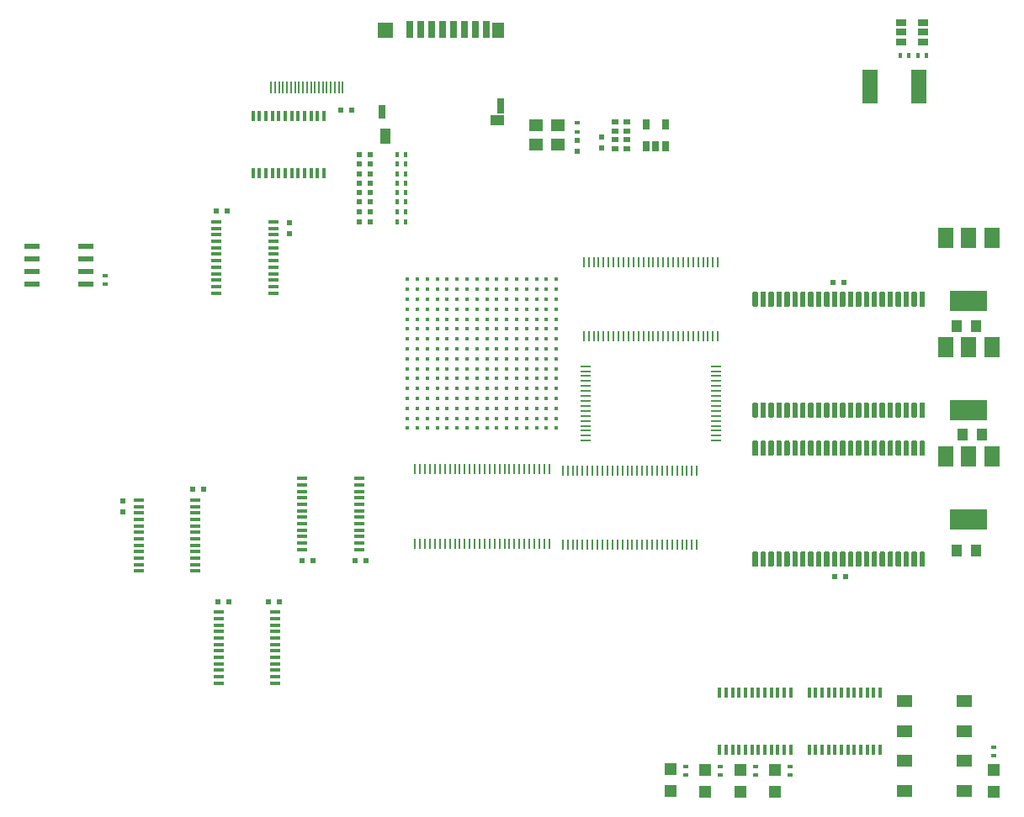
<source format=gtp>
G04 #@! TF.GenerationSoftware,KiCad,Pcbnew,(5.1.0)-1*
G04 #@! TF.CreationDate,2021-05-08T22:38:50+01:00*
G04 #@! TF.ProjectId,blit-cpu-mk3,626c6974-2d63-4707-952d-6d6b332e6b69,3.00*
G04 #@! TF.SameCoordinates,Original*
G04 #@! TF.FileFunction,Paste,Top*
G04 #@! TF.FilePolarity,Positive*
%FSLAX46Y46*%
G04 Gerber Fmt 4.6, Leading zero omitted, Abs format (unit mm)*
G04 Created by KiCad (PCBNEW (5.1.0)-1) date 2021-05-08 22:38:50*
%MOMM*%
%LPD*%
G04 APERTURE LIST*
%ADD10R,0.230000X1.200000*%
%ADD11R,1.550000X0.600000*%
%ADD12C,0.400000*%
%ADD13R,0.600000X0.400000*%
%ADD14R,0.800000X1.400000*%
%ADD15R,0.800000X1.500000*%
%ADD16R,1.500000X1.500000*%
%ADD17R,1.300000X1.500000*%
%ADD18R,1.000000X1.550000*%
%ADD19R,1.450000X1.000000*%
%ADD20R,0.700000X1.750000*%
%ADD21R,0.600000X0.500000*%
%ADD22R,1.000000X1.250000*%
%ADD23R,0.400000X0.600000*%
%ADD24R,0.500000X0.600000*%
%ADD25R,1.400000X1.200000*%
%ADD26C,0.100000*%
%ADD27C,0.550000*%
%ADD28R,1.500000X1.300000*%
%ADD29R,1.100000X0.250000*%
%ADD30R,0.285000X1.000000*%
%ADD31R,1.200000X1.200000*%
%ADD32R,0.400000X1.100000*%
%ADD33R,1.100000X0.400000*%
%ADD34R,3.800000X2.000000*%
%ADD35R,1.500000X2.000000*%
%ADD36R,0.800000X0.500000*%
%ADD37R,0.650000X1.060000*%
%ADD38R,1.600000X3.500000*%
%ADD39R,1.060000X0.650000*%
G04 APERTURE END LIST*
D10*
X55000000Y-29700000D03*
X54600000Y-29700000D03*
X54200000Y-29700000D03*
X53800000Y-29700000D03*
X53400000Y-29700000D03*
X53000000Y-29700000D03*
X52600000Y-29700000D03*
X52200000Y-29700000D03*
X51800000Y-29700000D03*
X47800000Y-29700000D03*
X48200000Y-29700000D03*
X48600000Y-29700000D03*
X49000000Y-29700000D03*
X49400000Y-29700000D03*
X49800000Y-29700000D03*
X50200000Y-29700000D03*
X50600000Y-29700000D03*
X51000000Y-29700000D03*
X51400000Y-29700000D03*
D11*
X23740000Y-45645000D03*
X23740000Y-46915000D03*
X23740000Y-48185000D03*
X23740000Y-49455000D03*
X29140000Y-49455000D03*
X29140000Y-48185000D03*
X29140000Y-46915000D03*
X29140000Y-45645000D03*
D12*
X61500000Y-49000000D03*
X61500000Y-50000000D03*
X61500000Y-51000000D03*
X61500000Y-52000000D03*
X61500000Y-53000000D03*
X61500000Y-54000000D03*
X61500000Y-55000000D03*
X61500000Y-56000000D03*
X61500000Y-57000000D03*
X61500000Y-58000000D03*
X61500000Y-59000000D03*
X61500000Y-60000000D03*
X61500000Y-61000000D03*
X61500000Y-62000000D03*
X61500000Y-63000000D03*
X61500000Y-64000000D03*
X62500000Y-49000000D03*
X62500000Y-50000000D03*
X62500000Y-51000000D03*
X62500000Y-52000000D03*
X62500000Y-53000000D03*
X62500000Y-54000000D03*
X62500000Y-55000000D03*
X62500000Y-56000000D03*
X62500000Y-57000000D03*
X62500000Y-58000000D03*
X62500000Y-59000000D03*
X62500000Y-60000000D03*
X62500000Y-61000000D03*
X62500000Y-62000000D03*
X62500000Y-63000000D03*
X62500000Y-64000000D03*
X63500000Y-49000000D03*
X63500000Y-50000000D03*
X63500000Y-51000000D03*
X63500000Y-52000000D03*
X63500000Y-53000000D03*
X63500000Y-54000000D03*
X63500000Y-55000000D03*
X63500000Y-56000000D03*
X63500000Y-57000000D03*
X63500000Y-58000000D03*
X63500000Y-59000000D03*
X63500000Y-60000000D03*
X63500000Y-61000000D03*
X63500000Y-62000000D03*
X63500000Y-63000000D03*
X63500000Y-64000000D03*
X64500000Y-49000000D03*
X64500000Y-50000000D03*
X64500000Y-51000000D03*
X64500000Y-52000000D03*
X64500000Y-53000000D03*
X64500000Y-54000000D03*
X64500000Y-55000000D03*
X64500000Y-56000000D03*
X64500000Y-57000000D03*
X64500000Y-58000000D03*
X64500000Y-59000000D03*
X64500000Y-60000000D03*
X64500000Y-61000000D03*
X64500000Y-62000000D03*
X64500000Y-63000000D03*
X64500000Y-64000000D03*
X65500000Y-49000000D03*
X65500000Y-50000000D03*
X65500000Y-51000000D03*
X65500000Y-52000000D03*
X65500000Y-53000000D03*
X65500000Y-54000000D03*
X65500000Y-55000000D03*
X65500000Y-56000000D03*
X65500000Y-57000000D03*
X65500000Y-58000000D03*
X65500000Y-59000000D03*
X65500000Y-60000000D03*
X65500000Y-61000000D03*
X65500000Y-62000000D03*
X65500000Y-63000000D03*
X65500000Y-64000000D03*
X66500000Y-49000000D03*
X66500000Y-50000000D03*
X66500000Y-51000000D03*
X66500000Y-52000000D03*
X66500000Y-53000000D03*
X66500000Y-54000000D03*
X66500000Y-55000000D03*
X66500000Y-56000000D03*
X66500000Y-57000000D03*
X66500000Y-58000000D03*
X66500000Y-59000000D03*
X66500000Y-60000000D03*
X66500000Y-61000000D03*
X66500000Y-62000000D03*
X66500000Y-63000000D03*
X66500000Y-64000000D03*
X67500000Y-49000000D03*
X67500000Y-50000000D03*
X67500000Y-51000000D03*
X67500000Y-52000000D03*
X67500000Y-53000000D03*
X67500000Y-54000000D03*
X67500000Y-55000000D03*
X67500000Y-56000000D03*
X67500000Y-57000000D03*
X67500000Y-58000000D03*
X67500000Y-59000000D03*
X67500000Y-60000000D03*
X67500000Y-61000000D03*
X67500000Y-62000000D03*
X67500000Y-63000000D03*
X67500000Y-64000000D03*
X68500000Y-49000000D03*
X68500000Y-50000000D03*
X68500000Y-51000000D03*
X68500000Y-52000000D03*
X68500000Y-53000000D03*
X68500000Y-54000000D03*
X68500000Y-55000000D03*
X68500000Y-56000000D03*
X68500000Y-57000000D03*
X68500000Y-58000000D03*
X68500000Y-59000000D03*
X68500000Y-60000000D03*
X68500000Y-61000000D03*
X68500000Y-62000000D03*
X68500000Y-63000000D03*
X68500000Y-64000000D03*
X69500000Y-49000000D03*
X69500000Y-50000000D03*
X69500000Y-51000000D03*
X69500000Y-52000000D03*
X69500000Y-53000000D03*
X69500000Y-54000000D03*
X69500000Y-55000000D03*
X69500000Y-56000000D03*
X69500000Y-57000000D03*
X69500000Y-58000000D03*
X69500000Y-59000000D03*
X69500000Y-60000000D03*
X69500000Y-61000000D03*
X69500000Y-62000000D03*
X69500000Y-63000000D03*
X69500000Y-64000000D03*
X70500000Y-49000000D03*
X70500000Y-50000000D03*
X70500000Y-51000000D03*
X70500000Y-52000000D03*
X70500000Y-53000000D03*
X70500000Y-54000000D03*
X70500000Y-55000000D03*
X70500000Y-56000000D03*
X70500000Y-57000000D03*
X70500000Y-58000000D03*
X70500000Y-59000000D03*
X70500000Y-60000000D03*
X70500000Y-61000000D03*
X70500000Y-62000000D03*
X70500000Y-63000000D03*
X70500000Y-64000000D03*
X71500000Y-49000000D03*
X71500000Y-50000000D03*
X71500000Y-51000000D03*
X71500000Y-52000000D03*
X71500000Y-53000000D03*
X71500000Y-54000000D03*
X71500000Y-55000000D03*
X71500000Y-56000000D03*
X71500000Y-57000000D03*
X71500000Y-58000000D03*
X71500000Y-59000000D03*
X71500000Y-60000000D03*
X71500000Y-61000000D03*
X71500000Y-62000000D03*
X71500000Y-63000000D03*
X71500000Y-64000000D03*
X72500000Y-49000000D03*
X72500000Y-50000000D03*
X72500000Y-51000000D03*
X72500000Y-52000000D03*
X72500000Y-53000000D03*
X72500000Y-54000000D03*
X72500000Y-55000000D03*
X72500000Y-56000000D03*
X72500000Y-57000000D03*
X72500000Y-58000000D03*
X72500000Y-59000000D03*
X72500000Y-60000000D03*
X72500000Y-61000000D03*
X72500000Y-62000000D03*
X72500000Y-63000000D03*
X72500000Y-64000000D03*
X73500000Y-49000000D03*
X73500000Y-50000000D03*
X73500000Y-51000000D03*
X73500000Y-52000000D03*
X73500000Y-53000000D03*
X73500000Y-54000000D03*
X73500000Y-55000000D03*
X73500000Y-56000000D03*
X73500000Y-57000000D03*
X73500000Y-58000000D03*
X73500000Y-59000000D03*
X73500000Y-60000000D03*
X73500000Y-61000000D03*
X73500000Y-62000000D03*
X73500000Y-63000000D03*
X73500000Y-64000000D03*
X74500000Y-49000000D03*
X74500000Y-50000000D03*
X74500000Y-51000000D03*
X74500000Y-52000000D03*
X74500000Y-53000000D03*
X74500000Y-54000000D03*
X74500000Y-55000000D03*
X74500000Y-56000000D03*
X74500000Y-57000000D03*
X74500000Y-58000000D03*
X74500000Y-59000000D03*
X74500000Y-60000000D03*
X74500000Y-61000000D03*
X74500000Y-62000000D03*
X74500000Y-63000000D03*
X74500000Y-64000000D03*
X75500000Y-49000000D03*
X75500000Y-50000000D03*
X75500000Y-51000000D03*
X75500000Y-52000000D03*
X75500000Y-53000000D03*
X75500000Y-54000000D03*
X75500000Y-55000000D03*
X75500000Y-56000000D03*
X75500000Y-57000000D03*
X75500000Y-58000000D03*
X75500000Y-59000000D03*
X75500000Y-60000000D03*
X75500000Y-61000000D03*
X75500000Y-62000000D03*
X75500000Y-63000000D03*
X75500000Y-64000000D03*
X76500000Y-49000000D03*
X76500000Y-50000000D03*
X76500000Y-51000000D03*
X76500000Y-52000000D03*
X76500000Y-53000000D03*
X76500000Y-54000000D03*
X76500000Y-55000000D03*
X76500000Y-56000000D03*
X76500000Y-57000000D03*
X76500000Y-58000000D03*
X76500000Y-59000000D03*
X76500000Y-60000000D03*
X76500000Y-61000000D03*
X76500000Y-62000000D03*
X76500000Y-63000000D03*
X76500000Y-64000000D03*
D13*
X31120000Y-49500000D03*
X31120000Y-48600000D03*
D14*
X58922000Y-32161500D03*
D15*
X70872000Y-31511500D03*
D16*
X59272000Y-23911500D03*
D17*
X70622000Y-23911500D03*
D18*
X59322000Y-34586500D03*
D19*
X70547000Y-33011500D03*
D20*
X61722000Y-23786500D03*
X62822000Y-23786500D03*
X63922000Y-23786500D03*
X65022000Y-23786500D03*
X66122000Y-23786500D03*
X67222000Y-23786500D03*
X68322000Y-23786500D03*
X69422000Y-23786500D03*
D21*
X105470000Y-49280000D03*
X104370000Y-49280000D03*
D22*
X118740000Y-53710000D03*
X116740000Y-53710000D03*
D23*
X112850000Y-26450000D03*
X113750000Y-26450000D03*
D24*
X78560000Y-35040000D03*
X78560000Y-36140000D03*
D25*
X76650000Y-35420000D03*
X74450000Y-35420000D03*
X74450000Y-33520000D03*
X76650000Y-33520000D03*
D13*
X78610000Y-34130000D03*
X78610000Y-33230000D03*
D26*
G36*
X96650977Y-61425662D02*
G01*
X96664325Y-61427642D01*
X96677414Y-61430921D01*
X96690119Y-61435467D01*
X96702317Y-61441236D01*
X96713891Y-61448173D01*
X96724729Y-61456211D01*
X96734727Y-61465273D01*
X96743789Y-61475271D01*
X96751827Y-61486109D01*
X96758764Y-61497683D01*
X96764533Y-61509881D01*
X96769079Y-61522586D01*
X96772358Y-61535675D01*
X96774338Y-61549023D01*
X96775000Y-61562500D01*
X96775000Y-62812500D01*
X96774338Y-62825977D01*
X96772358Y-62839325D01*
X96769079Y-62852414D01*
X96764533Y-62865119D01*
X96758764Y-62877317D01*
X96751827Y-62888891D01*
X96743789Y-62899729D01*
X96734727Y-62909727D01*
X96724729Y-62918789D01*
X96713891Y-62926827D01*
X96702317Y-62933764D01*
X96690119Y-62939533D01*
X96677414Y-62944079D01*
X96664325Y-62947358D01*
X96650977Y-62949338D01*
X96637500Y-62950000D01*
X96362500Y-62950000D01*
X96349023Y-62949338D01*
X96335675Y-62947358D01*
X96322586Y-62944079D01*
X96309881Y-62939533D01*
X96297683Y-62933764D01*
X96286109Y-62926827D01*
X96275271Y-62918789D01*
X96265273Y-62909727D01*
X96256211Y-62899729D01*
X96248173Y-62888891D01*
X96241236Y-62877317D01*
X96235467Y-62865119D01*
X96230921Y-62852414D01*
X96227642Y-62839325D01*
X96225662Y-62825977D01*
X96225000Y-62812500D01*
X96225000Y-61562500D01*
X96225662Y-61549023D01*
X96227642Y-61535675D01*
X96230921Y-61522586D01*
X96235467Y-61509881D01*
X96241236Y-61497683D01*
X96248173Y-61486109D01*
X96256211Y-61475271D01*
X96265273Y-61465273D01*
X96275271Y-61456211D01*
X96286109Y-61448173D01*
X96297683Y-61441236D01*
X96309881Y-61435467D01*
X96322586Y-61430921D01*
X96335675Y-61427642D01*
X96349023Y-61425662D01*
X96362500Y-61425000D01*
X96637500Y-61425000D01*
X96650977Y-61425662D01*
X96650977Y-61425662D01*
G37*
D27*
X96500000Y-62187500D03*
D26*
G36*
X97450977Y-61425662D02*
G01*
X97464325Y-61427642D01*
X97477414Y-61430921D01*
X97490119Y-61435467D01*
X97502317Y-61441236D01*
X97513891Y-61448173D01*
X97524729Y-61456211D01*
X97534727Y-61465273D01*
X97543789Y-61475271D01*
X97551827Y-61486109D01*
X97558764Y-61497683D01*
X97564533Y-61509881D01*
X97569079Y-61522586D01*
X97572358Y-61535675D01*
X97574338Y-61549023D01*
X97575000Y-61562500D01*
X97575000Y-62812500D01*
X97574338Y-62825977D01*
X97572358Y-62839325D01*
X97569079Y-62852414D01*
X97564533Y-62865119D01*
X97558764Y-62877317D01*
X97551827Y-62888891D01*
X97543789Y-62899729D01*
X97534727Y-62909727D01*
X97524729Y-62918789D01*
X97513891Y-62926827D01*
X97502317Y-62933764D01*
X97490119Y-62939533D01*
X97477414Y-62944079D01*
X97464325Y-62947358D01*
X97450977Y-62949338D01*
X97437500Y-62950000D01*
X97162500Y-62950000D01*
X97149023Y-62949338D01*
X97135675Y-62947358D01*
X97122586Y-62944079D01*
X97109881Y-62939533D01*
X97097683Y-62933764D01*
X97086109Y-62926827D01*
X97075271Y-62918789D01*
X97065273Y-62909727D01*
X97056211Y-62899729D01*
X97048173Y-62888891D01*
X97041236Y-62877317D01*
X97035467Y-62865119D01*
X97030921Y-62852414D01*
X97027642Y-62839325D01*
X97025662Y-62825977D01*
X97025000Y-62812500D01*
X97025000Y-61562500D01*
X97025662Y-61549023D01*
X97027642Y-61535675D01*
X97030921Y-61522586D01*
X97035467Y-61509881D01*
X97041236Y-61497683D01*
X97048173Y-61486109D01*
X97056211Y-61475271D01*
X97065273Y-61465273D01*
X97075271Y-61456211D01*
X97086109Y-61448173D01*
X97097683Y-61441236D01*
X97109881Y-61435467D01*
X97122586Y-61430921D01*
X97135675Y-61427642D01*
X97149023Y-61425662D01*
X97162500Y-61425000D01*
X97437500Y-61425000D01*
X97450977Y-61425662D01*
X97450977Y-61425662D01*
G37*
D27*
X97300000Y-62187500D03*
D26*
G36*
X98250977Y-61425662D02*
G01*
X98264325Y-61427642D01*
X98277414Y-61430921D01*
X98290119Y-61435467D01*
X98302317Y-61441236D01*
X98313891Y-61448173D01*
X98324729Y-61456211D01*
X98334727Y-61465273D01*
X98343789Y-61475271D01*
X98351827Y-61486109D01*
X98358764Y-61497683D01*
X98364533Y-61509881D01*
X98369079Y-61522586D01*
X98372358Y-61535675D01*
X98374338Y-61549023D01*
X98375000Y-61562500D01*
X98375000Y-62812500D01*
X98374338Y-62825977D01*
X98372358Y-62839325D01*
X98369079Y-62852414D01*
X98364533Y-62865119D01*
X98358764Y-62877317D01*
X98351827Y-62888891D01*
X98343789Y-62899729D01*
X98334727Y-62909727D01*
X98324729Y-62918789D01*
X98313891Y-62926827D01*
X98302317Y-62933764D01*
X98290119Y-62939533D01*
X98277414Y-62944079D01*
X98264325Y-62947358D01*
X98250977Y-62949338D01*
X98237500Y-62950000D01*
X97962500Y-62950000D01*
X97949023Y-62949338D01*
X97935675Y-62947358D01*
X97922586Y-62944079D01*
X97909881Y-62939533D01*
X97897683Y-62933764D01*
X97886109Y-62926827D01*
X97875271Y-62918789D01*
X97865273Y-62909727D01*
X97856211Y-62899729D01*
X97848173Y-62888891D01*
X97841236Y-62877317D01*
X97835467Y-62865119D01*
X97830921Y-62852414D01*
X97827642Y-62839325D01*
X97825662Y-62825977D01*
X97825000Y-62812500D01*
X97825000Y-61562500D01*
X97825662Y-61549023D01*
X97827642Y-61535675D01*
X97830921Y-61522586D01*
X97835467Y-61509881D01*
X97841236Y-61497683D01*
X97848173Y-61486109D01*
X97856211Y-61475271D01*
X97865273Y-61465273D01*
X97875271Y-61456211D01*
X97886109Y-61448173D01*
X97897683Y-61441236D01*
X97909881Y-61435467D01*
X97922586Y-61430921D01*
X97935675Y-61427642D01*
X97949023Y-61425662D01*
X97962500Y-61425000D01*
X98237500Y-61425000D01*
X98250977Y-61425662D01*
X98250977Y-61425662D01*
G37*
D27*
X98100000Y-62187500D03*
D26*
G36*
X99050977Y-61425662D02*
G01*
X99064325Y-61427642D01*
X99077414Y-61430921D01*
X99090119Y-61435467D01*
X99102317Y-61441236D01*
X99113891Y-61448173D01*
X99124729Y-61456211D01*
X99134727Y-61465273D01*
X99143789Y-61475271D01*
X99151827Y-61486109D01*
X99158764Y-61497683D01*
X99164533Y-61509881D01*
X99169079Y-61522586D01*
X99172358Y-61535675D01*
X99174338Y-61549023D01*
X99175000Y-61562500D01*
X99175000Y-62812500D01*
X99174338Y-62825977D01*
X99172358Y-62839325D01*
X99169079Y-62852414D01*
X99164533Y-62865119D01*
X99158764Y-62877317D01*
X99151827Y-62888891D01*
X99143789Y-62899729D01*
X99134727Y-62909727D01*
X99124729Y-62918789D01*
X99113891Y-62926827D01*
X99102317Y-62933764D01*
X99090119Y-62939533D01*
X99077414Y-62944079D01*
X99064325Y-62947358D01*
X99050977Y-62949338D01*
X99037500Y-62950000D01*
X98762500Y-62950000D01*
X98749023Y-62949338D01*
X98735675Y-62947358D01*
X98722586Y-62944079D01*
X98709881Y-62939533D01*
X98697683Y-62933764D01*
X98686109Y-62926827D01*
X98675271Y-62918789D01*
X98665273Y-62909727D01*
X98656211Y-62899729D01*
X98648173Y-62888891D01*
X98641236Y-62877317D01*
X98635467Y-62865119D01*
X98630921Y-62852414D01*
X98627642Y-62839325D01*
X98625662Y-62825977D01*
X98625000Y-62812500D01*
X98625000Y-61562500D01*
X98625662Y-61549023D01*
X98627642Y-61535675D01*
X98630921Y-61522586D01*
X98635467Y-61509881D01*
X98641236Y-61497683D01*
X98648173Y-61486109D01*
X98656211Y-61475271D01*
X98665273Y-61465273D01*
X98675271Y-61456211D01*
X98686109Y-61448173D01*
X98697683Y-61441236D01*
X98709881Y-61435467D01*
X98722586Y-61430921D01*
X98735675Y-61427642D01*
X98749023Y-61425662D01*
X98762500Y-61425000D01*
X99037500Y-61425000D01*
X99050977Y-61425662D01*
X99050977Y-61425662D01*
G37*
D27*
X98900000Y-62187500D03*
D26*
G36*
X99850977Y-61425662D02*
G01*
X99864325Y-61427642D01*
X99877414Y-61430921D01*
X99890119Y-61435467D01*
X99902317Y-61441236D01*
X99913891Y-61448173D01*
X99924729Y-61456211D01*
X99934727Y-61465273D01*
X99943789Y-61475271D01*
X99951827Y-61486109D01*
X99958764Y-61497683D01*
X99964533Y-61509881D01*
X99969079Y-61522586D01*
X99972358Y-61535675D01*
X99974338Y-61549023D01*
X99975000Y-61562500D01*
X99975000Y-62812500D01*
X99974338Y-62825977D01*
X99972358Y-62839325D01*
X99969079Y-62852414D01*
X99964533Y-62865119D01*
X99958764Y-62877317D01*
X99951827Y-62888891D01*
X99943789Y-62899729D01*
X99934727Y-62909727D01*
X99924729Y-62918789D01*
X99913891Y-62926827D01*
X99902317Y-62933764D01*
X99890119Y-62939533D01*
X99877414Y-62944079D01*
X99864325Y-62947358D01*
X99850977Y-62949338D01*
X99837500Y-62950000D01*
X99562500Y-62950000D01*
X99549023Y-62949338D01*
X99535675Y-62947358D01*
X99522586Y-62944079D01*
X99509881Y-62939533D01*
X99497683Y-62933764D01*
X99486109Y-62926827D01*
X99475271Y-62918789D01*
X99465273Y-62909727D01*
X99456211Y-62899729D01*
X99448173Y-62888891D01*
X99441236Y-62877317D01*
X99435467Y-62865119D01*
X99430921Y-62852414D01*
X99427642Y-62839325D01*
X99425662Y-62825977D01*
X99425000Y-62812500D01*
X99425000Y-61562500D01*
X99425662Y-61549023D01*
X99427642Y-61535675D01*
X99430921Y-61522586D01*
X99435467Y-61509881D01*
X99441236Y-61497683D01*
X99448173Y-61486109D01*
X99456211Y-61475271D01*
X99465273Y-61465273D01*
X99475271Y-61456211D01*
X99486109Y-61448173D01*
X99497683Y-61441236D01*
X99509881Y-61435467D01*
X99522586Y-61430921D01*
X99535675Y-61427642D01*
X99549023Y-61425662D01*
X99562500Y-61425000D01*
X99837500Y-61425000D01*
X99850977Y-61425662D01*
X99850977Y-61425662D01*
G37*
D27*
X99700000Y-62187500D03*
D26*
G36*
X100650977Y-61425662D02*
G01*
X100664325Y-61427642D01*
X100677414Y-61430921D01*
X100690119Y-61435467D01*
X100702317Y-61441236D01*
X100713891Y-61448173D01*
X100724729Y-61456211D01*
X100734727Y-61465273D01*
X100743789Y-61475271D01*
X100751827Y-61486109D01*
X100758764Y-61497683D01*
X100764533Y-61509881D01*
X100769079Y-61522586D01*
X100772358Y-61535675D01*
X100774338Y-61549023D01*
X100775000Y-61562500D01*
X100775000Y-62812500D01*
X100774338Y-62825977D01*
X100772358Y-62839325D01*
X100769079Y-62852414D01*
X100764533Y-62865119D01*
X100758764Y-62877317D01*
X100751827Y-62888891D01*
X100743789Y-62899729D01*
X100734727Y-62909727D01*
X100724729Y-62918789D01*
X100713891Y-62926827D01*
X100702317Y-62933764D01*
X100690119Y-62939533D01*
X100677414Y-62944079D01*
X100664325Y-62947358D01*
X100650977Y-62949338D01*
X100637500Y-62950000D01*
X100362500Y-62950000D01*
X100349023Y-62949338D01*
X100335675Y-62947358D01*
X100322586Y-62944079D01*
X100309881Y-62939533D01*
X100297683Y-62933764D01*
X100286109Y-62926827D01*
X100275271Y-62918789D01*
X100265273Y-62909727D01*
X100256211Y-62899729D01*
X100248173Y-62888891D01*
X100241236Y-62877317D01*
X100235467Y-62865119D01*
X100230921Y-62852414D01*
X100227642Y-62839325D01*
X100225662Y-62825977D01*
X100225000Y-62812500D01*
X100225000Y-61562500D01*
X100225662Y-61549023D01*
X100227642Y-61535675D01*
X100230921Y-61522586D01*
X100235467Y-61509881D01*
X100241236Y-61497683D01*
X100248173Y-61486109D01*
X100256211Y-61475271D01*
X100265273Y-61465273D01*
X100275271Y-61456211D01*
X100286109Y-61448173D01*
X100297683Y-61441236D01*
X100309881Y-61435467D01*
X100322586Y-61430921D01*
X100335675Y-61427642D01*
X100349023Y-61425662D01*
X100362500Y-61425000D01*
X100637500Y-61425000D01*
X100650977Y-61425662D01*
X100650977Y-61425662D01*
G37*
D27*
X100500000Y-62187500D03*
D26*
G36*
X101450977Y-61425662D02*
G01*
X101464325Y-61427642D01*
X101477414Y-61430921D01*
X101490119Y-61435467D01*
X101502317Y-61441236D01*
X101513891Y-61448173D01*
X101524729Y-61456211D01*
X101534727Y-61465273D01*
X101543789Y-61475271D01*
X101551827Y-61486109D01*
X101558764Y-61497683D01*
X101564533Y-61509881D01*
X101569079Y-61522586D01*
X101572358Y-61535675D01*
X101574338Y-61549023D01*
X101575000Y-61562500D01*
X101575000Y-62812500D01*
X101574338Y-62825977D01*
X101572358Y-62839325D01*
X101569079Y-62852414D01*
X101564533Y-62865119D01*
X101558764Y-62877317D01*
X101551827Y-62888891D01*
X101543789Y-62899729D01*
X101534727Y-62909727D01*
X101524729Y-62918789D01*
X101513891Y-62926827D01*
X101502317Y-62933764D01*
X101490119Y-62939533D01*
X101477414Y-62944079D01*
X101464325Y-62947358D01*
X101450977Y-62949338D01*
X101437500Y-62950000D01*
X101162500Y-62950000D01*
X101149023Y-62949338D01*
X101135675Y-62947358D01*
X101122586Y-62944079D01*
X101109881Y-62939533D01*
X101097683Y-62933764D01*
X101086109Y-62926827D01*
X101075271Y-62918789D01*
X101065273Y-62909727D01*
X101056211Y-62899729D01*
X101048173Y-62888891D01*
X101041236Y-62877317D01*
X101035467Y-62865119D01*
X101030921Y-62852414D01*
X101027642Y-62839325D01*
X101025662Y-62825977D01*
X101025000Y-62812500D01*
X101025000Y-61562500D01*
X101025662Y-61549023D01*
X101027642Y-61535675D01*
X101030921Y-61522586D01*
X101035467Y-61509881D01*
X101041236Y-61497683D01*
X101048173Y-61486109D01*
X101056211Y-61475271D01*
X101065273Y-61465273D01*
X101075271Y-61456211D01*
X101086109Y-61448173D01*
X101097683Y-61441236D01*
X101109881Y-61435467D01*
X101122586Y-61430921D01*
X101135675Y-61427642D01*
X101149023Y-61425662D01*
X101162500Y-61425000D01*
X101437500Y-61425000D01*
X101450977Y-61425662D01*
X101450977Y-61425662D01*
G37*
D27*
X101300000Y-62187500D03*
D26*
G36*
X102250977Y-61425662D02*
G01*
X102264325Y-61427642D01*
X102277414Y-61430921D01*
X102290119Y-61435467D01*
X102302317Y-61441236D01*
X102313891Y-61448173D01*
X102324729Y-61456211D01*
X102334727Y-61465273D01*
X102343789Y-61475271D01*
X102351827Y-61486109D01*
X102358764Y-61497683D01*
X102364533Y-61509881D01*
X102369079Y-61522586D01*
X102372358Y-61535675D01*
X102374338Y-61549023D01*
X102375000Y-61562500D01*
X102375000Y-62812500D01*
X102374338Y-62825977D01*
X102372358Y-62839325D01*
X102369079Y-62852414D01*
X102364533Y-62865119D01*
X102358764Y-62877317D01*
X102351827Y-62888891D01*
X102343789Y-62899729D01*
X102334727Y-62909727D01*
X102324729Y-62918789D01*
X102313891Y-62926827D01*
X102302317Y-62933764D01*
X102290119Y-62939533D01*
X102277414Y-62944079D01*
X102264325Y-62947358D01*
X102250977Y-62949338D01*
X102237500Y-62950000D01*
X101962500Y-62950000D01*
X101949023Y-62949338D01*
X101935675Y-62947358D01*
X101922586Y-62944079D01*
X101909881Y-62939533D01*
X101897683Y-62933764D01*
X101886109Y-62926827D01*
X101875271Y-62918789D01*
X101865273Y-62909727D01*
X101856211Y-62899729D01*
X101848173Y-62888891D01*
X101841236Y-62877317D01*
X101835467Y-62865119D01*
X101830921Y-62852414D01*
X101827642Y-62839325D01*
X101825662Y-62825977D01*
X101825000Y-62812500D01*
X101825000Y-61562500D01*
X101825662Y-61549023D01*
X101827642Y-61535675D01*
X101830921Y-61522586D01*
X101835467Y-61509881D01*
X101841236Y-61497683D01*
X101848173Y-61486109D01*
X101856211Y-61475271D01*
X101865273Y-61465273D01*
X101875271Y-61456211D01*
X101886109Y-61448173D01*
X101897683Y-61441236D01*
X101909881Y-61435467D01*
X101922586Y-61430921D01*
X101935675Y-61427642D01*
X101949023Y-61425662D01*
X101962500Y-61425000D01*
X102237500Y-61425000D01*
X102250977Y-61425662D01*
X102250977Y-61425662D01*
G37*
D27*
X102100000Y-62187500D03*
D26*
G36*
X103050977Y-61425662D02*
G01*
X103064325Y-61427642D01*
X103077414Y-61430921D01*
X103090119Y-61435467D01*
X103102317Y-61441236D01*
X103113891Y-61448173D01*
X103124729Y-61456211D01*
X103134727Y-61465273D01*
X103143789Y-61475271D01*
X103151827Y-61486109D01*
X103158764Y-61497683D01*
X103164533Y-61509881D01*
X103169079Y-61522586D01*
X103172358Y-61535675D01*
X103174338Y-61549023D01*
X103175000Y-61562500D01*
X103175000Y-62812500D01*
X103174338Y-62825977D01*
X103172358Y-62839325D01*
X103169079Y-62852414D01*
X103164533Y-62865119D01*
X103158764Y-62877317D01*
X103151827Y-62888891D01*
X103143789Y-62899729D01*
X103134727Y-62909727D01*
X103124729Y-62918789D01*
X103113891Y-62926827D01*
X103102317Y-62933764D01*
X103090119Y-62939533D01*
X103077414Y-62944079D01*
X103064325Y-62947358D01*
X103050977Y-62949338D01*
X103037500Y-62950000D01*
X102762500Y-62950000D01*
X102749023Y-62949338D01*
X102735675Y-62947358D01*
X102722586Y-62944079D01*
X102709881Y-62939533D01*
X102697683Y-62933764D01*
X102686109Y-62926827D01*
X102675271Y-62918789D01*
X102665273Y-62909727D01*
X102656211Y-62899729D01*
X102648173Y-62888891D01*
X102641236Y-62877317D01*
X102635467Y-62865119D01*
X102630921Y-62852414D01*
X102627642Y-62839325D01*
X102625662Y-62825977D01*
X102625000Y-62812500D01*
X102625000Y-61562500D01*
X102625662Y-61549023D01*
X102627642Y-61535675D01*
X102630921Y-61522586D01*
X102635467Y-61509881D01*
X102641236Y-61497683D01*
X102648173Y-61486109D01*
X102656211Y-61475271D01*
X102665273Y-61465273D01*
X102675271Y-61456211D01*
X102686109Y-61448173D01*
X102697683Y-61441236D01*
X102709881Y-61435467D01*
X102722586Y-61430921D01*
X102735675Y-61427642D01*
X102749023Y-61425662D01*
X102762500Y-61425000D01*
X103037500Y-61425000D01*
X103050977Y-61425662D01*
X103050977Y-61425662D01*
G37*
D27*
X102900000Y-62187500D03*
D26*
G36*
X103850977Y-61425662D02*
G01*
X103864325Y-61427642D01*
X103877414Y-61430921D01*
X103890119Y-61435467D01*
X103902317Y-61441236D01*
X103913891Y-61448173D01*
X103924729Y-61456211D01*
X103934727Y-61465273D01*
X103943789Y-61475271D01*
X103951827Y-61486109D01*
X103958764Y-61497683D01*
X103964533Y-61509881D01*
X103969079Y-61522586D01*
X103972358Y-61535675D01*
X103974338Y-61549023D01*
X103975000Y-61562500D01*
X103975000Y-62812500D01*
X103974338Y-62825977D01*
X103972358Y-62839325D01*
X103969079Y-62852414D01*
X103964533Y-62865119D01*
X103958764Y-62877317D01*
X103951827Y-62888891D01*
X103943789Y-62899729D01*
X103934727Y-62909727D01*
X103924729Y-62918789D01*
X103913891Y-62926827D01*
X103902317Y-62933764D01*
X103890119Y-62939533D01*
X103877414Y-62944079D01*
X103864325Y-62947358D01*
X103850977Y-62949338D01*
X103837500Y-62950000D01*
X103562500Y-62950000D01*
X103549023Y-62949338D01*
X103535675Y-62947358D01*
X103522586Y-62944079D01*
X103509881Y-62939533D01*
X103497683Y-62933764D01*
X103486109Y-62926827D01*
X103475271Y-62918789D01*
X103465273Y-62909727D01*
X103456211Y-62899729D01*
X103448173Y-62888891D01*
X103441236Y-62877317D01*
X103435467Y-62865119D01*
X103430921Y-62852414D01*
X103427642Y-62839325D01*
X103425662Y-62825977D01*
X103425000Y-62812500D01*
X103425000Y-61562500D01*
X103425662Y-61549023D01*
X103427642Y-61535675D01*
X103430921Y-61522586D01*
X103435467Y-61509881D01*
X103441236Y-61497683D01*
X103448173Y-61486109D01*
X103456211Y-61475271D01*
X103465273Y-61465273D01*
X103475271Y-61456211D01*
X103486109Y-61448173D01*
X103497683Y-61441236D01*
X103509881Y-61435467D01*
X103522586Y-61430921D01*
X103535675Y-61427642D01*
X103549023Y-61425662D01*
X103562500Y-61425000D01*
X103837500Y-61425000D01*
X103850977Y-61425662D01*
X103850977Y-61425662D01*
G37*
D27*
X103700000Y-62187500D03*
D26*
G36*
X104650977Y-61425662D02*
G01*
X104664325Y-61427642D01*
X104677414Y-61430921D01*
X104690119Y-61435467D01*
X104702317Y-61441236D01*
X104713891Y-61448173D01*
X104724729Y-61456211D01*
X104734727Y-61465273D01*
X104743789Y-61475271D01*
X104751827Y-61486109D01*
X104758764Y-61497683D01*
X104764533Y-61509881D01*
X104769079Y-61522586D01*
X104772358Y-61535675D01*
X104774338Y-61549023D01*
X104775000Y-61562500D01*
X104775000Y-62812500D01*
X104774338Y-62825977D01*
X104772358Y-62839325D01*
X104769079Y-62852414D01*
X104764533Y-62865119D01*
X104758764Y-62877317D01*
X104751827Y-62888891D01*
X104743789Y-62899729D01*
X104734727Y-62909727D01*
X104724729Y-62918789D01*
X104713891Y-62926827D01*
X104702317Y-62933764D01*
X104690119Y-62939533D01*
X104677414Y-62944079D01*
X104664325Y-62947358D01*
X104650977Y-62949338D01*
X104637500Y-62950000D01*
X104362500Y-62950000D01*
X104349023Y-62949338D01*
X104335675Y-62947358D01*
X104322586Y-62944079D01*
X104309881Y-62939533D01*
X104297683Y-62933764D01*
X104286109Y-62926827D01*
X104275271Y-62918789D01*
X104265273Y-62909727D01*
X104256211Y-62899729D01*
X104248173Y-62888891D01*
X104241236Y-62877317D01*
X104235467Y-62865119D01*
X104230921Y-62852414D01*
X104227642Y-62839325D01*
X104225662Y-62825977D01*
X104225000Y-62812500D01*
X104225000Y-61562500D01*
X104225662Y-61549023D01*
X104227642Y-61535675D01*
X104230921Y-61522586D01*
X104235467Y-61509881D01*
X104241236Y-61497683D01*
X104248173Y-61486109D01*
X104256211Y-61475271D01*
X104265273Y-61465273D01*
X104275271Y-61456211D01*
X104286109Y-61448173D01*
X104297683Y-61441236D01*
X104309881Y-61435467D01*
X104322586Y-61430921D01*
X104335675Y-61427642D01*
X104349023Y-61425662D01*
X104362500Y-61425000D01*
X104637500Y-61425000D01*
X104650977Y-61425662D01*
X104650977Y-61425662D01*
G37*
D27*
X104500000Y-62187500D03*
D26*
G36*
X105450977Y-61425662D02*
G01*
X105464325Y-61427642D01*
X105477414Y-61430921D01*
X105490119Y-61435467D01*
X105502317Y-61441236D01*
X105513891Y-61448173D01*
X105524729Y-61456211D01*
X105534727Y-61465273D01*
X105543789Y-61475271D01*
X105551827Y-61486109D01*
X105558764Y-61497683D01*
X105564533Y-61509881D01*
X105569079Y-61522586D01*
X105572358Y-61535675D01*
X105574338Y-61549023D01*
X105575000Y-61562500D01*
X105575000Y-62812500D01*
X105574338Y-62825977D01*
X105572358Y-62839325D01*
X105569079Y-62852414D01*
X105564533Y-62865119D01*
X105558764Y-62877317D01*
X105551827Y-62888891D01*
X105543789Y-62899729D01*
X105534727Y-62909727D01*
X105524729Y-62918789D01*
X105513891Y-62926827D01*
X105502317Y-62933764D01*
X105490119Y-62939533D01*
X105477414Y-62944079D01*
X105464325Y-62947358D01*
X105450977Y-62949338D01*
X105437500Y-62950000D01*
X105162500Y-62950000D01*
X105149023Y-62949338D01*
X105135675Y-62947358D01*
X105122586Y-62944079D01*
X105109881Y-62939533D01*
X105097683Y-62933764D01*
X105086109Y-62926827D01*
X105075271Y-62918789D01*
X105065273Y-62909727D01*
X105056211Y-62899729D01*
X105048173Y-62888891D01*
X105041236Y-62877317D01*
X105035467Y-62865119D01*
X105030921Y-62852414D01*
X105027642Y-62839325D01*
X105025662Y-62825977D01*
X105025000Y-62812500D01*
X105025000Y-61562500D01*
X105025662Y-61549023D01*
X105027642Y-61535675D01*
X105030921Y-61522586D01*
X105035467Y-61509881D01*
X105041236Y-61497683D01*
X105048173Y-61486109D01*
X105056211Y-61475271D01*
X105065273Y-61465273D01*
X105075271Y-61456211D01*
X105086109Y-61448173D01*
X105097683Y-61441236D01*
X105109881Y-61435467D01*
X105122586Y-61430921D01*
X105135675Y-61427642D01*
X105149023Y-61425662D01*
X105162500Y-61425000D01*
X105437500Y-61425000D01*
X105450977Y-61425662D01*
X105450977Y-61425662D01*
G37*
D27*
X105300000Y-62187500D03*
D26*
G36*
X106250977Y-61425662D02*
G01*
X106264325Y-61427642D01*
X106277414Y-61430921D01*
X106290119Y-61435467D01*
X106302317Y-61441236D01*
X106313891Y-61448173D01*
X106324729Y-61456211D01*
X106334727Y-61465273D01*
X106343789Y-61475271D01*
X106351827Y-61486109D01*
X106358764Y-61497683D01*
X106364533Y-61509881D01*
X106369079Y-61522586D01*
X106372358Y-61535675D01*
X106374338Y-61549023D01*
X106375000Y-61562500D01*
X106375000Y-62812500D01*
X106374338Y-62825977D01*
X106372358Y-62839325D01*
X106369079Y-62852414D01*
X106364533Y-62865119D01*
X106358764Y-62877317D01*
X106351827Y-62888891D01*
X106343789Y-62899729D01*
X106334727Y-62909727D01*
X106324729Y-62918789D01*
X106313891Y-62926827D01*
X106302317Y-62933764D01*
X106290119Y-62939533D01*
X106277414Y-62944079D01*
X106264325Y-62947358D01*
X106250977Y-62949338D01*
X106237500Y-62950000D01*
X105962500Y-62950000D01*
X105949023Y-62949338D01*
X105935675Y-62947358D01*
X105922586Y-62944079D01*
X105909881Y-62939533D01*
X105897683Y-62933764D01*
X105886109Y-62926827D01*
X105875271Y-62918789D01*
X105865273Y-62909727D01*
X105856211Y-62899729D01*
X105848173Y-62888891D01*
X105841236Y-62877317D01*
X105835467Y-62865119D01*
X105830921Y-62852414D01*
X105827642Y-62839325D01*
X105825662Y-62825977D01*
X105825000Y-62812500D01*
X105825000Y-61562500D01*
X105825662Y-61549023D01*
X105827642Y-61535675D01*
X105830921Y-61522586D01*
X105835467Y-61509881D01*
X105841236Y-61497683D01*
X105848173Y-61486109D01*
X105856211Y-61475271D01*
X105865273Y-61465273D01*
X105875271Y-61456211D01*
X105886109Y-61448173D01*
X105897683Y-61441236D01*
X105909881Y-61435467D01*
X105922586Y-61430921D01*
X105935675Y-61427642D01*
X105949023Y-61425662D01*
X105962500Y-61425000D01*
X106237500Y-61425000D01*
X106250977Y-61425662D01*
X106250977Y-61425662D01*
G37*
D27*
X106100000Y-62187500D03*
D26*
G36*
X107050977Y-61425662D02*
G01*
X107064325Y-61427642D01*
X107077414Y-61430921D01*
X107090119Y-61435467D01*
X107102317Y-61441236D01*
X107113891Y-61448173D01*
X107124729Y-61456211D01*
X107134727Y-61465273D01*
X107143789Y-61475271D01*
X107151827Y-61486109D01*
X107158764Y-61497683D01*
X107164533Y-61509881D01*
X107169079Y-61522586D01*
X107172358Y-61535675D01*
X107174338Y-61549023D01*
X107175000Y-61562500D01*
X107175000Y-62812500D01*
X107174338Y-62825977D01*
X107172358Y-62839325D01*
X107169079Y-62852414D01*
X107164533Y-62865119D01*
X107158764Y-62877317D01*
X107151827Y-62888891D01*
X107143789Y-62899729D01*
X107134727Y-62909727D01*
X107124729Y-62918789D01*
X107113891Y-62926827D01*
X107102317Y-62933764D01*
X107090119Y-62939533D01*
X107077414Y-62944079D01*
X107064325Y-62947358D01*
X107050977Y-62949338D01*
X107037500Y-62950000D01*
X106762500Y-62950000D01*
X106749023Y-62949338D01*
X106735675Y-62947358D01*
X106722586Y-62944079D01*
X106709881Y-62939533D01*
X106697683Y-62933764D01*
X106686109Y-62926827D01*
X106675271Y-62918789D01*
X106665273Y-62909727D01*
X106656211Y-62899729D01*
X106648173Y-62888891D01*
X106641236Y-62877317D01*
X106635467Y-62865119D01*
X106630921Y-62852414D01*
X106627642Y-62839325D01*
X106625662Y-62825977D01*
X106625000Y-62812500D01*
X106625000Y-61562500D01*
X106625662Y-61549023D01*
X106627642Y-61535675D01*
X106630921Y-61522586D01*
X106635467Y-61509881D01*
X106641236Y-61497683D01*
X106648173Y-61486109D01*
X106656211Y-61475271D01*
X106665273Y-61465273D01*
X106675271Y-61456211D01*
X106686109Y-61448173D01*
X106697683Y-61441236D01*
X106709881Y-61435467D01*
X106722586Y-61430921D01*
X106735675Y-61427642D01*
X106749023Y-61425662D01*
X106762500Y-61425000D01*
X107037500Y-61425000D01*
X107050977Y-61425662D01*
X107050977Y-61425662D01*
G37*
D27*
X106900000Y-62187500D03*
D26*
G36*
X107850977Y-61425662D02*
G01*
X107864325Y-61427642D01*
X107877414Y-61430921D01*
X107890119Y-61435467D01*
X107902317Y-61441236D01*
X107913891Y-61448173D01*
X107924729Y-61456211D01*
X107934727Y-61465273D01*
X107943789Y-61475271D01*
X107951827Y-61486109D01*
X107958764Y-61497683D01*
X107964533Y-61509881D01*
X107969079Y-61522586D01*
X107972358Y-61535675D01*
X107974338Y-61549023D01*
X107975000Y-61562500D01*
X107975000Y-62812500D01*
X107974338Y-62825977D01*
X107972358Y-62839325D01*
X107969079Y-62852414D01*
X107964533Y-62865119D01*
X107958764Y-62877317D01*
X107951827Y-62888891D01*
X107943789Y-62899729D01*
X107934727Y-62909727D01*
X107924729Y-62918789D01*
X107913891Y-62926827D01*
X107902317Y-62933764D01*
X107890119Y-62939533D01*
X107877414Y-62944079D01*
X107864325Y-62947358D01*
X107850977Y-62949338D01*
X107837500Y-62950000D01*
X107562500Y-62950000D01*
X107549023Y-62949338D01*
X107535675Y-62947358D01*
X107522586Y-62944079D01*
X107509881Y-62939533D01*
X107497683Y-62933764D01*
X107486109Y-62926827D01*
X107475271Y-62918789D01*
X107465273Y-62909727D01*
X107456211Y-62899729D01*
X107448173Y-62888891D01*
X107441236Y-62877317D01*
X107435467Y-62865119D01*
X107430921Y-62852414D01*
X107427642Y-62839325D01*
X107425662Y-62825977D01*
X107425000Y-62812500D01*
X107425000Y-61562500D01*
X107425662Y-61549023D01*
X107427642Y-61535675D01*
X107430921Y-61522586D01*
X107435467Y-61509881D01*
X107441236Y-61497683D01*
X107448173Y-61486109D01*
X107456211Y-61475271D01*
X107465273Y-61465273D01*
X107475271Y-61456211D01*
X107486109Y-61448173D01*
X107497683Y-61441236D01*
X107509881Y-61435467D01*
X107522586Y-61430921D01*
X107535675Y-61427642D01*
X107549023Y-61425662D01*
X107562500Y-61425000D01*
X107837500Y-61425000D01*
X107850977Y-61425662D01*
X107850977Y-61425662D01*
G37*
D27*
X107700000Y-62187500D03*
D26*
G36*
X108650977Y-61425662D02*
G01*
X108664325Y-61427642D01*
X108677414Y-61430921D01*
X108690119Y-61435467D01*
X108702317Y-61441236D01*
X108713891Y-61448173D01*
X108724729Y-61456211D01*
X108734727Y-61465273D01*
X108743789Y-61475271D01*
X108751827Y-61486109D01*
X108758764Y-61497683D01*
X108764533Y-61509881D01*
X108769079Y-61522586D01*
X108772358Y-61535675D01*
X108774338Y-61549023D01*
X108775000Y-61562500D01*
X108775000Y-62812500D01*
X108774338Y-62825977D01*
X108772358Y-62839325D01*
X108769079Y-62852414D01*
X108764533Y-62865119D01*
X108758764Y-62877317D01*
X108751827Y-62888891D01*
X108743789Y-62899729D01*
X108734727Y-62909727D01*
X108724729Y-62918789D01*
X108713891Y-62926827D01*
X108702317Y-62933764D01*
X108690119Y-62939533D01*
X108677414Y-62944079D01*
X108664325Y-62947358D01*
X108650977Y-62949338D01*
X108637500Y-62950000D01*
X108362500Y-62950000D01*
X108349023Y-62949338D01*
X108335675Y-62947358D01*
X108322586Y-62944079D01*
X108309881Y-62939533D01*
X108297683Y-62933764D01*
X108286109Y-62926827D01*
X108275271Y-62918789D01*
X108265273Y-62909727D01*
X108256211Y-62899729D01*
X108248173Y-62888891D01*
X108241236Y-62877317D01*
X108235467Y-62865119D01*
X108230921Y-62852414D01*
X108227642Y-62839325D01*
X108225662Y-62825977D01*
X108225000Y-62812500D01*
X108225000Y-61562500D01*
X108225662Y-61549023D01*
X108227642Y-61535675D01*
X108230921Y-61522586D01*
X108235467Y-61509881D01*
X108241236Y-61497683D01*
X108248173Y-61486109D01*
X108256211Y-61475271D01*
X108265273Y-61465273D01*
X108275271Y-61456211D01*
X108286109Y-61448173D01*
X108297683Y-61441236D01*
X108309881Y-61435467D01*
X108322586Y-61430921D01*
X108335675Y-61427642D01*
X108349023Y-61425662D01*
X108362500Y-61425000D01*
X108637500Y-61425000D01*
X108650977Y-61425662D01*
X108650977Y-61425662D01*
G37*
D27*
X108500000Y-62187500D03*
D26*
G36*
X109450977Y-61425662D02*
G01*
X109464325Y-61427642D01*
X109477414Y-61430921D01*
X109490119Y-61435467D01*
X109502317Y-61441236D01*
X109513891Y-61448173D01*
X109524729Y-61456211D01*
X109534727Y-61465273D01*
X109543789Y-61475271D01*
X109551827Y-61486109D01*
X109558764Y-61497683D01*
X109564533Y-61509881D01*
X109569079Y-61522586D01*
X109572358Y-61535675D01*
X109574338Y-61549023D01*
X109575000Y-61562500D01*
X109575000Y-62812500D01*
X109574338Y-62825977D01*
X109572358Y-62839325D01*
X109569079Y-62852414D01*
X109564533Y-62865119D01*
X109558764Y-62877317D01*
X109551827Y-62888891D01*
X109543789Y-62899729D01*
X109534727Y-62909727D01*
X109524729Y-62918789D01*
X109513891Y-62926827D01*
X109502317Y-62933764D01*
X109490119Y-62939533D01*
X109477414Y-62944079D01*
X109464325Y-62947358D01*
X109450977Y-62949338D01*
X109437500Y-62950000D01*
X109162500Y-62950000D01*
X109149023Y-62949338D01*
X109135675Y-62947358D01*
X109122586Y-62944079D01*
X109109881Y-62939533D01*
X109097683Y-62933764D01*
X109086109Y-62926827D01*
X109075271Y-62918789D01*
X109065273Y-62909727D01*
X109056211Y-62899729D01*
X109048173Y-62888891D01*
X109041236Y-62877317D01*
X109035467Y-62865119D01*
X109030921Y-62852414D01*
X109027642Y-62839325D01*
X109025662Y-62825977D01*
X109025000Y-62812500D01*
X109025000Y-61562500D01*
X109025662Y-61549023D01*
X109027642Y-61535675D01*
X109030921Y-61522586D01*
X109035467Y-61509881D01*
X109041236Y-61497683D01*
X109048173Y-61486109D01*
X109056211Y-61475271D01*
X109065273Y-61465273D01*
X109075271Y-61456211D01*
X109086109Y-61448173D01*
X109097683Y-61441236D01*
X109109881Y-61435467D01*
X109122586Y-61430921D01*
X109135675Y-61427642D01*
X109149023Y-61425662D01*
X109162500Y-61425000D01*
X109437500Y-61425000D01*
X109450977Y-61425662D01*
X109450977Y-61425662D01*
G37*
D27*
X109300000Y-62187500D03*
D26*
G36*
X110250977Y-61425662D02*
G01*
X110264325Y-61427642D01*
X110277414Y-61430921D01*
X110290119Y-61435467D01*
X110302317Y-61441236D01*
X110313891Y-61448173D01*
X110324729Y-61456211D01*
X110334727Y-61465273D01*
X110343789Y-61475271D01*
X110351827Y-61486109D01*
X110358764Y-61497683D01*
X110364533Y-61509881D01*
X110369079Y-61522586D01*
X110372358Y-61535675D01*
X110374338Y-61549023D01*
X110375000Y-61562500D01*
X110375000Y-62812500D01*
X110374338Y-62825977D01*
X110372358Y-62839325D01*
X110369079Y-62852414D01*
X110364533Y-62865119D01*
X110358764Y-62877317D01*
X110351827Y-62888891D01*
X110343789Y-62899729D01*
X110334727Y-62909727D01*
X110324729Y-62918789D01*
X110313891Y-62926827D01*
X110302317Y-62933764D01*
X110290119Y-62939533D01*
X110277414Y-62944079D01*
X110264325Y-62947358D01*
X110250977Y-62949338D01*
X110237500Y-62950000D01*
X109962500Y-62950000D01*
X109949023Y-62949338D01*
X109935675Y-62947358D01*
X109922586Y-62944079D01*
X109909881Y-62939533D01*
X109897683Y-62933764D01*
X109886109Y-62926827D01*
X109875271Y-62918789D01*
X109865273Y-62909727D01*
X109856211Y-62899729D01*
X109848173Y-62888891D01*
X109841236Y-62877317D01*
X109835467Y-62865119D01*
X109830921Y-62852414D01*
X109827642Y-62839325D01*
X109825662Y-62825977D01*
X109825000Y-62812500D01*
X109825000Y-61562500D01*
X109825662Y-61549023D01*
X109827642Y-61535675D01*
X109830921Y-61522586D01*
X109835467Y-61509881D01*
X109841236Y-61497683D01*
X109848173Y-61486109D01*
X109856211Y-61475271D01*
X109865273Y-61465273D01*
X109875271Y-61456211D01*
X109886109Y-61448173D01*
X109897683Y-61441236D01*
X109909881Y-61435467D01*
X109922586Y-61430921D01*
X109935675Y-61427642D01*
X109949023Y-61425662D01*
X109962500Y-61425000D01*
X110237500Y-61425000D01*
X110250977Y-61425662D01*
X110250977Y-61425662D01*
G37*
D27*
X110100000Y-62187500D03*
D26*
G36*
X111050977Y-61425662D02*
G01*
X111064325Y-61427642D01*
X111077414Y-61430921D01*
X111090119Y-61435467D01*
X111102317Y-61441236D01*
X111113891Y-61448173D01*
X111124729Y-61456211D01*
X111134727Y-61465273D01*
X111143789Y-61475271D01*
X111151827Y-61486109D01*
X111158764Y-61497683D01*
X111164533Y-61509881D01*
X111169079Y-61522586D01*
X111172358Y-61535675D01*
X111174338Y-61549023D01*
X111175000Y-61562500D01*
X111175000Y-62812500D01*
X111174338Y-62825977D01*
X111172358Y-62839325D01*
X111169079Y-62852414D01*
X111164533Y-62865119D01*
X111158764Y-62877317D01*
X111151827Y-62888891D01*
X111143789Y-62899729D01*
X111134727Y-62909727D01*
X111124729Y-62918789D01*
X111113891Y-62926827D01*
X111102317Y-62933764D01*
X111090119Y-62939533D01*
X111077414Y-62944079D01*
X111064325Y-62947358D01*
X111050977Y-62949338D01*
X111037500Y-62950000D01*
X110762500Y-62950000D01*
X110749023Y-62949338D01*
X110735675Y-62947358D01*
X110722586Y-62944079D01*
X110709881Y-62939533D01*
X110697683Y-62933764D01*
X110686109Y-62926827D01*
X110675271Y-62918789D01*
X110665273Y-62909727D01*
X110656211Y-62899729D01*
X110648173Y-62888891D01*
X110641236Y-62877317D01*
X110635467Y-62865119D01*
X110630921Y-62852414D01*
X110627642Y-62839325D01*
X110625662Y-62825977D01*
X110625000Y-62812500D01*
X110625000Y-61562500D01*
X110625662Y-61549023D01*
X110627642Y-61535675D01*
X110630921Y-61522586D01*
X110635467Y-61509881D01*
X110641236Y-61497683D01*
X110648173Y-61486109D01*
X110656211Y-61475271D01*
X110665273Y-61465273D01*
X110675271Y-61456211D01*
X110686109Y-61448173D01*
X110697683Y-61441236D01*
X110709881Y-61435467D01*
X110722586Y-61430921D01*
X110735675Y-61427642D01*
X110749023Y-61425662D01*
X110762500Y-61425000D01*
X111037500Y-61425000D01*
X111050977Y-61425662D01*
X111050977Y-61425662D01*
G37*
D27*
X110900000Y-62187500D03*
D26*
G36*
X111850977Y-61425662D02*
G01*
X111864325Y-61427642D01*
X111877414Y-61430921D01*
X111890119Y-61435467D01*
X111902317Y-61441236D01*
X111913891Y-61448173D01*
X111924729Y-61456211D01*
X111934727Y-61465273D01*
X111943789Y-61475271D01*
X111951827Y-61486109D01*
X111958764Y-61497683D01*
X111964533Y-61509881D01*
X111969079Y-61522586D01*
X111972358Y-61535675D01*
X111974338Y-61549023D01*
X111975000Y-61562500D01*
X111975000Y-62812500D01*
X111974338Y-62825977D01*
X111972358Y-62839325D01*
X111969079Y-62852414D01*
X111964533Y-62865119D01*
X111958764Y-62877317D01*
X111951827Y-62888891D01*
X111943789Y-62899729D01*
X111934727Y-62909727D01*
X111924729Y-62918789D01*
X111913891Y-62926827D01*
X111902317Y-62933764D01*
X111890119Y-62939533D01*
X111877414Y-62944079D01*
X111864325Y-62947358D01*
X111850977Y-62949338D01*
X111837500Y-62950000D01*
X111562500Y-62950000D01*
X111549023Y-62949338D01*
X111535675Y-62947358D01*
X111522586Y-62944079D01*
X111509881Y-62939533D01*
X111497683Y-62933764D01*
X111486109Y-62926827D01*
X111475271Y-62918789D01*
X111465273Y-62909727D01*
X111456211Y-62899729D01*
X111448173Y-62888891D01*
X111441236Y-62877317D01*
X111435467Y-62865119D01*
X111430921Y-62852414D01*
X111427642Y-62839325D01*
X111425662Y-62825977D01*
X111425000Y-62812500D01*
X111425000Y-61562500D01*
X111425662Y-61549023D01*
X111427642Y-61535675D01*
X111430921Y-61522586D01*
X111435467Y-61509881D01*
X111441236Y-61497683D01*
X111448173Y-61486109D01*
X111456211Y-61475271D01*
X111465273Y-61465273D01*
X111475271Y-61456211D01*
X111486109Y-61448173D01*
X111497683Y-61441236D01*
X111509881Y-61435467D01*
X111522586Y-61430921D01*
X111535675Y-61427642D01*
X111549023Y-61425662D01*
X111562500Y-61425000D01*
X111837500Y-61425000D01*
X111850977Y-61425662D01*
X111850977Y-61425662D01*
G37*
D27*
X111700000Y-62187500D03*
D26*
G36*
X112650977Y-61425662D02*
G01*
X112664325Y-61427642D01*
X112677414Y-61430921D01*
X112690119Y-61435467D01*
X112702317Y-61441236D01*
X112713891Y-61448173D01*
X112724729Y-61456211D01*
X112734727Y-61465273D01*
X112743789Y-61475271D01*
X112751827Y-61486109D01*
X112758764Y-61497683D01*
X112764533Y-61509881D01*
X112769079Y-61522586D01*
X112772358Y-61535675D01*
X112774338Y-61549023D01*
X112775000Y-61562500D01*
X112775000Y-62812500D01*
X112774338Y-62825977D01*
X112772358Y-62839325D01*
X112769079Y-62852414D01*
X112764533Y-62865119D01*
X112758764Y-62877317D01*
X112751827Y-62888891D01*
X112743789Y-62899729D01*
X112734727Y-62909727D01*
X112724729Y-62918789D01*
X112713891Y-62926827D01*
X112702317Y-62933764D01*
X112690119Y-62939533D01*
X112677414Y-62944079D01*
X112664325Y-62947358D01*
X112650977Y-62949338D01*
X112637500Y-62950000D01*
X112362500Y-62950000D01*
X112349023Y-62949338D01*
X112335675Y-62947358D01*
X112322586Y-62944079D01*
X112309881Y-62939533D01*
X112297683Y-62933764D01*
X112286109Y-62926827D01*
X112275271Y-62918789D01*
X112265273Y-62909727D01*
X112256211Y-62899729D01*
X112248173Y-62888891D01*
X112241236Y-62877317D01*
X112235467Y-62865119D01*
X112230921Y-62852414D01*
X112227642Y-62839325D01*
X112225662Y-62825977D01*
X112225000Y-62812500D01*
X112225000Y-61562500D01*
X112225662Y-61549023D01*
X112227642Y-61535675D01*
X112230921Y-61522586D01*
X112235467Y-61509881D01*
X112241236Y-61497683D01*
X112248173Y-61486109D01*
X112256211Y-61475271D01*
X112265273Y-61465273D01*
X112275271Y-61456211D01*
X112286109Y-61448173D01*
X112297683Y-61441236D01*
X112309881Y-61435467D01*
X112322586Y-61430921D01*
X112335675Y-61427642D01*
X112349023Y-61425662D01*
X112362500Y-61425000D01*
X112637500Y-61425000D01*
X112650977Y-61425662D01*
X112650977Y-61425662D01*
G37*
D27*
X112500000Y-62187500D03*
D26*
G36*
X113450977Y-61425662D02*
G01*
X113464325Y-61427642D01*
X113477414Y-61430921D01*
X113490119Y-61435467D01*
X113502317Y-61441236D01*
X113513891Y-61448173D01*
X113524729Y-61456211D01*
X113534727Y-61465273D01*
X113543789Y-61475271D01*
X113551827Y-61486109D01*
X113558764Y-61497683D01*
X113564533Y-61509881D01*
X113569079Y-61522586D01*
X113572358Y-61535675D01*
X113574338Y-61549023D01*
X113575000Y-61562500D01*
X113575000Y-62812500D01*
X113574338Y-62825977D01*
X113572358Y-62839325D01*
X113569079Y-62852414D01*
X113564533Y-62865119D01*
X113558764Y-62877317D01*
X113551827Y-62888891D01*
X113543789Y-62899729D01*
X113534727Y-62909727D01*
X113524729Y-62918789D01*
X113513891Y-62926827D01*
X113502317Y-62933764D01*
X113490119Y-62939533D01*
X113477414Y-62944079D01*
X113464325Y-62947358D01*
X113450977Y-62949338D01*
X113437500Y-62950000D01*
X113162500Y-62950000D01*
X113149023Y-62949338D01*
X113135675Y-62947358D01*
X113122586Y-62944079D01*
X113109881Y-62939533D01*
X113097683Y-62933764D01*
X113086109Y-62926827D01*
X113075271Y-62918789D01*
X113065273Y-62909727D01*
X113056211Y-62899729D01*
X113048173Y-62888891D01*
X113041236Y-62877317D01*
X113035467Y-62865119D01*
X113030921Y-62852414D01*
X113027642Y-62839325D01*
X113025662Y-62825977D01*
X113025000Y-62812500D01*
X113025000Y-61562500D01*
X113025662Y-61549023D01*
X113027642Y-61535675D01*
X113030921Y-61522586D01*
X113035467Y-61509881D01*
X113041236Y-61497683D01*
X113048173Y-61486109D01*
X113056211Y-61475271D01*
X113065273Y-61465273D01*
X113075271Y-61456211D01*
X113086109Y-61448173D01*
X113097683Y-61441236D01*
X113109881Y-61435467D01*
X113122586Y-61430921D01*
X113135675Y-61427642D01*
X113149023Y-61425662D01*
X113162500Y-61425000D01*
X113437500Y-61425000D01*
X113450977Y-61425662D01*
X113450977Y-61425662D01*
G37*
D27*
X113300000Y-62187500D03*
D26*
G36*
X113450977Y-50250662D02*
G01*
X113464325Y-50252642D01*
X113477414Y-50255921D01*
X113490119Y-50260467D01*
X113502317Y-50266236D01*
X113513891Y-50273173D01*
X113524729Y-50281211D01*
X113534727Y-50290273D01*
X113543789Y-50300271D01*
X113551827Y-50311109D01*
X113558764Y-50322683D01*
X113564533Y-50334881D01*
X113569079Y-50347586D01*
X113572358Y-50360675D01*
X113574338Y-50374023D01*
X113575000Y-50387500D01*
X113575000Y-51637500D01*
X113574338Y-51650977D01*
X113572358Y-51664325D01*
X113569079Y-51677414D01*
X113564533Y-51690119D01*
X113558764Y-51702317D01*
X113551827Y-51713891D01*
X113543789Y-51724729D01*
X113534727Y-51734727D01*
X113524729Y-51743789D01*
X113513891Y-51751827D01*
X113502317Y-51758764D01*
X113490119Y-51764533D01*
X113477414Y-51769079D01*
X113464325Y-51772358D01*
X113450977Y-51774338D01*
X113437500Y-51775000D01*
X113162500Y-51775000D01*
X113149023Y-51774338D01*
X113135675Y-51772358D01*
X113122586Y-51769079D01*
X113109881Y-51764533D01*
X113097683Y-51758764D01*
X113086109Y-51751827D01*
X113075271Y-51743789D01*
X113065273Y-51734727D01*
X113056211Y-51724729D01*
X113048173Y-51713891D01*
X113041236Y-51702317D01*
X113035467Y-51690119D01*
X113030921Y-51677414D01*
X113027642Y-51664325D01*
X113025662Y-51650977D01*
X113025000Y-51637500D01*
X113025000Y-50387500D01*
X113025662Y-50374023D01*
X113027642Y-50360675D01*
X113030921Y-50347586D01*
X113035467Y-50334881D01*
X113041236Y-50322683D01*
X113048173Y-50311109D01*
X113056211Y-50300271D01*
X113065273Y-50290273D01*
X113075271Y-50281211D01*
X113086109Y-50273173D01*
X113097683Y-50266236D01*
X113109881Y-50260467D01*
X113122586Y-50255921D01*
X113135675Y-50252642D01*
X113149023Y-50250662D01*
X113162500Y-50250000D01*
X113437500Y-50250000D01*
X113450977Y-50250662D01*
X113450977Y-50250662D01*
G37*
D27*
X113300000Y-51012500D03*
D26*
G36*
X112650977Y-50250662D02*
G01*
X112664325Y-50252642D01*
X112677414Y-50255921D01*
X112690119Y-50260467D01*
X112702317Y-50266236D01*
X112713891Y-50273173D01*
X112724729Y-50281211D01*
X112734727Y-50290273D01*
X112743789Y-50300271D01*
X112751827Y-50311109D01*
X112758764Y-50322683D01*
X112764533Y-50334881D01*
X112769079Y-50347586D01*
X112772358Y-50360675D01*
X112774338Y-50374023D01*
X112775000Y-50387500D01*
X112775000Y-51637500D01*
X112774338Y-51650977D01*
X112772358Y-51664325D01*
X112769079Y-51677414D01*
X112764533Y-51690119D01*
X112758764Y-51702317D01*
X112751827Y-51713891D01*
X112743789Y-51724729D01*
X112734727Y-51734727D01*
X112724729Y-51743789D01*
X112713891Y-51751827D01*
X112702317Y-51758764D01*
X112690119Y-51764533D01*
X112677414Y-51769079D01*
X112664325Y-51772358D01*
X112650977Y-51774338D01*
X112637500Y-51775000D01*
X112362500Y-51775000D01*
X112349023Y-51774338D01*
X112335675Y-51772358D01*
X112322586Y-51769079D01*
X112309881Y-51764533D01*
X112297683Y-51758764D01*
X112286109Y-51751827D01*
X112275271Y-51743789D01*
X112265273Y-51734727D01*
X112256211Y-51724729D01*
X112248173Y-51713891D01*
X112241236Y-51702317D01*
X112235467Y-51690119D01*
X112230921Y-51677414D01*
X112227642Y-51664325D01*
X112225662Y-51650977D01*
X112225000Y-51637500D01*
X112225000Y-50387500D01*
X112225662Y-50374023D01*
X112227642Y-50360675D01*
X112230921Y-50347586D01*
X112235467Y-50334881D01*
X112241236Y-50322683D01*
X112248173Y-50311109D01*
X112256211Y-50300271D01*
X112265273Y-50290273D01*
X112275271Y-50281211D01*
X112286109Y-50273173D01*
X112297683Y-50266236D01*
X112309881Y-50260467D01*
X112322586Y-50255921D01*
X112335675Y-50252642D01*
X112349023Y-50250662D01*
X112362500Y-50250000D01*
X112637500Y-50250000D01*
X112650977Y-50250662D01*
X112650977Y-50250662D01*
G37*
D27*
X112500000Y-51012500D03*
D26*
G36*
X111850977Y-50250662D02*
G01*
X111864325Y-50252642D01*
X111877414Y-50255921D01*
X111890119Y-50260467D01*
X111902317Y-50266236D01*
X111913891Y-50273173D01*
X111924729Y-50281211D01*
X111934727Y-50290273D01*
X111943789Y-50300271D01*
X111951827Y-50311109D01*
X111958764Y-50322683D01*
X111964533Y-50334881D01*
X111969079Y-50347586D01*
X111972358Y-50360675D01*
X111974338Y-50374023D01*
X111975000Y-50387500D01*
X111975000Y-51637500D01*
X111974338Y-51650977D01*
X111972358Y-51664325D01*
X111969079Y-51677414D01*
X111964533Y-51690119D01*
X111958764Y-51702317D01*
X111951827Y-51713891D01*
X111943789Y-51724729D01*
X111934727Y-51734727D01*
X111924729Y-51743789D01*
X111913891Y-51751827D01*
X111902317Y-51758764D01*
X111890119Y-51764533D01*
X111877414Y-51769079D01*
X111864325Y-51772358D01*
X111850977Y-51774338D01*
X111837500Y-51775000D01*
X111562500Y-51775000D01*
X111549023Y-51774338D01*
X111535675Y-51772358D01*
X111522586Y-51769079D01*
X111509881Y-51764533D01*
X111497683Y-51758764D01*
X111486109Y-51751827D01*
X111475271Y-51743789D01*
X111465273Y-51734727D01*
X111456211Y-51724729D01*
X111448173Y-51713891D01*
X111441236Y-51702317D01*
X111435467Y-51690119D01*
X111430921Y-51677414D01*
X111427642Y-51664325D01*
X111425662Y-51650977D01*
X111425000Y-51637500D01*
X111425000Y-50387500D01*
X111425662Y-50374023D01*
X111427642Y-50360675D01*
X111430921Y-50347586D01*
X111435467Y-50334881D01*
X111441236Y-50322683D01*
X111448173Y-50311109D01*
X111456211Y-50300271D01*
X111465273Y-50290273D01*
X111475271Y-50281211D01*
X111486109Y-50273173D01*
X111497683Y-50266236D01*
X111509881Y-50260467D01*
X111522586Y-50255921D01*
X111535675Y-50252642D01*
X111549023Y-50250662D01*
X111562500Y-50250000D01*
X111837500Y-50250000D01*
X111850977Y-50250662D01*
X111850977Y-50250662D01*
G37*
D27*
X111700000Y-51012500D03*
D26*
G36*
X111050977Y-50250662D02*
G01*
X111064325Y-50252642D01*
X111077414Y-50255921D01*
X111090119Y-50260467D01*
X111102317Y-50266236D01*
X111113891Y-50273173D01*
X111124729Y-50281211D01*
X111134727Y-50290273D01*
X111143789Y-50300271D01*
X111151827Y-50311109D01*
X111158764Y-50322683D01*
X111164533Y-50334881D01*
X111169079Y-50347586D01*
X111172358Y-50360675D01*
X111174338Y-50374023D01*
X111175000Y-50387500D01*
X111175000Y-51637500D01*
X111174338Y-51650977D01*
X111172358Y-51664325D01*
X111169079Y-51677414D01*
X111164533Y-51690119D01*
X111158764Y-51702317D01*
X111151827Y-51713891D01*
X111143789Y-51724729D01*
X111134727Y-51734727D01*
X111124729Y-51743789D01*
X111113891Y-51751827D01*
X111102317Y-51758764D01*
X111090119Y-51764533D01*
X111077414Y-51769079D01*
X111064325Y-51772358D01*
X111050977Y-51774338D01*
X111037500Y-51775000D01*
X110762500Y-51775000D01*
X110749023Y-51774338D01*
X110735675Y-51772358D01*
X110722586Y-51769079D01*
X110709881Y-51764533D01*
X110697683Y-51758764D01*
X110686109Y-51751827D01*
X110675271Y-51743789D01*
X110665273Y-51734727D01*
X110656211Y-51724729D01*
X110648173Y-51713891D01*
X110641236Y-51702317D01*
X110635467Y-51690119D01*
X110630921Y-51677414D01*
X110627642Y-51664325D01*
X110625662Y-51650977D01*
X110625000Y-51637500D01*
X110625000Y-50387500D01*
X110625662Y-50374023D01*
X110627642Y-50360675D01*
X110630921Y-50347586D01*
X110635467Y-50334881D01*
X110641236Y-50322683D01*
X110648173Y-50311109D01*
X110656211Y-50300271D01*
X110665273Y-50290273D01*
X110675271Y-50281211D01*
X110686109Y-50273173D01*
X110697683Y-50266236D01*
X110709881Y-50260467D01*
X110722586Y-50255921D01*
X110735675Y-50252642D01*
X110749023Y-50250662D01*
X110762500Y-50250000D01*
X111037500Y-50250000D01*
X111050977Y-50250662D01*
X111050977Y-50250662D01*
G37*
D27*
X110900000Y-51012500D03*
D26*
G36*
X110250977Y-50250662D02*
G01*
X110264325Y-50252642D01*
X110277414Y-50255921D01*
X110290119Y-50260467D01*
X110302317Y-50266236D01*
X110313891Y-50273173D01*
X110324729Y-50281211D01*
X110334727Y-50290273D01*
X110343789Y-50300271D01*
X110351827Y-50311109D01*
X110358764Y-50322683D01*
X110364533Y-50334881D01*
X110369079Y-50347586D01*
X110372358Y-50360675D01*
X110374338Y-50374023D01*
X110375000Y-50387500D01*
X110375000Y-51637500D01*
X110374338Y-51650977D01*
X110372358Y-51664325D01*
X110369079Y-51677414D01*
X110364533Y-51690119D01*
X110358764Y-51702317D01*
X110351827Y-51713891D01*
X110343789Y-51724729D01*
X110334727Y-51734727D01*
X110324729Y-51743789D01*
X110313891Y-51751827D01*
X110302317Y-51758764D01*
X110290119Y-51764533D01*
X110277414Y-51769079D01*
X110264325Y-51772358D01*
X110250977Y-51774338D01*
X110237500Y-51775000D01*
X109962500Y-51775000D01*
X109949023Y-51774338D01*
X109935675Y-51772358D01*
X109922586Y-51769079D01*
X109909881Y-51764533D01*
X109897683Y-51758764D01*
X109886109Y-51751827D01*
X109875271Y-51743789D01*
X109865273Y-51734727D01*
X109856211Y-51724729D01*
X109848173Y-51713891D01*
X109841236Y-51702317D01*
X109835467Y-51690119D01*
X109830921Y-51677414D01*
X109827642Y-51664325D01*
X109825662Y-51650977D01*
X109825000Y-51637500D01*
X109825000Y-50387500D01*
X109825662Y-50374023D01*
X109827642Y-50360675D01*
X109830921Y-50347586D01*
X109835467Y-50334881D01*
X109841236Y-50322683D01*
X109848173Y-50311109D01*
X109856211Y-50300271D01*
X109865273Y-50290273D01*
X109875271Y-50281211D01*
X109886109Y-50273173D01*
X109897683Y-50266236D01*
X109909881Y-50260467D01*
X109922586Y-50255921D01*
X109935675Y-50252642D01*
X109949023Y-50250662D01*
X109962500Y-50250000D01*
X110237500Y-50250000D01*
X110250977Y-50250662D01*
X110250977Y-50250662D01*
G37*
D27*
X110100000Y-51012500D03*
D26*
G36*
X109450977Y-50250662D02*
G01*
X109464325Y-50252642D01*
X109477414Y-50255921D01*
X109490119Y-50260467D01*
X109502317Y-50266236D01*
X109513891Y-50273173D01*
X109524729Y-50281211D01*
X109534727Y-50290273D01*
X109543789Y-50300271D01*
X109551827Y-50311109D01*
X109558764Y-50322683D01*
X109564533Y-50334881D01*
X109569079Y-50347586D01*
X109572358Y-50360675D01*
X109574338Y-50374023D01*
X109575000Y-50387500D01*
X109575000Y-51637500D01*
X109574338Y-51650977D01*
X109572358Y-51664325D01*
X109569079Y-51677414D01*
X109564533Y-51690119D01*
X109558764Y-51702317D01*
X109551827Y-51713891D01*
X109543789Y-51724729D01*
X109534727Y-51734727D01*
X109524729Y-51743789D01*
X109513891Y-51751827D01*
X109502317Y-51758764D01*
X109490119Y-51764533D01*
X109477414Y-51769079D01*
X109464325Y-51772358D01*
X109450977Y-51774338D01*
X109437500Y-51775000D01*
X109162500Y-51775000D01*
X109149023Y-51774338D01*
X109135675Y-51772358D01*
X109122586Y-51769079D01*
X109109881Y-51764533D01*
X109097683Y-51758764D01*
X109086109Y-51751827D01*
X109075271Y-51743789D01*
X109065273Y-51734727D01*
X109056211Y-51724729D01*
X109048173Y-51713891D01*
X109041236Y-51702317D01*
X109035467Y-51690119D01*
X109030921Y-51677414D01*
X109027642Y-51664325D01*
X109025662Y-51650977D01*
X109025000Y-51637500D01*
X109025000Y-50387500D01*
X109025662Y-50374023D01*
X109027642Y-50360675D01*
X109030921Y-50347586D01*
X109035467Y-50334881D01*
X109041236Y-50322683D01*
X109048173Y-50311109D01*
X109056211Y-50300271D01*
X109065273Y-50290273D01*
X109075271Y-50281211D01*
X109086109Y-50273173D01*
X109097683Y-50266236D01*
X109109881Y-50260467D01*
X109122586Y-50255921D01*
X109135675Y-50252642D01*
X109149023Y-50250662D01*
X109162500Y-50250000D01*
X109437500Y-50250000D01*
X109450977Y-50250662D01*
X109450977Y-50250662D01*
G37*
D27*
X109300000Y-51012500D03*
D26*
G36*
X108650977Y-50250662D02*
G01*
X108664325Y-50252642D01*
X108677414Y-50255921D01*
X108690119Y-50260467D01*
X108702317Y-50266236D01*
X108713891Y-50273173D01*
X108724729Y-50281211D01*
X108734727Y-50290273D01*
X108743789Y-50300271D01*
X108751827Y-50311109D01*
X108758764Y-50322683D01*
X108764533Y-50334881D01*
X108769079Y-50347586D01*
X108772358Y-50360675D01*
X108774338Y-50374023D01*
X108775000Y-50387500D01*
X108775000Y-51637500D01*
X108774338Y-51650977D01*
X108772358Y-51664325D01*
X108769079Y-51677414D01*
X108764533Y-51690119D01*
X108758764Y-51702317D01*
X108751827Y-51713891D01*
X108743789Y-51724729D01*
X108734727Y-51734727D01*
X108724729Y-51743789D01*
X108713891Y-51751827D01*
X108702317Y-51758764D01*
X108690119Y-51764533D01*
X108677414Y-51769079D01*
X108664325Y-51772358D01*
X108650977Y-51774338D01*
X108637500Y-51775000D01*
X108362500Y-51775000D01*
X108349023Y-51774338D01*
X108335675Y-51772358D01*
X108322586Y-51769079D01*
X108309881Y-51764533D01*
X108297683Y-51758764D01*
X108286109Y-51751827D01*
X108275271Y-51743789D01*
X108265273Y-51734727D01*
X108256211Y-51724729D01*
X108248173Y-51713891D01*
X108241236Y-51702317D01*
X108235467Y-51690119D01*
X108230921Y-51677414D01*
X108227642Y-51664325D01*
X108225662Y-51650977D01*
X108225000Y-51637500D01*
X108225000Y-50387500D01*
X108225662Y-50374023D01*
X108227642Y-50360675D01*
X108230921Y-50347586D01*
X108235467Y-50334881D01*
X108241236Y-50322683D01*
X108248173Y-50311109D01*
X108256211Y-50300271D01*
X108265273Y-50290273D01*
X108275271Y-50281211D01*
X108286109Y-50273173D01*
X108297683Y-50266236D01*
X108309881Y-50260467D01*
X108322586Y-50255921D01*
X108335675Y-50252642D01*
X108349023Y-50250662D01*
X108362500Y-50250000D01*
X108637500Y-50250000D01*
X108650977Y-50250662D01*
X108650977Y-50250662D01*
G37*
D27*
X108500000Y-51012500D03*
D26*
G36*
X107850977Y-50250662D02*
G01*
X107864325Y-50252642D01*
X107877414Y-50255921D01*
X107890119Y-50260467D01*
X107902317Y-50266236D01*
X107913891Y-50273173D01*
X107924729Y-50281211D01*
X107934727Y-50290273D01*
X107943789Y-50300271D01*
X107951827Y-50311109D01*
X107958764Y-50322683D01*
X107964533Y-50334881D01*
X107969079Y-50347586D01*
X107972358Y-50360675D01*
X107974338Y-50374023D01*
X107975000Y-50387500D01*
X107975000Y-51637500D01*
X107974338Y-51650977D01*
X107972358Y-51664325D01*
X107969079Y-51677414D01*
X107964533Y-51690119D01*
X107958764Y-51702317D01*
X107951827Y-51713891D01*
X107943789Y-51724729D01*
X107934727Y-51734727D01*
X107924729Y-51743789D01*
X107913891Y-51751827D01*
X107902317Y-51758764D01*
X107890119Y-51764533D01*
X107877414Y-51769079D01*
X107864325Y-51772358D01*
X107850977Y-51774338D01*
X107837500Y-51775000D01*
X107562500Y-51775000D01*
X107549023Y-51774338D01*
X107535675Y-51772358D01*
X107522586Y-51769079D01*
X107509881Y-51764533D01*
X107497683Y-51758764D01*
X107486109Y-51751827D01*
X107475271Y-51743789D01*
X107465273Y-51734727D01*
X107456211Y-51724729D01*
X107448173Y-51713891D01*
X107441236Y-51702317D01*
X107435467Y-51690119D01*
X107430921Y-51677414D01*
X107427642Y-51664325D01*
X107425662Y-51650977D01*
X107425000Y-51637500D01*
X107425000Y-50387500D01*
X107425662Y-50374023D01*
X107427642Y-50360675D01*
X107430921Y-50347586D01*
X107435467Y-50334881D01*
X107441236Y-50322683D01*
X107448173Y-50311109D01*
X107456211Y-50300271D01*
X107465273Y-50290273D01*
X107475271Y-50281211D01*
X107486109Y-50273173D01*
X107497683Y-50266236D01*
X107509881Y-50260467D01*
X107522586Y-50255921D01*
X107535675Y-50252642D01*
X107549023Y-50250662D01*
X107562500Y-50250000D01*
X107837500Y-50250000D01*
X107850977Y-50250662D01*
X107850977Y-50250662D01*
G37*
D27*
X107700000Y-51012500D03*
D26*
G36*
X107050977Y-50250662D02*
G01*
X107064325Y-50252642D01*
X107077414Y-50255921D01*
X107090119Y-50260467D01*
X107102317Y-50266236D01*
X107113891Y-50273173D01*
X107124729Y-50281211D01*
X107134727Y-50290273D01*
X107143789Y-50300271D01*
X107151827Y-50311109D01*
X107158764Y-50322683D01*
X107164533Y-50334881D01*
X107169079Y-50347586D01*
X107172358Y-50360675D01*
X107174338Y-50374023D01*
X107175000Y-50387500D01*
X107175000Y-51637500D01*
X107174338Y-51650977D01*
X107172358Y-51664325D01*
X107169079Y-51677414D01*
X107164533Y-51690119D01*
X107158764Y-51702317D01*
X107151827Y-51713891D01*
X107143789Y-51724729D01*
X107134727Y-51734727D01*
X107124729Y-51743789D01*
X107113891Y-51751827D01*
X107102317Y-51758764D01*
X107090119Y-51764533D01*
X107077414Y-51769079D01*
X107064325Y-51772358D01*
X107050977Y-51774338D01*
X107037500Y-51775000D01*
X106762500Y-51775000D01*
X106749023Y-51774338D01*
X106735675Y-51772358D01*
X106722586Y-51769079D01*
X106709881Y-51764533D01*
X106697683Y-51758764D01*
X106686109Y-51751827D01*
X106675271Y-51743789D01*
X106665273Y-51734727D01*
X106656211Y-51724729D01*
X106648173Y-51713891D01*
X106641236Y-51702317D01*
X106635467Y-51690119D01*
X106630921Y-51677414D01*
X106627642Y-51664325D01*
X106625662Y-51650977D01*
X106625000Y-51637500D01*
X106625000Y-50387500D01*
X106625662Y-50374023D01*
X106627642Y-50360675D01*
X106630921Y-50347586D01*
X106635467Y-50334881D01*
X106641236Y-50322683D01*
X106648173Y-50311109D01*
X106656211Y-50300271D01*
X106665273Y-50290273D01*
X106675271Y-50281211D01*
X106686109Y-50273173D01*
X106697683Y-50266236D01*
X106709881Y-50260467D01*
X106722586Y-50255921D01*
X106735675Y-50252642D01*
X106749023Y-50250662D01*
X106762500Y-50250000D01*
X107037500Y-50250000D01*
X107050977Y-50250662D01*
X107050977Y-50250662D01*
G37*
D27*
X106900000Y-51012500D03*
D26*
G36*
X106250977Y-50250662D02*
G01*
X106264325Y-50252642D01*
X106277414Y-50255921D01*
X106290119Y-50260467D01*
X106302317Y-50266236D01*
X106313891Y-50273173D01*
X106324729Y-50281211D01*
X106334727Y-50290273D01*
X106343789Y-50300271D01*
X106351827Y-50311109D01*
X106358764Y-50322683D01*
X106364533Y-50334881D01*
X106369079Y-50347586D01*
X106372358Y-50360675D01*
X106374338Y-50374023D01*
X106375000Y-50387500D01*
X106375000Y-51637500D01*
X106374338Y-51650977D01*
X106372358Y-51664325D01*
X106369079Y-51677414D01*
X106364533Y-51690119D01*
X106358764Y-51702317D01*
X106351827Y-51713891D01*
X106343789Y-51724729D01*
X106334727Y-51734727D01*
X106324729Y-51743789D01*
X106313891Y-51751827D01*
X106302317Y-51758764D01*
X106290119Y-51764533D01*
X106277414Y-51769079D01*
X106264325Y-51772358D01*
X106250977Y-51774338D01*
X106237500Y-51775000D01*
X105962500Y-51775000D01*
X105949023Y-51774338D01*
X105935675Y-51772358D01*
X105922586Y-51769079D01*
X105909881Y-51764533D01*
X105897683Y-51758764D01*
X105886109Y-51751827D01*
X105875271Y-51743789D01*
X105865273Y-51734727D01*
X105856211Y-51724729D01*
X105848173Y-51713891D01*
X105841236Y-51702317D01*
X105835467Y-51690119D01*
X105830921Y-51677414D01*
X105827642Y-51664325D01*
X105825662Y-51650977D01*
X105825000Y-51637500D01*
X105825000Y-50387500D01*
X105825662Y-50374023D01*
X105827642Y-50360675D01*
X105830921Y-50347586D01*
X105835467Y-50334881D01*
X105841236Y-50322683D01*
X105848173Y-50311109D01*
X105856211Y-50300271D01*
X105865273Y-50290273D01*
X105875271Y-50281211D01*
X105886109Y-50273173D01*
X105897683Y-50266236D01*
X105909881Y-50260467D01*
X105922586Y-50255921D01*
X105935675Y-50252642D01*
X105949023Y-50250662D01*
X105962500Y-50250000D01*
X106237500Y-50250000D01*
X106250977Y-50250662D01*
X106250977Y-50250662D01*
G37*
D27*
X106100000Y-51012500D03*
D26*
G36*
X105450977Y-50250662D02*
G01*
X105464325Y-50252642D01*
X105477414Y-50255921D01*
X105490119Y-50260467D01*
X105502317Y-50266236D01*
X105513891Y-50273173D01*
X105524729Y-50281211D01*
X105534727Y-50290273D01*
X105543789Y-50300271D01*
X105551827Y-50311109D01*
X105558764Y-50322683D01*
X105564533Y-50334881D01*
X105569079Y-50347586D01*
X105572358Y-50360675D01*
X105574338Y-50374023D01*
X105575000Y-50387500D01*
X105575000Y-51637500D01*
X105574338Y-51650977D01*
X105572358Y-51664325D01*
X105569079Y-51677414D01*
X105564533Y-51690119D01*
X105558764Y-51702317D01*
X105551827Y-51713891D01*
X105543789Y-51724729D01*
X105534727Y-51734727D01*
X105524729Y-51743789D01*
X105513891Y-51751827D01*
X105502317Y-51758764D01*
X105490119Y-51764533D01*
X105477414Y-51769079D01*
X105464325Y-51772358D01*
X105450977Y-51774338D01*
X105437500Y-51775000D01*
X105162500Y-51775000D01*
X105149023Y-51774338D01*
X105135675Y-51772358D01*
X105122586Y-51769079D01*
X105109881Y-51764533D01*
X105097683Y-51758764D01*
X105086109Y-51751827D01*
X105075271Y-51743789D01*
X105065273Y-51734727D01*
X105056211Y-51724729D01*
X105048173Y-51713891D01*
X105041236Y-51702317D01*
X105035467Y-51690119D01*
X105030921Y-51677414D01*
X105027642Y-51664325D01*
X105025662Y-51650977D01*
X105025000Y-51637500D01*
X105025000Y-50387500D01*
X105025662Y-50374023D01*
X105027642Y-50360675D01*
X105030921Y-50347586D01*
X105035467Y-50334881D01*
X105041236Y-50322683D01*
X105048173Y-50311109D01*
X105056211Y-50300271D01*
X105065273Y-50290273D01*
X105075271Y-50281211D01*
X105086109Y-50273173D01*
X105097683Y-50266236D01*
X105109881Y-50260467D01*
X105122586Y-50255921D01*
X105135675Y-50252642D01*
X105149023Y-50250662D01*
X105162500Y-50250000D01*
X105437500Y-50250000D01*
X105450977Y-50250662D01*
X105450977Y-50250662D01*
G37*
D27*
X105300000Y-51012500D03*
D26*
G36*
X104650977Y-50250662D02*
G01*
X104664325Y-50252642D01*
X104677414Y-50255921D01*
X104690119Y-50260467D01*
X104702317Y-50266236D01*
X104713891Y-50273173D01*
X104724729Y-50281211D01*
X104734727Y-50290273D01*
X104743789Y-50300271D01*
X104751827Y-50311109D01*
X104758764Y-50322683D01*
X104764533Y-50334881D01*
X104769079Y-50347586D01*
X104772358Y-50360675D01*
X104774338Y-50374023D01*
X104775000Y-50387500D01*
X104775000Y-51637500D01*
X104774338Y-51650977D01*
X104772358Y-51664325D01*
X104769079Y-51677414D01*
X104764533Y-51690119D01*
X104758764Y-51702317D01*
X104751827Y-51713891D01*
X104743789Y-51724729D01*
X104734727Y-51734727D01*
X104724729Y-51743789D01*
X104713891Y-51751827D01*
X104702317Y-51758764D01*
X104690119Y-51764533D01*
X104677414Y-51769079D01*
X104664325Y-51772358D01*
X104650977Y-51774338D01*
X104637500Y-51775000D01*
X104362500Y-51775000D01*
X104349023Y-51774338D01*
X104335675Y-51772358D01*
X104322586Y-51769079D01*
X104309881Y-51764533D01*
X104297683Y-51758764D01*
X104286109Y-51751827D01*
X104275271Y-51743789D01*
X104265273Y-51734727D01*
X104256211Y-51724729D01*
X104248173Y-51713891D01*
X104241236Y-51702317D01*
X104235467Y-51690119D01*
X104230921Y-51677414D01*
X104227642Y-51664325D01*
X104225662Y-51650977D01*
X104225000Y-51637500D01*
X104225000Y-50387500D01*
X104225662Y-50374023D01*
X104227642Y-50360675D01*
X104230921Y-50347586D01*
X104235467Y-50334881D01*
X104241236Y-50322683D01*
X104248173Y-50311109D01*
X104256211Y-50300271D01*
X104265273Y-50290273D01*
X104275271Y-50281211D01*
X104286109Y-50273173D01*
X104297683Y-50266236D01*
X104309881Y-50260467D01*
X104322586Y-50255921D01*
X104335675Y-50252642D01*
X104349023Y-50250662D01*
X104362500Y-50250000D01*
X104637500Y-50250000D01*
X104650977Y-50250662D01*
X104650977Y-50250662D01*
G37*
D27*
X104500000Y-51012500D03*
D26*
G36*
X103850977Y-50250662D02*
G01*
X103864325Y-50252642D01*
X103877414Y-50255921D01*
X103890119Y-50260467D01*
X103902317Y-50266236D01*
X103913891Y-50273173D01*
X103924729Y-50281211D01*
X103934727Y-50290273D01*
X103943789Y-50300271D01*
X103951827Y-50311109D01*
X103958764Y-50322683D01*
X103964533Y-50334881D01*
X103969079Y-50347586D01*
X103972358Y-50360675D01*
X103974338Y-50374023D01*
X103975000Y-50387500D01*
X103975000Y-51637500D01*
X103974338Y-51650977D01*
X103972358Y-51664325D01*
X103969079Y-51677414D01*
X103964533Y-51690119D01*
X103958764Y-51702317D01*
X103951827Y-51713891D01*
X103943789Y-51724729D01*
X103934727Y-51734727D01*
X103924729Y-51743789D01*
X103913891Y-51751827D01*
X103902317Y-51758764D01*
X103890119Y-51764533D01*
X103877414Y-51769079D01*
X103864325Y-51772358D01*
X103850977Y-51774338D01*
X103837500Y-51775000D01*
X103562500Y-51775000D01*
X103549023Y-51774338D01*
X103535675Y-51772358D01*
X103522586Y-51769079D01*
X103509881Y-51764533D01*
X103497683Y-51758764D01*
X103486109Y-51751827D01*
X103475271Y-51743789D01*
X103465273Y-51734727D01*
X103456211Y-51724729D01*
X103448173Y-51713891D01*
X103441236Y-51702317D01*
X103435467Y-51690119D01*
X103430921Y-51677414D01*
X103427642Y-51664325D01*
X103425662Y-51650977D01*
X103425000Y-51637500D01*
X103425000Y-50387500D01*
X103425662Y-50374023D01*
X103427642Y-50360675D01*
X103430921Y-50347586D01*
X103435467Y-50334881D01*
X103441236Y-50322683D01*
X103448173Y-50311109D01*
X103456211Y-50300271D01*
X103465273Y-50290273D01*
X103475271Y-50281211D01*
X103486109Y-50273173D01*
X103497683Y-50266236D01*
X103509881Y-50260467D01*
X103522586Y-50255921D01*
X103535675Y-50252642D01*
X103549023Y-50250662D01*
X103562500Y-50250000D01*
X103837500Y-50250000D01*
X103850977Y-50250662D01*
X103850977Y-50250662D01*
G37*
D27*
X103700000Y-51012500D03*
D26*
G36*
X103050977Y-50250662D02*
G01*
X103064325Y-50252642D01*
X103077414Y-50255921D01*
X103090119Y-50260467D01*
X103102317Y-50266236D01*
X103113891Y-50273173D01*
X103124729Y-50281211D01*
X103134727Y-50290273D01*
X103143789Y-50300271D01*
X103151827Y-50311109D01*
X103158764Y-50322683D01*
X103164533Y-50334881D01*
X103169079Y-50347586D01*
X103172358Y-50360675D01*
X103174338Y-50374023D01*
X103175000Y-50387500D01*
X103175000Y-51637500D01*
X103174338Y-51650977D01*
X103172358Y-51664325D01*
X103169079Y-51677414D01*
X103164533Y-51690119D01*
X103158764Y-51702317D01*
X103151827Y-51713891D01*
X103143789Y-51724729D01*
X103134727Y-51734727D01*
X103124729Y-51743789D01*
X103113891Y-51751827D01*
X103102317Y-51758764D01*
X103090119Y-51764533D01*
X103077414Y-51769079D01*
X103064325Y-51772358D01*
X103050977Y-51774338D01*
X103037500Y-51775000D01*
X102762500Y-51775000D01*
X102749023Y-51774338D01*
X102735675Y-51772358D01*
X102722586Y-51769079D01*
X102709881Y-51764533D01*
X102697683Y-51758764D01*
X102686109Y-51751827D01*
X102675271Y-51743789D01*
X102665273Y-51734727D01*
X102656211Y-51724729D01*
X102648173Y-51713891D01*
X102641236Y-51702317D01*
X102635467Y-51690119D01*
X102630921Y-51677414D01*
X102627642Y-51664325D01*
X102625662Y-51650977D01*
X102625000Y-51637500D01*
X102625000Y-50387500D01*
X102625662Y-50374023D01*
X102627642Y-50360675D01*
X102630921Y-50347586D01*
X102635467Y-50334881D01*
X102641236Y-50322683D01*
X102648173Y-50311109D01*
X102656211Y-50300271D01*
X102665273Y-50290273D01*
X102675271Y-50281211D01*
X102686109Y-50273173D01*
X102697683Y-50266236D01*
X102709881Y-50260467D01*
X102722586Y-50255921D01*
X102735675Y-50252642D01*
X102749023Y-50250662D01*
X102762500Y-50250000D01*
X103037500Y-50250000D01*
X103050977Y-50250662D01*
X103050977Y-50250662D01*
G37*
D27*
X102900000Y-51012500D03*
D26*
G36*
X102250977Y-50250662D02*
G01*
X102264325Y-50252642D01*
X102277414Y-50255921D01*
X102290119Y-50260467D01*
X102302317Y-50266236D01*
X102313891Y-50273173D01*
X102324729Y-50281211D01*
X102334727Y-50290273D01*
X102343789Y-50300271D01*
X102351827Y-50311109D01*
X102358764Y-50322683D01*
X102364533Y-50334881D01*
X102369079Y-50347586D01*
X102372358Y-50360675D01*
X102374338Y-50374023D01*
X102375000Y-50387500D01*
X102375000Y-51637500D01*
X102374338Y-51650977D01*
X102372358Y-51664325D01*
X102369079Y-51677414D01*
X102364533Y-51690119D01*
X102358764Y-51702317D01*
X102351827Y-51713891D01*
X102343789Y-51724729D01*
X102334727Y-51734727D01*
X102324729Y-51743789D01*
X102313891Y-51751827D01*
X102302317Y-51758764D01*
X102290119Y-51764533D01*
X102277414Y-51769079D01*
X102264325Y-51772358D01*
X102250977Y-51774338D01*
X102237500Y-51775000D01*
X101962500Y-51775000D01*
X101949023Y-51774338D01*
X101935675Y-51772358D01*
X101922586Y-51769079D01*
X101909881Y-51764533D01*
X101897683Y-51758764D01*
X101886109Y-51751827D01*
X101875271Y-51743789D01*
X101865273Y-51734727D01*
X101856211Y-51724729D01*
X101848173Y-51713891D01*
X101841236Y-51702317D01*
X101835467Y-51690119D01*
X101830921Y-51677414D01*
X101827642Y-51664325D01*
X101825662Y-51650977D01*
X101825000Y-51637500D01*
X101825000Y-50387500D01*
X101825662Y-50374023D01*
X101827642Y-50360675D01*
X101830921Y-50347586D01*
X101835467Y-50334881D01*
X101841236Y-50322683D01*
X101848173Y-50311109D01*
X101856211Y-50300271D01*
X101865273Y-50290273D01*
X101875271Y-50281211D01*
X101886109Y-50273173D01*
X101897683Y-50266236D01*
X101909881Y-50260467D01*
X101922586Y-50255921D01*
X101935675Y-50252642D01*
X101949023Y-50250662D01*
X101962500Y-50250000D01*
X102237500Y-50250000D01*
X102250977Y-50250662D01*
X102250977Y-50250662D01*
G37*
D27*
X102100000Y-51012500D03*
D26*
G36*
X101450977Y-50250662D02*
G01*
X101464325Y-50252642D01*
X101477414Y-50255921D01*
X101490119Y-50260467D01*
X101502317Y-50266236D01*
X101513891Y-50273173D01*
X101524729Y-50281211D01*
X101534727Y-50290273D01*
X101543789Y-50300271D01*
X101551827Y-50311109D01*
X101558764Y-50322683D01*
X101564533Y-50334881D01*
X101569079Y-50347586D01*
X101572358Y-50360675D01*
X101574338Y-50374023D01*
X101575000Y-50387500D01*
X101575000Y-51637500D01*
X101574338Y-51650977D01*
X101572358Y-51664325D01*
X101569079Y-51677414D01*
X101564533Y-51690119D01*
X101558764Y-51702317D01*
X101551827Y-51713891D01*
X101543789Y-51724729D01*
X101534727Y-51734727D01*
X101524729Y-51743789D01*
X101513891Y-51751827D01*
X101502317Y-51758764D01*
X101490119Y-51764533D01*
X101477414Y-51769079D01*
X101464325Y-51772358D01*
X101450977Y-51774338D01*
X101437500Y-51775000D01*
X101162500Y-51775000D01*
X101149023Y-51774338D01*
X101135675Y-51772358D01*
X101122586Y-51769079D01*
X101109881Y-51764533D01*
X101097683Y-51758764D01*
X101086109Y-51751827D01*
X101075271Y-51743789D01*
X101065273Y-51734727D01*
X101056211Y-51724729D01*
X101048173Y-51713891D01*
X101041236Y-51702317D01*
X101035467Y-51690119D01*
X101030921Y-51677414D01*
X101027642Y-51664325D01*
X101025662Y-51650977D01*
X101025000Y-51637500D01*
X101025000Y-50387500D01*
X101025662Y-50374023D01*
X101027642Y-50360675D01*
X101030921Y-50347586D01*
X101035467Y-50334881D01*
X101041236Y-50322683D01*
X101048173Y-50311109D01*
X101056211Y-50300271D01*
X101065273Y-50290273D01*
X101075271Y-50281211D01*
X101086109Y-50273173D01*
X101097683Y-50266236D01*
X101109881Y-50260467D01*
X101122586Y-50255921D01*
X101135675Y-50252642D01*
X101149023Y-50250662D01*
X101162500Y-50250000D01*
X101437500Y-50250000D01*
X101450977Y-50250662D01*
X101450977Y-50250662D01*
G37*
D27*
X101300000Y-51012500D03*
D26*
G36*
X100650977Y-50250662D02*
G01*
X100664325Y-50252642D01*
X100677414Y-50255921D01*
X100690119Y-50260467D01*
X100702317Y-50266236D01*
X100713891Y-50273173D01*
X100724729Y-50281211D01*
X100734727Y-50290273D01*
X100743789Y-50300271D01*
X100751827Y-50311109D01*
X100758764Y-50322683D01*
X100764533Y-50334881D01*
X100769079Y-50347586D01*
X100772358Y-50360675D01*
X100774338Y-50374023D01*
X100775000Y-50387500D01*
X100775000Y-51637500D01*
X100774338Y-51650977D01*
X100772358Y-51664325D01*
X100769079Y-51677414D01*
X100764533Y-51690119D01*
X100758764Y-51702317D01*
X100751827Y-51713891D01*
X100743789Y-51724729D01*
X100734727Y-51734727D01*
X100724729Y-51743789D01*
X100713891Y-51751827D01*
X100702317Y-51758764D01*
X100690119Y-51764533D01*
X100677414Y-51769079D01*
X100664325Y-51772358D01*
X100650977Y-51774338D01*
X100637500Y-51775000D01*
X100362500Y-51775000D01*
X100349023Y-51774338D01*
X100335675Y-51772358D01*
X100322586Y-51769079D01*
X100309881Y-51764533D01*
X100297683Y-51758764D01*
X100286109Y-51751827D01*
X100275271Y-51743789D01*
X100265273Y-51734727D01*
X100256211Y-51724729D01*
X100248173Y-51713891D01*
X100241236Y-51702317D01*
X100235467Y-51690119D01*
X100230921Y-51677414D01*
X100227642Y-51664325D01*
X100225662Y-51650977D01*
X100225000Y-51637500D01*
X100225000Y-50387500D01*
X100225662Y-50374023D01*
X100227642Y-50360675D01*
X100230921Y-50347586D01*
X100235467Y-50334881D01*
X100241236Y-50322683D01*
X100248173Y-50311109D01*
X100256211Y-50300271D01*
X100265273Y-50290273D01*
X100275271Y-50281211D01*
X100286109Y-50273173D01*
X100297683Y-50266236D01*
X100309881Y-50260467D01*
X100322586Y-50255921D01*
X100335675Y-50252642D01*
X100349023Y-50250662D01*
X100362500Y-50250000D01*
X100637500Y-50250000D01*
X100650977Y-50250662D01*
X100650977Y-50250662D01*
G37*
D27*
X100500000Y-51012500D03*
D26*
G36*
X99850977Y-50250662D02*
G01*
X99864325Y-50252642D01*
X99877414Y-50255921D01*
X99890119Y-50260467D01*
X99902317Y-50266236D01*
X99913891Y-50273173D01*
X99924729Y-50281211D01*
X99934727Y-50290273D01*
X99943789Y-50300271D01*
X99951827Y-50311109D01*
X99958764Y-50322683D01*
X99964533Y-50334881D01*
X99969079Y-50347586D01*
X99972358Y-50360675D01*
X99974338Y-50374023D01*
X99975000Y-50387500D01*
X99975000Y-51637500D01*
X99974338Y-51650977D01*
X99972358Y-51664325D01*
X99969079Y-51677414D01*
X99964533Y-51690119D01*
X99958764Y-51702317D01*
X99951827Y-51713891D01*
X99943789Y-51724729D01*
X99934727Y-51734727D01*
X99924729Y-51743789D01*
X99913891Y-51751827D01*
X99902317Y-51758764D01*
X99890119Y-51764533D01*
X99877414Y-51769079D01*
X99864325Y-51772358D01*
X99850977Y-51774338D01*
X99837500Y-51775000D01*
X99562500Y-51775000D01*
X99549023Y-51774338D01*
X99535675Y-51772358D01*
X99522586Y-51769079D01*
X99509881Y-51764533D01*
X99497683Y-51758764D01*
X99486109Y-51751827D01*
X99475271Y-51743789D01*
X99465273Y-51734727D01*
X99456211Y-51724729D01*
X99448173Y-51713891D01*
X99441236Y-51702317D01*
X99435467Y-51690119D01*
X99430921Y-51677414D01*
X99427642Y-51664325D01*
X99425662Y-51650977D01*
X99425000Y-51637500D01*
X99425000Y-50387500D01*
X99425662Y-50374023D01*
X99427642Y-50360675D01*
X99430921Y-50347586D01*
X99435467Y-50334881D01*
X99441236Y-50322683D01*
X99448173Y-50311109D01*
X99456211Y-50300271D01*
X99465273Y-50290273D01*
X99475271Y-50281211D01*
X99486109Y-50273173D01*
X99497683Y-50266236D01*
X99509881Y-50260467D01*
X99522586Y-50255921D01*
X99535675Y-50252642D01*
X99549023Y-50250662D01*
X99562500Y-50250000D01*
X99837500Y-50250000D01*
X99850977Y-50250662D01*
X99850977Y-50250662D01*
G37*
D27*
X99700000Y-51012500D03*
D26*
G36*
X99050977Y-50250662D02*
G01*
X99064325Y-50252642D01*
X99077414Y-50255921D01*
X99090119Y-50260467D01*
X99102317Y-50266236D01*
X99113891Y-50273173D01*
X99124729Y-50281211D01*
X99134727Y-50290273D01*
X99143789Y-50300271D01*
X99151827Y-50311109D01*
X99158764Y-50322683D01*
X99164533Y-50334881D01*
X99169079Y-50347586D01*
X99172358Y-50360675D01*
X99174338Y-50374023D01*
X99175000Y-50387500D01*
X99175000Y-51637500D01*
X99174338Y-51650977D01*
X99172358Y-51664325D01*
X99169079Y-51677414D01*
X99164533Y-51690119D01*
X99158764Y-51702317D01*
X99151827Y-51713891D01*
X99143789Y-51724729D01*
X99134727Y-51734727D01*
X99124729Y-51743789D01*
X99113891Y-51751827D01*
X99102317Y-51758764D01*
X99090119Y-51764533D01*
X99077414Y-51769079D01*
X99064325Y-51772358D01*
X99050977Y-51774338D01*
X99037500Y-51775000D01*
X98762500Y-51775000D01*
X98749023Y-51774338D01*
X98735675Y-51772358D01*
X98722586Y-51769079D01*
X98709881Y-51764533D01*
X98697683Y-51758764D01*
X98686109Y-51751827D01*
X98675271Y-51743789D01*
X98665273Y-51734727D01*
X98656211Y-51724729D01*
X98648173Y-51713891D01*
X98641236Y-51702317D01*
X98635467Y-51690119D01*
X98630921Y-51677414D01*
X98627642Y-51664325D01*
X98625662Y-51650977D01*
X98625000Y-51637500D01*
X98625000Y-50387500D01*
X98625662Y-50374023D01*
X98627642Y-50360675D01*
X98630921Y-50347586D01*
X98635467Y-50334881D01*
X98641236Y-50322683D01*
X98648173Y-50311109D01*
X98656211Y-50300271D01*
X98665273Y-50290273D01*
X98675271Y-50281211D01*
X98686109Y-50273173D01*
X98697683Y-50266236D01*
X98709881Y-50260467D01*
X98722586Y-50255921D01*
X98735675Y-50252642D01*
X98749023Y-50250662D01*
X98762500Y-50250000D01*
X99037500Y-50250000D01*
X99050977Y-50250662D01*
X99050977Y-50250662D01*
G37*
D27*
X98900000Y-51012500D03*
D26*
G36*
X98250977Y-50250662D02*
G01*
X98264325Y-50252642D01*
X98277414Y-50255921D01*
X98290119Y-50260467D01*
X98302317Y-50266236D01*
X98313891Y-50273173D01*
X98324729Y-50281211D01*
X98334727Y-50290273D01*
X98343789Y-50300271D01*
X98351827Y-50311109D01*
X98358764Y-50322683D01*
X98364533Y-50334881D01*
X98369079Y-50347586D01*
X98372358Y-50360675D01*
X98374338Y-50374023D01*
X98375000Y-50387500D01*
X98375000Y-51637500D01*
X98374338Y-51650977D01*
X98372358Y-51664325D01*
X98369079Y-51677414D01*
X98364533Y-51690119D01*
X98358764Y-51702317D01*
X98351827Y-51713891D01*
X98343789Y-51724729D01*
X98334727Y-51734727D01*
X98324729Y-51743789D01*
X98313891Y-51751827D01*
X98302317Y-51758764D01*
X98290119Y-51764533D01*
X98277414Y-51769079D01*
X98264325Y-51772358D01*
X98250977Y-51774338D01*
X98237500Y-51775000D01*
X97962500Y-51775000D01*
X97949023Y-51774338D01*
X97935675Y-51772358D01*
X97922586Y-51769079D01*
X97909881Y-51764533D01*
X97897683Y-51758764D01*
X97886109Y-51751827D01*
X97875271Y-51743789D01*
X97865273Y-51734727D01*
X97856211Y-51724729D01*
X97848173Y-51713891D01*
X97841236Y-51702317D01*
X97835467Y-51690119D01*
X97830921Y-51677414D01*
X97827642Y-51664325D01*
X97825662Y-51650977D01*
X97825000Y-51637500D01*
X97825000Y-50387500D01*
X97825662Y-50374023D01*
X97827642Y-50360675D01*
X97830921Y-50347586D01*
X97835467Y-50334881D01*
X97841236Y-50322683D01*
X97848173Y-50311109D01*
X97856211Y-50300271D01*
X97865273Y-50290273D01*
X97875271Y-50281211D01*
X97886109Y-50273173D01*
X97897683Y-50266236D01*
X97909881Y-50260467D01*
X97922586Y-50255921D01*
X97935675Y-50252642D01*
X97949023Y-50250662D01*
X97962500Y-50250000D01*
X98237500Y-50250000D01*
X98250977Y-50250662D01*
X98250977Y-50250662D01*
G37*
D27*
X98100000Y-51012500D03*
D26*
G36*
X97450977Y-50250662D02*
G01*
X97464325Y-50252642D01*
X97477414Y-50255921D01*
X97490119Y-50260467D01*
X97502317Y-50266236D01*
X97513891Y-50273173D01*
X97524729Y-50281211D01*
X97534727Y-50290273D01*
X97543789Y-50300271D01*
X97551827Y-50311109D01*
X97558764Y-50322683D01*
X97564533Y-50334881D01*
X97569079Y-50347586D01*
X97572358Y-50360675D01*
X97574338Y-50374023D01*
X97575000Y-50387500D01*
X97575000Y-51637500D01*
X97574338Y-51650977D01*
X97572358Y-51664325D01*
X97569079Y-51677414D01*
X97564533Y-51690119D01*
X97558764Y-51702317D01*
X97551827Y-51713891D01*
X97543789Y-51724729D01*
X97534727Y-51734727D01*
X97524729Y-51743789D01*
X97513891Y-51751827D01*
X97502317Y-51758764D01*
X97490119Y-51764533D01*
X97477414Y-51769079D01*
X97464325Y-51772358D01*
X97450977Y-51774338D01*
X97437500Y-51775000D01*
X97162500Y-51775000D01*
X97149023Y-51774338D01*
X97135675Y-51772358D01*
X97122586Y-51769079D01*
X97109881Y-51764533D01*
X97097683Y-51758764D01*
X97086109Y-51751827D01*
X97075271Y-51743789D01*
X97065273Y-51734727D01*
X97056211Y-51724729D01*
X97048173Y-51713891D01*
X97041236Y-51702317D01*
X97035467Y-51690119D01*
X97030921Y-51677414D01*
X97027642Y-51664325D01*
X97025662Y-51650977D01*
X97025000Y-51637500D01*
X97025000Y-50387500D01*
X97025662Y-50374023D01*
X97027642Y-50360675D01*
X97030921Y-50347586D01*
X97035467Y-50334881D01*
X97041236Y-50322683D01*
X97048173Y-50311109D01*
X97056211Y-50300271D01*
X97065273Y-50290273D01*
X97075271Y-50281211D01*
X97086109Y-50273173D01*
X97097683Y-50266236D01*
X97109881Y-50260467D01*
X97122586Y-50255921D01*
X97135675Y-50252642D01*
X97149023Y-50250662D01*
X97162500Y-50250000D01*
X97437500Y-50250000D01*
X97450977Y-50250662D01*
X97450977Y-50250662D01*
G37*
D27*
X97300000Y-51012500D03*
D26*
G36*
X96650977Y-50250662D02*
G01*
X96664325Y-50252642D01*
X96677414Y-50255921D01*
X96690119Y-50260467D01*
X96702317Y-50266236D01*
X96713891Y-50273173D01*
X96724729Y-50281211D01*
X96734727Y-50290273D01*
X96743789Y-50300271D01*
X96751827Y-50311109D01*
X96758764Y-50322683D01*
X96764533Y-50334881D01*
X96769079Y-50347586D01*
X96772358Y-50360675D01*
X96774338Y-50374023D01*
X96775000Y-50387500D01*
X96775000Y-51637500D01*
X96774338Y-51650977D01*
X96772358Y-51664325D01*
X96769079Y-51677414D01*
X96764533Y-51690119D01*
X96758764Y-51702317D01*
X96751827Y-51713891D01*
X96743789Y-51724729D01*
X96734727Y-51734727D01*
X96724729Y-51743789D01*
X96713891Y-51751827D01*
X96702317Y-51758764D01*
X96690119Y-51764533D01*
X96677414Y-51769079D01*
X96664325Y-51772358D01*
X96650977Y-51774338D01*
X96637500Y-51775000D01*
X96362500Y-51775000D01*
X96349023Y-51774338D01*
X96335675Y-51772358D01*
X96322586Y-51769079D01*
X96309881Y-51764533D01*
X96297683Y-51758764D01*
X96286109Y-51751827D01*
X96275271Y-51743789D01*
X96265273Y-51734727D01*
X96256211Y-51724729D01*
X96248173Y-51713891D01*
X96241236Y-51702317D01*
X96235467Y-51690119D01*
X96230921Y-51677414D01*
X96227642Y-51664325D01*
X96225662Y-51650977D01*
X96225000Y-51637500D01*
X96225000Y-50387500D01*
X96225662Y-50374023D01*
X96227642Y-50360675D01*
X96230921Y-50347586D01*
X96235467Y-50334881D01*
X96241236Y-50322683D01*
X96248173Y-50311109D01*
X96256211Y-50300271D01*
X96265273Y-50290273D01*
X96275271Y-50281211D01*
X96286109Y-50273173D01*
X96297683Y-50266236D01*
X96309881Y-50260467D01*
X96322586Y-50255921D01*
X96335675Y-50252642D01*
X96349023Y-50250662D01*
X96362500Y-50250000D01*
X96637500Y-50250000D01*
X96650977Y-50250662D01*
X96650977Y-50250662D01*
G37*
D27*
X96500000Y-51012500D03*
D26*
G36*
X96650977Y-76425662D02*
G01*
X96664325Y-76427642D01*
X96677414Y-76430921D01*
X96690119Y-76435467D01*
X96702317Y-76441236D01*
X96713891Y-76448173D01*
X96724729Y-76456211D01*
X96734727Y-76465273D01*
X96743789Y-76475271D01*
X96751827Y-76486109D01*
X96758764Y-76497683D01*
X96764533Y-76509881D01*
X96769079Y-76522586D01*
X96772358Y-76535675D01*
X96774338Y-76549023D01*
X96775000Y-76562500D01*
X96775000Y-77812500D01*
X96774338Y-77825977D01*
X96772358Y-77839325D01*
X96769079Y-77852414D01*
X96764533Y-77865119D01*
X96758764Y-77877317D01*
X96751827Y-77888891D01*
X96743789Y-77899729D01*
X96734727Y-77909727D01*
X96724729Y-77918789D01*
X96713891Y-77926827D01*
X96702317Y-77933764D01*
X96690119Y-77939533D01*
X96677414Y-77944079D01*
X96664325Y-77947358D01*
X96650977Y-77949338D01*
X96637500Y-77950000D01*
X96362500Y-77950000D01*
X96349023Y-77949338D01*
X96335675Y-77947358D01*
X96322586Y-77944079D01*
X96309881Y-77939533D01*
X96297683Y-77933764D01*
X96286109Y-77926827D01*
X96275271Y-77918789D01*
X96265273Y-77909727D01*
X96256211Y-77899729D01*
X96248173Y-77888891D01*
X96241236Y-77877317D01*
X96235467Y-77865119D01*
X96230921Y-77852414D01*
X96227642Y-77839325D01*
X96225662Y-77825977D01*
X96225000Y-77812500D01*
X96225000Y-76562500D01*
X96225662Y-76549023D01*
X96227642Y-76535675D01*
X96230921Y-76522586D01*
X96235467Y-76509881D01*
X96241236Y-76497683D01*
X96248173Y-76486109D01*
X96256211Y-76475271D01*
X96265273Y-76465273D01*
X96275271Y-76456211D01*
X96286109Y-76448173D01*
X96297683Y-76441236D01*
X96309881Y-76435467D01*
X96322586Y-76430921D01*
X96335675Y-76427642D01*
X96349023Y-76425662D01*
X96362500Y-76425000D01*
X96637500Y-76425000D01*
X96650977Y-76425662D01*
X96650977Y-76425662D01*
G37*
D27*
X96500000Y-77187500D03*
D26*
G36*
X97450977Y-76425662D02*
G01*
X97464325Y-76427642D01*
X97477414Y-76430921D01*
X97490119Y-76435467D01*
X97502317Y-76441236D01*
X97513891Y-76448173D01*
X97524729Y-76456211D01*
X97534727Y-76465273D01*
X97543789Y-76475271D01*
X97551827Y-76486109D01*
X97558764Y-76497683D01*
X97564533Y-76509881D01*
X97569079Y-76522586D01*
X97572358Y-76535675D01*
X97574338Y-76549023D01*
X97575000Y-76562500D01*
X97575000Y-77812500D01*
X97574338Y-77825977D01*
X97572358Y-77839325D01*
X97569079Y-77852414D01*
X97564533Y-77865119D01*
X97558764Y-77877317D01*
X97551827Y-77888891D01*
X97543789Y-77899729D01*
X97534727Y-77909727D01*
X97524729Y-77918789D01*
X97513891Y-77926827D01*
X97502317Y-77933764D01*
X97490119Y-77939533D01*
X97477414Y-77944079D01*
X97464325Y-77947358D01*
X97450977Y-77949338D01*
X97437500Y-77950000D01*
X97162500Y-77950000D01*
X97149023Y-77949338D01*
X97135675Y-77947358D01*
X97122586Y-77944079D01*
X97109881Y-77939533D01*
X97097683Y-77933764D01*
X97086109Y-77926827D01*
X97075271Y-77918789D01*
X97065273Y-77909727D01*
X97056211Y-77899729D01*
X97048173Y-77888891D01*
X97041236Y-77877317D01*
X97035467Y-77865119D01*
X97030921Y-77852414D01*
X97027642Y-77839325D01*
X97025662Y-77825977D01*
X97025000Y-77812500D01*
X97025000Y-76562500D01*
X97025662Y-76549023D01*
X97027642Y-76535675D01*
X97030921Y-76522586D01*
X97035467Y-76509881D01*
X97041236Y-76497683D01*
X97048173Y-76486109D01*
X97056211Y-76475271D01*
X97065273Y-76465273D01*
X97075271Y-76456211D01*
X97086109Y-76448173D01*
X97097683Y-76441236D01*
X97109881Y-76435467D01*
X97122586Y-76430921D01*
X97135675Y-76427642D01*
X97149023Y-76425662D01*
X97162500Y-76425000D01*
X97437500Y-76425000D01*
X97450977Y-76425662D01*
X97450977Y-76425662D01*
G37*
D27*
X97300000Y-77187500D03*
D26*
G36*
X98250977Y-76425662D02*
G01*
X98264325Y-76427642D01*
X98277414Y-76430921D01*
X98290119Y-76435467D01*
X98302317Y-76441236D01*
X98313891Y-76448173D01*
X98324729Y-76456211D01*
X98334727Y-76465273D01*
X98343789Y-76475271D01*
X98351827Y-76486109D01*
X98358764Y-76497683D01*
X98364533Y-76509881D01*
X98369079Y-76522586D01*
X98372358Y-76535675D01*
X98374338Y-76549023D01*
X98375000Y-76562500D01*
X98375000Y-77812500D01*
X98374338Y-77825977D01*
X98372358Y-77839325D01*
X98369079Y-77852414D01*
X98364533Y-77865119D01*
X98358764Y-77877317D01*
X98351827Y-77888891D01*
X98343789Y-77899729D01*
X98334727Y-77909727D01*
X98324729Y-77918789D01*
X98313891Y-77926827D01*
X98302317Y-77933764D01*
X98290119Y-77939533D01*
X98277414Y-77944079D01*
X98264325Y-77947358D01*
X98250977Y-77949338D01*
X98237500Y-77950000D01*
X97962500Y-77950000D01*
X97949023Y-77949338D01*
X97935675Y-77947358D01*
X97922586Y-77944079D01*
X97909881Y-77939533D01*
X97897683Y-77933764D01*
X97886109Y-77926827D01*
X97875271Y-77918789D01*
X97865273Y-77909727D01*
X97856211Y-77899729D01*
X97848173Y-77888891D01*
X97841236Y-77877317D01*
X97835467Y-77865119D01*
X97830921Y-77852414D01*
X97827642Y-77839325D01*
X97825662Y-77825977D01*
X97825000Y-77812500D01*
X97825000Y-76562500D01*
X97825662Y-76549023D01*
X97827642Y-76535675D01*
X97830921Y-76522586D01*
X97835467Y-76509881D01*
X97841236Y-76497683D01*
X97848173Y-76486109D01*
X97856211Y-76475271D01*
X97865273Y-76465273D01*
X97875271Y-76456211D01*
X97886109Y-76448173D01*
X97897683Y-76441236D01*
X97909881Y-76435467D01*
X97922586Y-76430921D01*
X97935675Y-76427642D01*
X97949023Y-76425662D01*
X97962500Y-76425000D01*
X98237500Y-76425000D01*
X98250977Y-76425662D01*
X98250977Y-76425662D01*
G37*
D27*
X98100000Y-77187500D03*
D26*
G36*
X99050977Y-76425662D02*
G01*
X99064325Y-76427642D01*
X99077414Y-76430921D01*
X99090119Y-76435467D01*
X99102317Y-76441236D01*
X99113891Y-76448173D01*
X99124729Y-76456211D01*
X99134727Y-76465273D01*
X99143789Y-76475271D01*
X99151827Y-76486109D01*
X99158764Y-76497683D01*
X99164533Y-76509881D01*
X99169079Y-76522586D01*
X99172358Y-76535675D01*
X99174338Y-76549023D01*
X99175000Y-76562500D01*
X99175000Y-77812500D01*
X99174338Y-77825977D01*
X99172358Y-77839325D01*
X99169079Y-77852414D01*
X99164533Y-77865119D01*
X99158764Y-77877317D01*
X99151827Y-77888891D01*
X99143789Y-77899729D01*
X99134727Y-77909727D01*
X99124729Y-77918789D01*
X99113891Y-77926827D01*
X99102317Y-77933764D01*
X99090119Y-77939533D01*
X99077414Y-77944079D01*
X99064325Y-77947358D01*
X99050977Y-77949338D01*
X99037500Y-77950000D01*
X98762500Y-77950000D01*
X98749023Y-77949338D01*
X98735675Y-77947358D01*
X98722586Y-77944079D01*
X98709881Y-77939533D01*
X98697683Y-77933764D01*
X98686109Y-77926827D01*
X98675271Y-77918789D01*
X98665273Y-77909727D01*
X98656211Y-77899729D01*
X98648173Y-77888891D01*
X98641236Y-77877317D01*
X98635467Y-77865119D01*
X98630921Y-77852414D01*
X98627642Y-77839325D01*
X98625662Y-77825977D01*
X98625000Y-77812500D01*
X98625000Y-76562500D01*
X98625662Y-76549023D01*
X98627642Y-76535675D01*
X98630921Y-76522586D01*
X98635467Y-76509881D01*
X98641236Y-76497683D01*
X98648173Y-76486109D01*
X98656211Y-76475271D01*
X98665273Y-76465273D01*
X98675271Y-76456211D01*
X98686109Y-76448173D01*
X98697683Y-76441236D01*
X98709881Y-76435467D01*
X98722586Y-76430921D01*
X98735675Y-76427642D01*
X98749023Y-76425662D01*
X98762500Y-76425000D01*
X99037500Y-76425000D01*
X99050977Y-76425662D01*
X99050977Y-76425662D01*
G37*
D27*
X98900000Y-77187500D03*
D26*
G36*
X99850977Y-76425662D02*
G01*
X99864325Y-76427642D01*
X99877414Y-76430921D01*
X99890119Y-76435467D01*
X99902317Y-76441236D01*
X99913891Y-76448173D01*
X99924729Y-76456211D01*
X99934727Y-76465273D01*
X99943789Y-76475271D01*
X99951827Y-76486109D01*
X99958764Y-76497683D01*
X99964533Y-76509881D01*
X99969079Y-76522586D01*
X99972358Y-76535675D01*
X99974338Y-76549023D01*
X99975000Y-76562500D01*
X99975000Y-77812500D01*
X99974338Y-77825977D01*
X99972358Y-77839325D01*
X99969079Y-77852414D01*
X99964533Y-77865119D01*
X99958764Y-77877317D01*
X99951827Y-77888891D01*
X99943789Y-77899729D01*
X99934727Y-77909727D01*
X99924729Y-77918789D01*
X99913891Y-77926827D01*
X99902317Y-77933764D01*
X99890119Y-77939533D01*
X99877414Y-77944079D01*
X99864325Y-77947358D01*
X99850977Y-77949338D01*
X99837500Y-77950000D01*
X99562500Y-77950000D01*
X99549023Y-77949338D01*
X99535675Y-77947358D01*
X99522586Y-77944079D01*
X99509881Y-77939533D01*
X99497683Y-77933764D01*
X99486109Y-77926827D01*
X99475271Y-77918789D01*
X99465273Y-77909727D01*
X99456211Y-77899729D01*
X99448173Y-77888891D01*
X99441236Y-77877317D01*
X99435467Y-77865119D01*
X99430921Y-77852414D01*
X99427642Y-77839325D01*
X99425662Y-77825977D01*
X99425000Y-77812500D01*
X99425000Y-76562500D01*
X99425662Y-76549023D01*
X99427642Y-76535675D01*
X99430921Y-76522586D01*
X99435467Y-76509881D01*
X99441236Y-76497683D01*
X99448173Y-76486109D01*
X99456211Y-76475271D01*
X99465273Y-76465273D01*
X99475271Y-76456211D01*
X99486109Y-76448173D01*
X99497683Y-76441236D01*
X99509881Y-76435467D01*
X99522586Y-76430921D01*
X99535675Y-76427642D01*
X99549023Y-76425662D01*
X99562500Y-76425000D01*
X99837500Y-76425000D01*
X99850977Y-76425662D01*
X99850977Y-76425662D01*
G37*
D27*
X99700000Y-77187500D03*
D26*
G36*
X100650977Y-76425662D02*
G01*
X100664325Y-76427642D01*
X100677414Y-76430921D01*
X100690119Y-76435467D01*
X100702317Y-76441236D01*
X100713891Y-76448173D01*
X100724729Y-76456211D01*
X100734727Y-76465273D01*
X100743789Y-76475271D01*
X100751827Y-76486109D01*
X100758764Y-76497683D01*
X100764533Y-76509881D01*
X100769079Y-76522586D01*
X100772358Y-76535675D01*
X100774338Y-76549023D01*
X100775000Y-76562500D01*
X100775000Y-77812500D01*
X100774338Y-77825977D01*
X100772358Y-77839325D01*
X100769079Y-77852414D01*
X100764533Y-77865119D01*
X100758764Y-77877317D01*
X100751827Y-77888891D01*
X100743789Y-77899729D01*
X100734727Y-77909727D01*
X100724729Y-77918789D01*
X100713891Y-77926827D01*
X100702317Y-77933764D01*
X100690119Y-77939533D01*
X100677414Y-77944079D01*
X100664325Y-77947358D01*
X100650977Y-77949338D01*
X100637500Y-77950000D01*
X100362500Y-77950000D01*
X100349023Y-77949338D01*
X100335675Y-77947358D01*
X100322586Y-77944079D01*
X100309881Y-77939533D01*
X100297683Y-77933764D01*
X100286109Y-77926827D01*
X100275271Y-77918789D01*
X100265273Y-77909727D01*
X100256211Y-77899729D01*
X100248173Y-77888891D01*
X100241236Y-77877317D01*
X100235467Y-77865119D01*
X100230921Y-77852414D01*
X100227642Y-77839325D01*
X100225662Y-77825977D01*
X100225000Y-77812500D01*
X100225000Y-76562500D01*
X100225662Y-76549023D01*
X100227642Y-76535675D01*
X100230921Y-76522586D01*
X100235467Y-76509881D01*
X100241236Y-76497683D01*
X100248173Y-76486109D01*
X100256211Y-76475271D01*
X100265273Y-76465273D01*
X100275271Y-76456211D01*
X100286109Y-76448173D01*
X100297683Y-76441236D01*
X100309881Y-76435467D01*
X100322586Y-76430921D01*
X100335675Y-76427642D01*
X100349023Y-76425662D01*
X100362500Y-76425000D01*
X100637500Y-76425000D01*
X100650977Y-76425662D01*
X100650977Y-76425662D01*
G37*
D27*
X100500000Y-77187500D03*
D26*
G36*
X101450977Y-76425662D02*
G01*
X101464325Y-76427642D01*
X101477414Y-76430921D01*
X101490119Y-76435467D01*
X101502317Y-76441236D01*
X101513891Y-76448173D01*
X101524729Y-76456211D01*
X101534727Y-76465273D01*
X101543789Y-76475271D01*
X101551827Y-76486109D01*
X101558764Y-76497683D01*
X101564533Y-76509881D01*
X101569079Y-76522586D01*
X101572358Y-76535675D01*
X101574338Y-76549023D01*
X101575000Y-76562500D01*
X101575000Y-77812500D01*
X101574338Y-77825977D01*
X101572358Y-77839325D01*
X101569079Y-77852414D01*
X101564533Y-77865119D01*
X101558764Y-77877317D01*
X101551827Y-77888891D01*
X101543789Y-77899729D01*
X101534727Y-77909727D01*
X101524729Y-77918789D01*
X101513891Y-77926827D01*
X101502317Y-77933764D01*
X101490119Y-77939533D01*
X101477414Y-77944079D01*
X101464325Y-77947358D01*
X101450977Y-77949338D01*
X101437500Y-77950000D01*
X101162500Y-77950000D01*
X101149023Y-77949338D01*
X101135675Y-77947358D01*
X101122586Y-77944079D01*
X101109881Y-77939533D01*
X101097683Y-77933764D01*
X101086109Y-77926827D01*
X101075271Y-77918789D01*
X101065273Y-77909727D01*
X101056211Y-77899729D01*
X101048173Y-77888891D01*
X101041236Y-77877317D01*
X101035467Y-77865119D01*
X101030921Y-77852414D01*
X101027642Y-77839325D01*
X101025662Y-77825977D01*
X101025000Y-77812500D01*
X101025000Y-76562500D01*
X101025662Y-76549023D01*
X101027642Y-76535675D01*
X101030921Y-76522586D01*
X101035467Y-76509881D01*
X101041236Y-76497683D01*
X101048173Y-76486109D01*
X101056211Y-76475271D01*
X101065273Y-76465273D01*
X101075271Y-76456211D01*
X101086109Y-76448173D01*
X101097683Y-76441236D01*
X101109881Y-76435467D01*
X101122586Y-76430921D01*
X101135675Y-76427642D01*
X101149023Y-76425662D01*
X101162500Y-76425000D01*
X101437500Y-76425000D01*
X101450977Y-76425662D01*
X101450977Y-76425662D01*
G37*
D27*
X101300000Y-77187500D03*
D26*
G36*
X102250977Y-76425662D02*
G01*
X102264325Y-76427642D01*
X102277414Y-76430921D01*
X102290119Y-76435467D01*
X102302317Y-76441236D01*
X102313891Y-76448173D01*
X102324729Y-76456211D01*
X102334727Y-76465273D01*
X102343789Y-76475271D01*
X102351827Y-76486109D01*
X102358764Y-76497683D01*
X102364533Y-76509881D01*
X102369079Y-76522586D01*
X102372358Y-76535675D01*
X102374338Y-76549023D01*
X102375000Y-76562500D01*
X102375000Y-77812500D01*
X102374338Y-77825977D01*
X102372358Y-77839325D01*
X102369079Y-77852414D01*
X102364533Y-77865119D01*
X102358764Y-77877317D01*
X102351827Y-77888891D01*
X102343789Y-77899729D01*
X102334727Y-77909727D01*
X102324729Y-77918789D01*
X102313891Y-77926827D01*
X102302317Y-77933764D01*
X102290119Y-77939533D01*
X102277414Y-77944079D01*
X102264325Y-77947358D01*
X102250977Y-77949338D01*
X102237500Y-77950000D01*
X101962500Y-77950000D01*
X101949023Y-77949338D01*
X101935675Y-77947358D01*
X101922586Y-77944079D01*
X101909881Y-77939533D01*
X101897683Y-77933764D01*
X101886109Y-77926827D01*
X101875271Y-77918789D01*
X101865273Y-77909727D01*
X101856211Y-77899729D01*
X101848173Y-77888891D01*
X101841236Y-77877317D01*
X101835467Y-77865119D01*
X101830921Y-77852414D01*
X101827642Y-77839325D01*
X101825662Y-77825977D01*
X101825000Y-77812500D01*
X101825000Y-76562500D01*
X101825662Y-76549023D01*
X101827642Y-76535675D01*
X101830921Y-76522586D01*
X101835467Y-76509881D01*
X101841236Y-76497683D01*
X101848173Y-76486109D01*
X101856211Y-76475271D01*
X101865273Y-76465273D01*
X101875271Y-76456211D01*
X101886109Y-76448173D01*
X101897683Y-76441236D01*
X101909881Y-76435467D01*
X101922586Y-76430921D01*
X101935675Y-76427642D01*
X101949023Y-76425662D01*
X101962500Y-76425000D01*
X102237500Y-76425000D01*
X102250977Y-76425662D01*
X102250977Y-76425662D01*
G37*
D27*
X102100000Y-77187500D03*
D26*
G36*
X103050977Y-76425662D02*
G01*
X103064325Y-76427642D01*
X103077414Y-76430921D01*
X103090119Y-76435467D01*
X103102317Y-76441236D01*
X103113891Y-76448173D01*
X103124729Y-76456211D01*
X103134727Y-76465273D01*
X103143789Y-76475271D01*
X103151827Y-76486109D01*
X103158764Y-76497683D01*
X103164533Y-76509881D01*
X103169079Y-76522586D01*
X103172358Y-76535675D01*
X103174338Y-76549023D01*
X103175000Y-76562500D01*
X103175000Y-77812500D01*
X103174338Y-77825977D01*
X103172358Y-77839325D01*
X103169079Y-77852414D01*
X103164533Y-77865119D01*
X103158764Y-77877317D01*
X103151827Y-77888891D01*
X103143789Y-77899729D01*
X103134727Y-77909727D01*
X103124729Y-77918789D01*
X103113891Y-77926827D01*
X103102317Y-77933764D01*
X103090119Y-77939533D01*
X103077414Y-77944079D01*
X103064325Y-77947358D01*
X103050977Y-77949338D01*
X103037500Y-77950000D01*
X102762500Y-77950000D01*
X102749023Y-77949338D01*
X102735675Y-77947358D01*
X102722586Y-77944079D01*
X102709881Y-77939533D01*
X102697683Y-77933764D01*
X102686109Y-77926827D01*
X102675271Y-77918789D01*
X102665273Y-77909727D01*
X102656211Y-77899729D01*
X102648173Y-77888891D01*
X102641236Y-77877317D01*
X102635467Y-77865119D01*
X102630921Y-77852414D01*
X102627642Y-77839325D01*
X102625662Y-77825977D01*
X102625000Y-77812500D01*
X102625000Y-76562500D01*
X102625662Y-76549023D01*
X102627642Y-76535675D01*
X102630921Y-76522586D01*
X102635467Y-76509881D01*
X102641236Y-76497683D01*
X102648173Y-76486109D01*
X102656211Y-76475271D01*
X102665273Y-76465273D01*
X102675271Y-76456211D01*
X102686109Y-76448173D01*
X102697683Y-76441236D01*
X102709881Y-76435467D01*
X102722586Y-76430921D01*
X102735675Y-76427642D01*
X102749023Y-76425662D01*
X102762500Y-76425000D01*
X103037500Y-76425000D01*
X103050977Y-76425662D01*
X103050977Y-76425662D01*
G37*
D27*
X102900000Y-77187500D03*
D26*
G36*
X103850977Y-76425662D02*
G01*
X103864325Y-76427642D01*
X103877414Y-76430921D01*
X103890119Y-76435467D01*
X103902317Y-76441236D01*
X103913891Y-76448173D01*
X103924729Y-76456211D01*
X103934727Y-76465273D01*
X103943789Y-76475271D01*
X103951827Y-76486109D01*
X103958764Y-76497683D01*
X103964533Y-76509881D01*
X103969079Y-76522586D01*
X103972358Y-76535675D01*
X103974338Y-76549023D01*
X103975000Y-76562500D01*
X103975000Y-77812500D01*
X103974338Y-77825977D01*
X103972358Y-77839325D01*
X103969079Y-77852414D01*
X103964533Y-77865119D01*
X103958764Y-77877317D01*
X103951827Y-77888891D01*
X103943789Y-77899729D01*
X103934727Y-77909727D01*
X103924729Y-77918789D01*
X103913891Y-77926827D01*
X103902317Y-77933764D01*
X103890119Y-77939533D01*
X103877414Y-77944079D01*
X103864325Y-77947358D01*
X103850977Y-77949338D01*
X103837500Y-77950000D01*
X103562500Y-77950000D01*
X103549023Y-77949338D01*
X103535675Y-77947358D01*
X103522586Y-77944079D01*
X103509881Y-77939533D01*
X103497683Y-77933764D01*
X103486109Y-77926827D01*
X103475271Y-77918789D01*
X103465273Y-77909727D01*
X103456211Y-77899729D01*
X103448173Y-77888891D01*
X103441236Y-77877317D01*
X103435467Y-77865119D01*
X103430921Y-77852414D01*
X103427642Y-77839325D01*
X103425662Y-77825977D01*
X103425000Y-77812500D01*
X103425000Y-76562500D01*
X103425662Y-76549023D01*
X103427642Y-76535675D01*
X103430921Y-76522586D01*
X103435467Y-76509881D01*
X103441236Y-76497683D01*
X103448173Y-76486109D01*
X103456211Y-76475271D01*
X103465273Y-76465273D01*
X103475271Y-76456211D01*
X103486109Y-76448173D01*
X103497683Y-76441236D01*
X103509881Y-76435467D01*
X103522586Y-76430921D01*
X103535675Y-76427642D01*
X103549023Y-76425662D01*
X103562500Y-76425000D01*
X103837500Y-76425000D01*
X103850977Y-76425662D01*
X103850977Y-76425662D01*
G37*
D27*
X103700000Y-77187500D03*
D26*
G36*
X104650977Y-76425662D02*
G01*
X104664325Y-76427642D01*
X104677414Y-76430921D01*
X104690119Y-76435467D01*
X104702317Y-76441236D01*
X104713891Y-76448173D01*
X104724729Y-76456211D01*
X104734727Y-76465273D01*
X104743789Y-76475271D01*
X104751827Y-76486109D01*
X104758764Y-76497683D01*
X104764533Y-76509881D01*
X104769079Y-76522586D01*
X104772358Y-76535675D01*
X104774338Y-76549023D01*
X104775000Y-76562500D01*
X104775000Y-77812500D01*
X104774338Y-77825977D01*
X104772358Y-77839325D01*
X104769079Y-77852414D01*
X104764533Y-77865119D01*
X104758764Y-77877317D01*
X104751827Y-77888891D01*
X104743789Y-77899729D01*
X104734727Y-77909727D01*
X104724729Y-77918789D01*
X104713891Y-77926827D01*
X104702317Y-77933764D01*
X104690119Y-77939533D01*
X104677414Y-77944079D01*
X104664325Y-77947358D01*
X104650977Y-77949338D01*
X104637500Y-77950000D01*
X104362500Y-77950000D01*
X104349023Y-77949338D01*
X104335675Y-77947358D01*
X104322586Y-77944079D01*
X104309881Y-77939533D01*
X104297683Y-77933764D01*
X104286109Y-77926827D01*
X104275271Y-77918789D01*
X104265273Y-77909727D01*
X104256211Y-77899729D01*
X104248173Y-77888891D01*
X104241236Y-77877317D01*
X104235467Y-77865119D01*
X104230921Y-77852414D01*
X104227642Y-77839325D01*
X104225662Y-77825977D01*
X104225000Y-77812500D01*
X104225000Y-76562500D01*
X104225662Y-76549023D01*
X104227642Y-76535675D01*
X104230921Y-76522586D01*
X104235467Y-76509881D01*
X104241236Y-76497683D01*
X104248173Y-76486109D01*
X104256211Y-76475271D01*
X104265273Y-76465273D01*
X104275271Y-76456211D01*
X104286109Y-76448173D01*
X104297683Y-76441236D01*
X104309881Y-76435467D01*
X104322586Y-76430921D01*
X104335675Y-76427642D01*
X104349023Y-76425662D01*
X104362500Y-76425000D01*
X104637500Y-76425000D01*
X104650977Y-76425662D01*
X104650977Y-76425662D01*
G37*
D27*
X104500000Y-77187500D03*
D26*
G36*
X105450977Y-76425662D02*
G01*
X105464325Y-76427642D01*
X105477414Y-76430921D01*
X105490119Y-76435467D01*
X105502317Y-76441236D01*
X105513891Y-76448173D01*
X105524729Y-76456211D01*
X105534727Y-76465273D01*
X105543789Y-76475271D01*
X105551827Y-76486109D01*
X105558764Y-76497683D01*
X105564533Y-76509881D01*
X105569079Y-76522586D01*
X105572358Y-76535675D01*
X105574338Y-76549023D01*
X105575000Y-76562500D01*
X105575000Y-77812500D01*
X105574338Y-77825977D01*
X105572358Y-77839325D01*
X105569079Y-77852414D01*
X105564533Y-77865119D01*
X105558764Y-77877317D01*
X105551827Y-77888891D01*
X105543789Y-77899729D01*
X105534727Y-77909727D01*
X105524729Y-77918789D01*
X105513891Y-77926827D01*
X105502317Y-77933764D01*
X105490119Y-77939533D01*
X105477414Y-77944079D01*
X105464325Y-77947358D01*
X105450977Y-77949338D01*
X105437500Y-77950000D01*
X105162500Y-77950000D01*
X105149023Y-77949338D01*
X105135675Y-77947358D01*
X105122586Y-77944079D01*
X105109881Y-77939533D01*
X105097683Y-77933764D01*
X105086109Y-77926827D01*
X105075271Y-77918789D01*
X105065273Y-77909727D01*
X105056211Y-77899729D01*
X105048173Y-77888891D01*
X105041236Y-77877317D01*
X105035467Y-77865119D01*
X105030921Y-77852414D01*
X105027642Y-77839325D01*
X105025662Y-77825977D01*
X105025000Y-77812500D01*
X105025000Y-76562500D01*
X105025662Y-76549023D01*
X105027642Y-76535675D01*
X105030921Y-76522586D01*
X105035467Y-76509881D01*
X105041236Y-76497683D01*
X105048173Y-76486109D01*
X105056211Y-76475271D01*
X105065273Y-76465273D01*
X105075271Y-76456211D01*
X105086109Y-76448173D01*
X105097683Y-76441236D01*
X105109881Y-76435467D01*
X105122586Y-76430921D01*
X105135675Y-76427642D01*
X105149023Y-76425662D01*
X105162500Y-76425000D01*
X105437500Y-76425000D01*
X105450977Y-76425662D01*
X105450977Y-76425662D01*
G37*
D27*
X105300000Y-77187500D03*
D26*
G36*
X106250977Y-76425662D02*
G01*
X106264325Y-76427642D01*
X106277414Y-76430921D01*
X106290119Y-76435467D01*
X106302317Y-76441236D01*
X106313891Y-76448173D01*
X106324729Y-76456211D01*
X106334727Y-76465273D01*
X106343789Y-76475271D01*
X106351827Y-76486109D01*
X106358764Y-76497683D01*
X106364533Y-76509881D01*
X106369079Y-76522586D01*
X106372358Y-76535675D01*
X106374338Y-76549023D01*
X106375000Y-76562500D01*
X106375000Y-77812500D01*
X106374338Y-77825977D01*
X106372358Y-77839325D01*
X106369079Y-77852414D01*
X106364533Y-77865119D01*
X106358764Y-77877317D01*
X106351827Y-77888891D01*
X106343789Y-77899729D01*
X106334727Y-77909727D01*
X106324729Y-77918789D01*
X106313891Y-77926827D01*
X106302317Y-77933764D01*
X106290119Y-77939533D01*
X106277414Y-77944079D01*
X106264325Y-77947358D01*
X106250977Y-77949338D01*
X106237500Y-77950000D01*
X105962500Y-77950000D01*
X105949023Y-77949338D01*
X105935675Y-77947358D01*
X105922586Y-77944079D01*
X105909881Y-77939533D01*
X105897683Y-77933764D01*
X105886109Y-77926827D01*
X105875271Y-77918789D01*
X105865273Y-77909727D01*
X105856211Y-77899729D01*
X105848173Y-77888891D01*
X105841236Y-77877317D01*
X105835467Y-77865119D01*
X105830921Y-77852414D01*
X105827642Y-77839325D01*
X105825662Y-77825977D01*
X105825000Y-77812500D01*
X105825000Y-76562500D01*
X105825662Y-76549023D01*
X105827642Y-76535675D01*
X105830921Y-76522586D01*
X105835467Y-76509881D01*
X105841236Y-76497683D01*
X105848173Y-76486109D01*
X105856211Y-76475271D01*
X105865273Y-76465273D01*
X105875271Y-76456211D01*
X105886109Y-76448173D01*
X105897683Y-76441236D01*
X105909881Y-76435467D01*
X105922586Y-76430921D01*
X105935675Y-76427642D01*
X105949023Y-76425662D01*
X105962500Y-76425000D01*
X106237500Y-76425000D01*
X106250977Y-76425662D01*
X106250977Y-76425662D01*
G37*
D27*
X106100000Y-77187500D03*
D26*
G36*
X107050977Y-76425662D02*
G01*
X107064325Y-76427642D01*
X107077414Y-76430921D01*
X107090119Y-76435467D01*
X107102317Y-76441236D01*
X107113891Y-76448173D01*
X107124729Y-76456211D01*
X107134727Y-76465273D01*
X107143789Y-76475271D01*
X107151827Y-76486109D01*
X107158764Y-76497683D01*
X107164533Y-76509881D01*
X107169079Y-76522586D01*
X107172358Y-76535675D01*
X107174338Y-76549023D01*
X107175000Y-76562500D01*
X107175000Y-77812500D01*
X107174338Y-77825977D01*
X107172358Y-77839325D01*
X107169079Y-77852414D01*
X107164533Y-77865119D01*
X107158764Y-77877317D01*
X107151827Y-77888891D01*
X107143789Y-77899729D01*
X107134727Y-77909727D01*
X107124729Y-77918789D01*
X107113891Y-77926827D01*
X107102317Y-77933764D01*
X107090119Y-77939533D01*
X107077414Y-77944079D01*
X107064325Y-77947358D01*
X107050977Y-77949338D01*
X107037500Y-77950000D01*
X106762500Y-77950000D01*
X106749023Y-77949338D01*
X106735675Y-77947358D01*
X106722586Y-77944079D01*
X106709881Y-77939533D01*
X106697683Y-77933764D01*
X106686109Y-77926827D01*
X106675271Y-77918789D01*
X106665273Y-77909727D01*
X106656211Y-77899729D01*
X106648173Y-77888891D01*
X106641236Y-77877317D01*
X106635467Y-77865119D01*
X106630921Y-77852414D01*
X106627642Y-77839325D01*
X106625662Y-77825977D01*
X106625000Y-77812500D01*
X106625000Y-76562500D01*
X106625662Y-76549023D01*
X106627642Y-76535675D01*
X106630921Y-76522586D01*
X106635467Y-76509881D01*
X106641236Y-76497683D01*
X106648173Y-76486109D01*
X106656211Y-76475271D01*
X106665273Y-76465273D01*
X106675271Y-76456211D01*
X106686109Y-76448173D01*
X106697683Y-76441236D01*
X106709881Y-76435467D01*
X106722586Y-76430921D01*
X106735675Y-76427642D01*
X106749023Y-76425662D01*
X106762500Y-76425000D01*
X107037500Y-76425000D01*
X107050977Y-76425662D01*
X107050977Y-76425662D01*
G37*
D27*
X106900000Y-77187500D03*
D26*
G36*
X107850977Y-76425662D02*
G01*
X107864325Y-76427642D01*
X107877414Y-76430921D01*
X107890119Y-76435467D01*
X107902317Y-76441236D01*
X107913891Y-76448173D01*
X107924729Y-76456211D01*
X107934727Y-76465273D01*
X107943789Y-76475271D01*
X107951827Y-76486109D01*
X107958764Y-76497683D01*
X107964533Y-76509881D01*
X107969079Y-76522586D01*
X107972358Y-76535675D01*
X107974338Y-76549023D01*
X107975000Y-76562500D01*
X107975000Y-77812500D01*
X107974338Y-77825977D01*
X107972358Y-77839325D01*
X107969079Y-77852414D01*
X107964533Y-77865119D01*
X107958764Y-77877317D01*
X107951827Y-77888891D01*
X107943789Y-77899729D01*
X107934727Y-77909727D01*
X107924729Y-77918789D01*
X107913891Y-77926827D01*
X107902317Y-77933764D01*
X107890119Y-77939533D01*
X107877414Y-77944079D01*
X107864325Y-77947358D01*
X107850977Y-77949338D01*
X107837500Y-77950000D01*
X107562500Y-77950000D01*
X107549023Y-77949338D01*
X107535675Y-77947358D01*
X107522586Y-77944079D01*
X107509881Y-77939533D01*
X107497683Y-77933764D01*
X107486109Y-77926827D01*
X107475271Y-77918789D01*
X107465273Y-77909727D01*
X107456211Y-77899729D01*
X107448173Y-77888891D01*
X107441236Y-77877317D01*
X107435467Y-77865119D01*
X107430921Y-77852414D01*
X107427642Y-77839325D01*
X107425662Y-77825977D01*
X107425000Y-77812500D01*
X107425000Y-76562500D01*
X107425662Y-76549023D01*
X107427642Y-76535675D01*
X107430921Y-76522586D01*
X107435467Y-76509881D01*
X107441236Y-76497683D01*
X107448173Y-76486109D01*
X107456211Y-76475271D01*
X107465273Y-76465273D01*
X107475271Y-76456211D01*
X107486109Y-76448173D01*
X107497683Y-76441236D01*
X107509881Y-76435467D01*
X107522586Y-76430921D01*
X107535675Y-76427642D01*
X107549023Y-76425662D01*
X107562500Y-76425000D01*
X107837500Y-76425000D01*
X107850977Y-76425662D01*
X107850977Y-76425662D01*
G37*
D27*
X107700000Y-77187500D03*
D26*
G36*
X108650977Y-76425662D02*
G01*
X108664325Y-76427642D01*
X108677414Y-76430921D01*
X108690119Y-76435467D01*
X108702317Y-76441236D01*
X108713891Y-76448173D01*
X108724729Y-76456211D01*
X108734727Y-76465273D01*
X108743789Y-76475271D01*
X108751827Y-76486109D01*
X108758764Y-76497683D01*
X108764533Y-76509881D01*
X108769079Y-76522586D01*
X108772358Y-76535675D01*
X108774338Y-76549023D01*
X108775000Y-76562500D01*
X108775000Y-77812500D01*
X108774338Y-77825977D01*
X108772358Y-77839325D01*
X108769079Y-77852414D01*
X108764533Y-77865119D01*
X108758764Y-77877317D01*
X108751827Y-77888891D01*
X108743789Y-77899729D01*
X108734727Y-77909727D01*
X108724729Y-77918789D01*
X108713891Y-77926827D01*
X108702317Y-77933764D01*
X108690119Y-77939533D01*
X108677414Y-77944079D01*
X108664325Y-77947358D01*
X108650977Y-77949338D01*
X108637500Y-77950000D01*
X108362500Y-77950000D01*
X108349023Y-77949338D01*
X108335675Y-77947358D01*
X108322586Y-77944079D01*
X108309881Y-77939533D01*
X108297683Y-77933764D01*
X108286109Y-77926827D01*
X108275271Y-77918789D01*
X108265273Y-77909727D01*
X108256211Y-77899729D01*
X108248173Y-77888891D01*
X108241236Y-77877317D01*
X108235467Y-77865119D01*
X108230921Y-77852414D01*
X108227642Y-77839325D01*
X108225662Y-77825977D01*
X108225000Y-77812500D01*
X108225000Y-76562500D01*
X108225662Y-76549023D01*
X108227642Y-76535675D01*
X108230921Y-76522586D01*
X108235467Y-76509881D01*
X108241236Y-76497683D01*
X108248173Y-76486109D01*
X108256211Y-76475271D01*
X108265273Y-76465273D01*
X108275271Y-76456211D01*
X108286109Y-76448173D01*
X108297683Y-76441236D01*
X108309881Y-76435467D01*
X108322586Y-76430921D01*
X108335675Y-76427642D01*
X108349023Y-76425662D01*
X108362500Y-76425000D01*
X108637500Y-76425000D01*
X108650977Y-76425662D01*
X108650977Y-76425662D01*
G37*
D27*
X108500000Y-77187500D03*
D26*
G36*
X109450977Y-76425662D02*
G01*
X109464325Y-76427642D01*
X109477414Y-76430921D01*
X109490119Y-76435467D01*
X109502317Y-76441236D01*
X109513891Y-76448173D01*
X109524729Y-76456211D01*
X109534727Y-76465273D01*
X109543789Y-76475271D01*
X109551827Y-76486109D01*
X109558764Y-76497683D01*
X109564533Y-76509881D01*
X109569079Y-76522586D01*
X109572358Y-76535675D01*
X109574338Y-76549023D01*
X109575000Y-76562500D01*
X109575000Y-77812500D01*
X109574338Y-77825977D01*
X109572358Y-77839325D01*
X109569079Y-77852414D01*
X109564533Y-77865119D01*
X109558764Y-77877317D01*
X109551827Y-77888891D01*
X109543789Y-77899729D01*
X109534727Y-77909727D01*
X109524729Y-77918789D01*
X109513891Y-77926827D01*
X109502317Y-77933764D01*
X109490119Y-77939533D01*
X109477414Y-77944079D01*
X109464325Y-77947358D01*
X109450977Y-77949338D01*
X109437500Y-77950000D01*
X109162500Y-77950000D01*
X109149023Y-77949338D01*
X109135675Y-77947358D01*
X109122586Y-77944079D01*
X109109881Y-77939533D01*
X109097683Y-77933764D01*
X109086109Y-77926827D01*
X109075271Y-77918789D01*
X109065273Y-77909727D01*
X109056211Y-77899729D01*
X109048173Y-77888891D01*
X109041236Y-77877317D01*
X109035467Y-77865119D01*
X109030921Y-77852414D01*
X109027642Y-77839325D01*
X109025662Y-77825977D01*
X109025000Y-77812500D01*
X109025000Y-76562500D01*
X109025662Y-76549023D01*
X109027642Y-76535675D01*
X109030921Y-76522586D01*
X109035467Y-76509881D01*
X109041236Y-76497683D01*
X109048173Y-76486109D01*
X109056211Y-76475271D01*
X109065273Y-76465273D01*
X109075271Y-76456211D01*
X109086109Y-76448173D01*
X109097683Y-76441236D01*
X109109881Y-76435467D01*
X109122586Y-76430921D01*
X109135675Y-76427642D01*
X109149023Y-76425662D01*
X109162500Y-76425000D01*
X109437500Y-76425000D01*
X109450977Y-76425662D01*
X109450977Y-76425662D01*
G37*
D27*
X109300000Y-77187500D03*
D26*
G36*
X110250977Y-76425662D02*
G01*
X110264325Y-76427642D01*
X110277414Y-76430921D01*
X110290119Y-76435467D01*
X110302317Y-76441236D01*
X110313891Y-76448173D01*
X110324729Y-76456211D01*
X110334727Y-76465273D01*
X110343789Y-76475271D01*
X110351827Y-76486109D01*
X110358764Y-76497683D01*
X110364533Y-76509881D01*
X110369079Y-76522586D01*
X110372358Y-76535675D01*
X110374338Y-76549023D01*
X110375000Y-76562500D01*
X110375000Y-77812500D01*
X110374338Y-77825977D01*
X110372358Y-77839325D01*
X110369079Y-77852414D01*
X110364533Y-77865119D01*
X110358764Y-77877317D01*
X110351827Y-77888891D01*
X110343789Y-77899729D01*
X110334727Y-77909727D01*
X110324729Y-77918789D01*
X110313891Y-77926827D01*
X110302317Y-77933764D01*
X110290119Y-77939533D01*
X110277414Y-77944079D01*
X110264325Y-77947358D01*
X110250977Y-77949338D01*
X110237500Y-77950000D01*
X109962500Y-77950000D01*
X109949023Y-77949338D01*
X109935675Y-77947358D01*
X109922586Y-77944079D01*
X109909881Y-77939533D01*
X109897683Y-77933764D01*
X109886109Y-77926827D01*
X109875271Y-77918789D01*
X109865273Y-77909727D01*
X109856211Y-77899729D01*
X109848173Y-77888891D01*
X109841236Y-77877317D01*
X109835467Y-77865119D01*
X109830921Y-77852414D01*
X109827642Y-77839325D01*
X109825662Y-77825977D01*
X109825000Y-77812500D01*
X109825000Y-76562500D01*
X109825662Y-76549023D01*
X109827642Y-76535675D01*
X109830921Y-76522586D01*
X109835467Y-76509881D01*
X109841236Y-76497683D01*
X109848173Y-76486109D01*
X109856211Y-76475271D01*
X109865273Y-76465273D01*
X109875271Y-76456211D01*
X109886109Y-76448173D01*
X109897683Y-76441236D01*
X109909881Y-76435467D01*
X109922586Y-76430921D01*
X109935675Y-76427642D01*
X109949023Y-76425662D01*
X109962500Y-76425000D01*
X110237500Y-76425000D01*
X110250977Y-76425662D01*
X110250977Y-76425662D01*
G37*
D27*
X110100000Y-77187500D03*
D26*
G36*
X111050977Y-76425662D02*
G01*
X111064325Y-76427642D01*
X111077414Y-76430921D01*
X111090119Y-76435467D01*
X111102317Y-76441236D01*
X111113891Y-76448173D01*
X111124729Y-76456211D01*
X111134727Y-76465273D01*
X111143789Y-76475271D01*
X111151827Y-76486109D01*
X111158764Y-76497683D01*
X111164533Y-76509881D01*
X111169079Y-76522586D01*
X111172358Y-76535675D01*
X111174338Y-76549023D01*
X111175000Y-76562500D01*
X111175000Y-77812500D01*
X111174338Y-77825977D01*
X111172358Y-77839325D01*
X111169079Y-77852414D01*
X111164533Y-77865119D01*
X111158764Y-77877317D01*
X111151827Y-77888891D01*
X111143789Y-77899729D01*
X111134727Y-77909727D01*
X111124729Y-77918789D01*
X111113891Y-77926827D01*
X111102317Y-77933764D01*
X111090119Y-77939533D01*
X111077414Y-77944079D01*
X111064325Y-77947358D01*
X111050977Y-77949338D01*
X111037500Y-77950000D01*
X110762500Y-77950000D01*
X110749023Y-77949338D01*
X110735675Y-77947358D01*
X110722586Y-77944079D01*
X110709881Y-77939533D01*
X110697683Y-77933764D01*
X110686109Y-77926827D01*
X110675271Y-77918789D01*
X110665273Y-77909727D01*
X110656211Y-77899729D01*
X110648173Y-77888891D01*
X110641236Y-77877317D01*
X110635467Y-77865119D01*
X110630921Y-77852414D01*
X110627642Y-77839325D01*
X110625662Y-77825977D01*
X110625000Y-77812500D01*
X110625000Y-76562500D01*
X110625662Y-76549023D01*
X110627642Y-76535675D01*
X110630921Y-76522586D01*
X110635467Y-76509881D01*
X110641236Y-76497683D01*
X110648173Y-76486109D01*
X110656211Y-76475271D01*
X110665273Y-76465273D01*
X110675271Y-76456211D01*
X110686109Y-76448173D01*
X110697683Y-76441236D01*
X110709881Y-76435467D01*
X110722586Y-76430921D01*
X110735675Y-76427642D01*
X110749023Y-76425662D01*
X110762500Y-76425000D01*
X111037500Y-76425000D01*
X111050977Y-76425662D01*
X111050977Y-76425662D01*
G37*
D27*
X110900000Y-77187500D03*
D26*
G36*
X111850977Y-76425662D02*
G01*
X111864325Y-76427642D01*
X111877414Y-76430921D01*
X111890119Y-76435467D01*
X111902317Y-76441236D01*
X111913891Y-76448173D01*
X111924729Y-76456211D01*
X111934727Y-76465273D01*
X111943789Y-76475271D01*
X111951827Y-76486109D01*
X111958764Y-76497683D01*
X111964533Y-76509881D01*
X111969079Y-76522586D01*
X111972358Y-76535675D01*
X111974338Y-76549023D01*
X111975000Y-76562500D01*
X111975000Y-77812500D01*
X111974338Y-77825977D01*
X111972358Y-77839325D01*
X111969079Y-77852414D01*
X111964533Y-77865119D01*
X111958764Y-77877317D01*
X111951827Y-77888891D01*
X111943789Y-77899729D01*
X111934727Y-77909727D01*
X111924729Y-77918789D01*
X111913891Y-77926827D01*
X111902317Y-77933764D01*
X111890119Y-77939533D01*
X111877414Y-77944079D01*
X111864325Y-77947358D01*
X111850977Y-77949338D01*
X111837500Y-77950000D01*
X111562500Y-77950000D01*
X111549023Y-77949338D01*
X111535675Y-77947358D01*
X111522586Y-77944079D01*
X111509881Y-77939533D01*
X111497683Y-77933764D01*
X111486109Y-77926827D01*
X111475271Y-77918789D01*
X111465273Y-77909727D01*
X111456211Y-77899729D01*
X111448173Y-77888891D01*
X111441236Y-77877317D01*
X111435467Y-77865119D01*
X111430921Y-77852414D01*
X111427642Y-77839325D01*
X111425662Y-77825977D01*
X111425000Y-77812500D01*
X111425000Y-76562500D01*
X111425662Y-76549023D01*
X111427642Y-76535675D01*
X111430921Y-76522586D01*
X111435467Y-76509881D01*
X111441236Y-76497683D01*
X111448173Y-76486109D01*
X111456211Y-76475271D01*
X111465273Y-76465273D01*
X111475271Y-76456211D01*
X111486109Y-76448173D01*
X111497683Y-76441236D01*
X111509881Y-76435467D01*
X111522586Y-76430921D01*
X111535675Y-76427642D01*
X111549023Y-76425662D01*
X111562500Y-76425000D01*
X111837500Y-76425000D01*
X111850977Y-76425662D01*
X111850977Y-76425662D01*
G37*
D27*
X111700000Y-77187500D03*
D26*
G36*
X112650977Y-76425662D02*
G01*
X112664325Y-76427642D01*
X112677414Y-76430921D01*
X112690119Y-76435467D01*
X112702317Y-76441236D01*
X112713891Y-76448173D01*
X112724729Y-76456211D01*
X112734727Y-76465273D01*
X112743789Y-76475271D01*
X112751827Y-76486109D01*
X112758764Y-76497683D01*
X112764533Y-76509881D01*
X112769079Y-76522586D01*
X112772358Y-76535675D01*
X112774338Y-76549023D01*
X112775000Y-76562500D01*
X112775000Y-77812500D01*
X112774338Y-77825977D01*
X112772358Y-77839325D01*
X112769079Y-77852414D01*
X112764533Y-77865119D01*
X112758764Y-77877317D01*
X112751827Y-77888891D01*
X112743789Y-77899729D01*
X112734727Y-77909727D01*
X112724729Y-77918789D01*
X112713891Y-77926827D01*
X112702317Y-77933764D01*
X112690119Y-77939533D01*
X112677414Y-77944079D01*
X112664325Y-77947358D01*
X112650977Y-77949338D01*
X112637500Y-77950000D01*
X112362500Y-77950000D01*
X112349023Y-77949338D01*
X112335675Y-77947358D01*
X112322586Y-77944079D01*
X112309881Y-77939533D01*
X112297683Y-77933764D01*
X112286109Y-77926827D01*
X112275271Y-77918789D01*
X112265273Y-77909727D01*
X112256211Y-77899729D01*
X112248173Y-77888891D01*
X112241236Y-77877317D01*
X112235467Y-77865119D01*
X112230921Y-77852414D01*
X112227642Y-77839325D01*
X112225662Y-77825977D01*
X112225000Y-77812500D01*
X112225000Y-76562500D01*
X112225662Y-76549023D01*
X112227642Y-76535675D01*
X112230921Y-76522586D01*
X112235467Y-76509881D01*
X112241236Y-76497683D01*
X112248173Y-76486109D01*
X112256211Y-76475271D01*
X112265273Y-76465273D01*
X112275271Y-76456211D01*
X112286109Y-76448173D01*
X112297683Y-76441236D01*
X112309881Y-76435467D01*
X112322586Y-76430921D01*
X112335675Y-76427642D01*
X112349023Y-76425662D01*
X112362500Y-76425000D01*
X112637500Y-76425000D01*
X112650977Y-76425662D01*
X112650977Y-76425662D01*
G37*
D27*
X112500000Y-77187500D03*
D26*
G36*
X113450977Y-76425662D02*
G01*
X113464325Y-76427642D01*
X113477414Y-76430921D01*
X113490119Y-76435467D01*
X113502317Y-76441236D01*
X113513891Y-76448173D01*
X113524729Y-76456211D01*
X113534727Y-76465273D01*
X113543789Y-76475271D01*
X113551827Y-76486109D01*
X113558764Y-76497683D01*
X113564533Y-76509881D01*
X113569079Y-76522586D01*
X113572358Y-76535675D01*
X113574338Y-76549023D01*
X113575000Y-76562500D01*
X113575000Y-77812500D01*
X113574338Y-77825977D01*
X113572358Y-77839325D01*
X113569079Y-77852414D01*
X113564533Y-77865119D01*
X113558764Y-77877317D01*
X113551827Y-77888891D01*
X113543789Y-77899729D01*
X113534727Y-77909727D01*
X113524729Y-77918789D01*
X113513891Y-77926827D01*
X113502317Y-77933764D01*
X113490119Y-77939533D01*
X113477414Y-77944079D01*
X113464325Y-77947358D01*
X113450977Y-77949338D01*
X113437500Y-77950000D01*
X113162500Y-77950000D01*
X113149023Y-77949338D01*
X113135675Y-77947358D01*
X113122586Y-77944079D01*
X113109881Y-77939533D01*
X113097683Y-77933764D01*
X113086109Y-77926827D01*
X113075271Y-77918789D01*
X113065273Y-77909727D01*
X113056211Y-77899729D01*
X113048173Y-77888891D01*
X113041236Y-77877317D01*
X113035467Y-77865119D01*
X113030921Y-77852414D01*
X113027642Y-77839325D01*
X113025662Y-77825977D01*
X113025000Y-77812500D01*
X113025000Y-76562500D01*
X113025662Y-76549023D01*
X113027642Y-76535675D01*
X113030921Y-76522586D01*
X113035467Y-76509881D01*
X113041236Y-76497683D01*
X113048173Y-76486109D01*
X113056211Y-76475271D01*
X113065273Y-76465273D01*
X113075271Y-76456211D01*
X113086109Y-76448173D01*
X113097683Y-76441236D01*
X113109881Y-76435467D01*
X113122586Y-76430921D01*
X113135675Y-76427642D01*
X113149023Y-76425662D01*
X113162500Y-76425000D01*
X113437500Y-76425000D01*
X113450977Y-76425662D01*
X113450977Y-76425662D01*
G37*
D27*
X113300000Y-77187500D03*
D26*
G36*
X113450977Y-65250662D02*
G01*
X113464325Y-65252642D01*
X113477414Y-65255921D01*
X113490119Y-65260467D01*
X113502317Y-65266236D01*
X113513891Y-65273173D01*
X113524729Y-65281211D01*
X113534727Y-65290273D01*
X113543789Y-65300271D01*
X113551827Y-65311109D01*
X113558764Y-65322683D01*
X113564533Y-65334881D01*
X113569079Y-65347586D01*
X113572358Y-65360675D01*
X113574338Y-65374023D01*
X113575000Y-65387500D01*
X113575000Y-66637500D01*
X113574338Y-66650977D01*
X113572358Y-66664325D01*
X113569079Y-66677414D01*
X113564533Y-66690119D01*
X113558764Y-66702317D01*
X113551827Y-66713891D01*
X113543789Y-66724729D01*
X113534727Y-66734727D01*
X113524729Y-66743789D01*
X113513891Y-66751827D01*
X113502317Y-66758764D01*
X113490119Y-66764533D01*
X113477414Y-66769079D01*
X113464325Y-66772358D01*
X113450977Y-66774338D01*
X113437500Y-66775000D01*
X113162500Y-66775000D01*
X113149023Y-66774338D01*
X113135675Y-66772358D01*
X113122586Y-66769079D01*
X113109881Y-66764533D01*
X113097683Y-66758764D01*
X113086109Y-66751827D01*
X113075271Y-66743789D01*
X113065273Y-66734727D01*
X113056211Y-66724729D01*
X113048173Y-66713891D01*
X113041236Y-66702317D01*
X113035467Y-66690119D01*
X113030921Y-66677414D01*
X113027642Y-66664325D01*
X113025662Y-66650977D01*
X113025000Y-66637500D01*
X113025000Y-65387500D01*
X113025662Y-65374023D01*
X113027642Y-65360675D01*
X113030921Y-65347586D01*
X113035467Y-65334881D01*
X113041236Y-65322683D01*
X113048173Y-65311109D01*
X113056211Y-65300271D01*
X113065273Y-65290273D01*
X113075271Y-65281211D01*
X113086109Y-65273173D01*
X113097683Y-65266236D01*
X113109881Y-65260467D01*
X113122586Y-65255921D01*
X113135675Y-65252642D01*
X113149023Y-65250662D01*
X113162500Y-65250000D01*
X113437500Y-65250000D01*
X113450977Y-65250662D01*
X113450977Y-65250662D01*
G37*
D27*
X113300000Y-66012500D03*
D26*
G36*
X112650977Y-65250662D02*
G01*
X112664325Y-65252642D01*
X112677414Y-65255921D01*
X112690119Y-65260467D01*
X112702317Y-65266236D01*
X112713891Y-65273173D01*
X112724729Y-65281211D01*
X112734727Y-65290273D01*
X112743789Y-65300271D01*
X112751827Y-65311109D01*
X112758764Y-65322683D01*
X112764533Y-65334881D01*
X112769079Y-65347586D01*
X112772358Y-65360675D01*
X112774338Y-65374023D01*
X112775000Y-65387500D01*
X112775000Y-66637500D01*
X112774338Y-66650977D01*
X112772358Y-66664325D01*
X112769079Y-66677414D01*
X112764533Y-66690119D01*
X112758764Y-66702317D01*
X112751827Y-66713891D01*
X112743789Y-66724729D01*
X112734727Y-66734727D01*
X112724729Y-66743789D01*
X112713891Y-66751827D01*
X112702317Y-66758764D01*
X112690119Y-66764533D01*
X112677414Y-66769079D01*
X112664325Y-66772358D01*
X112650977Y-66774338D01*
X112637500Y-66775000D01*
X112362500Y-66775000D01*
X112349023Y-66774338D01*
X112335675Y-66772358D01*
X112322586Y-66769079D01*
X112309881Y-66764533D01*
X112297683Y-66758764D01*
X112286109Y-66751827D01*
X112275271Y-66743789D01*
X112265273Y-66734727D01*
X112256211Y-66724729D01*
X112248173Y-66713891D01*
X112241236Y-66702317D01*
X112235467Y-66690119D01*
X112230921Y-66677414D01*
X112227642Y-66664325D01*
X112225662Y-66650977D01*
X112225000Y-66637500D01*
X112225000Y-65387500D01*
X112225662Y-65374023D01*
X112227642Y-65360675D01*
X112230921Y-65347586D01*
X112235467Y-65334881D01*
X112241236Y-65322683D01*
X112248173Y-65311109D01*
X112256211Y-65300271D01*
X112265273Y-65290273D01*
X112275271Y-65281211D01*
X112286109Y-65273173D01*
X112297683Y-65266236D01*
X112309881Y-65260467D01*
X112322586Y-65255921D01*
X112335675Y-65252642D01*
X112349023Y-65250662D01*
X112362500Y-65250000D01*
X112637500Y-65250000D01*
X112650977Y-65250662D01*
X112650977Y-65250662D01*
G37*
D27*
X112500000Y-66012500D03*
D26*
G36*
X111850977Y-65250662D02*
G01*
X111864325Y-65252642D01*
X111877414Y-65255921D01*
X111890119Y-65260467D01*
X111902317Y-65266236D01*
X111913891Y-65273173D01*
X111924729Y-65281211D01*
X111934727Y-65290273D01*
X111943789Y-65300271D01*
X111951827Y-65311109D01*
X111958764Y-65322683D01*
X111964533Y-65334881D01*
X111969079Y-65347586D01*
X111972358Y-65360675D01*
X111974338Y-65374023D01*
X111975000Y-65387500D01*
X111975000Y-66637500D01*
X111974338Y-66650977D01*
X111972358Y-66664325D01*
X111969079Y-66677414D01*
X111964533Y-66690119D01*
X111958764Y-66702317D01*
X111951827Y-66713891D01*
X111943789Y-66724729D01*
X111934727Y-66734727D01*
X111924729Y-66743789D01*
X111913891Y-66751827D01*
X111902317Y-66758764D01*
X111890119Y-66764533D01*
X111877414Y-66769079D01*
X111864325Y-66772358D01*
X111850977Y-66774338D01*
X111837500Y-66775000D01*
X111562500Y-66775000D01*
X111549023Y-66774338D01*
X111535675Y-66772358D01*
X111522586Y-66769079D01*
X111509881Y-66764533D01*
X111497683Y-66758764D01*
X111486109Y-66751827D01*
X111475271Y-66743789D01*
X111465273Y-66734727D01*
X111456211Y-66724729D01*
X111448173Y-66713891D01*
X111441236Y-66702317D01*
X111435467Y-66690119D01*
X111430921Y-66677414D01*
X111427642Y-66664325D01*
X111425662Y-66650977D01*
X111425000Y-66637500D01*
X111425000Y-65387500D01*
X111425662Y-65374023D01*
X111427642Y-65360675D01*
X111430921Y-65347586D01*
X111435467Y-65334881D01*
X111441236Y-65322683D01*
X111448173Y-65311109D01*
X111456211Y-65300271D01*
X111465273Y-65290273D01*
X111475271Y-65281211D01*
X111486109Y-65273173D01*
X111497683Y-65266236D01*
X111509881Y-65260467D01*
X111522586Y-65255921D01*
X111535675Y-65252642D01*
X111549023Y-65250662D01*
X111562500Y-65250000D01*
X111837500Y-65250000D01*
X111850977Y-65250662D01*
X111850977Y-65250662D01*
G37*
D27*
X111700000Y-66012500D03*
D26*
G36*
X111050977Y-65250662D02*
G01*
X111064325Y-65252642D01*
X111077414Y-65255921D01*
X111090119Y-65260467D01*
X111102317Y-65266236D01*
X111113891Y-65273173D01*
X111124729Y-65281211D01*
X111134727Y-65290273D01*
X111143789Y-65300271D01*
X111151827Y-65311109D01*
X111158764Y-65322683D01*
X111164533Y-65334881D01*
X111169079Y-65347586D01*
X111172358Y-65360675D01*
X111174338Y-65374023D01*
X111175000Y-65387500D01*
X111175000Y-66637500D01*
X111174338Y-66650977D01*
X111172358Y-66664325D01*
X111169079Y-66677414D01*
X111164533Y-66690119D01*
X111158764Y-66702317D01*
X111151827Y-66713891D01*
X111143789Y-66724729D01*
X111134727Y-66734727D01*
X111124729Y-66743789D01*
X111113891Y-66751827D01*
X111102317Y-66758764D01*
X111090119Y-66764533D01*
X111077414Y-66769079D01*
X111064325Y-66772358D01*
X111050977Y-66774338D01*
X111037500Y-66775000D01*
X110762500Y-66775000D01*
X110749023Y-66774338D01*
X110735675Y-66772358D01*
X110722586Y-66769079D01*
X110709881Y-66764533D01*
X110697683Y-66758764D01*
X110686109Y-66751827D01*
X110675271Y-66743789D01*
X110665273Y-66734727D01*
X110656211Y-66724729D01*
X110648173Y-66713891D01*
X110641236Y-66702317D01*
X110635467Y-66690119D01*
X110630921Y-66677414D01*
X110627642Y-66664325D01*
X110625662Y-66650977D01*
X110625000Y-66637500D01*
X110625000Y-65387500D01*
X110625662Y-65374023D01*
X110627642Y-65360675D01*
X110630921Y-65347586D01*
X110635467Y-65334881D01*
X110641236Y-65322683D01*
X110648173Y-65311109D01*
X110656211Y-65300271D01*
X110665273Y-65290273D01*
X110675271Y-65281211D01*
X110686109Y-65273173D01*
X110697683Y-65266236D01*
X110709881Y-65260467D01*
X110722586Y-65255921D01*
X110735675Y-65252642D01*
X110749023Y-65250662D01*
X110762500Y-65250000D01*
X111037500Y-65250000D01*
X111050977Y-65250662D01*
X111050977Y-65250662D01*
G37*
D27*
X110900000Y-66012500D03*
D26*
G36*
X110250977Y-65250662D02*
G01*
X110264325Y-65252642D01*
X110277414Y-65255921D01*
X110290119Y-65260467D01*
X110302317Y-65266236D01*
X110313891Y-65273173D01*
X110324729Y-65281211D01*
X110334727Y-65290273D01*
X110343789Y-65300271D01*
X110351827Y-65311109D01*
X110358764Y-65322683D01*
X110364533Y-65334881D01*
X110369079Y-65347586D01*
X110372358Y-65360675D01*
X110374338Y-65374023D01*
X110375000Y-65387500D01*
X110375000Y-66637500D01*
X110374338Y-66650977D01*
X110372358Y-66664325D01*
X110369079Y-66677414D01*
X110364533Y-66690119D01*
X110358764Y-66702317D01*
X110351827Y-66713891D01*
X110343789Y-66724729D01*
X110334727Y-66734727D01*
X110324729Y-66743789D01*
X110313891Y-66751827D01*
X110302317Y-66758764D01*
X110290119Y-66764533D01*
X110277414Y-66769079D01*
X110264325Y-66772358D01*
X110250977Y-66774338D01*
X110237500Y-66775000D01*
X109962500Y-66775000D01*
X109949023Y-66774338D01*
X109935675Y-66772358D01*
X109922586Y-66769079D01*
X109909881Y-66764533D01*
X109897683Y-66758764D01*
X109886109Y-66751827D01*
X109875271Y-66743789D01*
X109865273Y-66734727D01*
X109856211Y-66724729D01*
X109848173Y-66713891D01*
X109841236Y-66702317D01*
X109835467Y-66690119D01*
X109830921Y-66677414D01*
X109827642Y-66664325D01*
X109825662Y-66650977D01*
X109825000Y-66637500D01*
X109825000Y-65387500D01*
X109825662Y-65374023D01*
X109827642Y-65360675D01*
X109830921Y-65347586D01*
X109835467Y-65334881D01*
X109841236Y-65322683D01*
X109848173Y-65311109D01*
X109856211Y-65300271D01*
X109865273Y-65290273D01*
X109875271Y-65281211D01*
X109886109Y-65273173D01*
X109897683Y-65266236D01*
X109909881Y-65260467D01*
X109922586Y-65255921D01*
X109935675Y-65252642D01*
X109949023Y-65250662D01*
X109962500Y-65250000D01*
X110237500Y-65250000D01*
X110250977Y-65250662D01*
X110250977Y-65250662D01*
G37*
D27*
X110100000Y-66012500D03*
D26*
G36*
X109450977Y-65250662D02*
G01*
X109464325Y-65252642D01*
X109477414Y-65255921D01*
X109490119Y-65260467D01*
X109502317Y-65266236D01*
X109513891Y-65273173D01*
X109524729Y-65281211D01*
X109534727Y-65290273D01*
X109543789Y-65300271D01*
X109551827Y-65311109D01*
X109558764Y-65322683D01*
X109564533Y-65334881D01*
X109569079Y-65347586D01*
X109572358Y-65360675D01*
X109574338Y-65374023D01*
X109575000Y-65387500D01*
X109575000Y-66637500D01*
X109574338Y-66650977D01*
X109572358Y-66664325D01*
X109569079Y-66677414D01*
X109564533Y-66690119D01*
X109558764Y-66702317D01*
X109551827Y-66713891D01*
X109543789Y-66724729D01*
X109534727Y-66734727D01*
X109524729Y-66743789D01*
X109513891Y-66751827D01*
X109502317Y-66758764D01*
X109490119Y-66764533D01*
X109477414Y-66769079D01*
X109464325Y-66772358D01*
X109450977Y-66774338D01*
X109437500Y-66775000D01*
X109162500Y-66775000D01*
X109149023Y-66774338D01*
X109135675Y-66772358D01*
X109122586Y-66769079D01*
X109109881Y-66764533D01*
X109097683Y-66758764D01*
X109086109Y-66751827D01*
X109075271Y-66743789D01*
X109065273Y-66734727D01*
X109056211Y-66724729D01*
X109048173Y-66713891D01*
X109041236Y-66702317D01*
X109035467Y-66690119D01*
X109030921Y-66677414D01*
X109027642Y-66664325D01*
X109025662Y-66650977D01*
X109025000Y-66637500D01*
X109025000Y-65387500D01*
X109025662Y-65374023D01*
X109027642Y-65360675D01*
X109030921Y-65347586D01*
X109035467Y-65334881D01*
X109041236Y-65322683D01*
X109048173Y-65311109D01*
X109056211Y-65300271D01*
X109065273Y-65290273D01*
X109075271Y-65281211D01*
X109086109Y-65273173D01*
X109097683Y-65266236D01*
X109109881Y-65260467D01*
X109122586Y-65255921D01*
X109135675Y-65252642D01*
X109149023Y-65250662D01*
X109162500Y-65250000D01*
X109437500Y-65250000D01*
X109450977Y-65250662D01*
X109450977Y-65250662D01*
G37*
D27*
X109300000Y-66012500D03*
D26*
G36*
X108650977Y-65250662D02*
G01*
X108664325Y-65252642D01*
X108677414Y-65255921D01*
X108690119Y-65260467D01*
X108702317Y-65266236D01*
X108713891Y-65273173D01*
X108724729Y-65281211D01*
X108734727Y-65290273D01*
X108743789Y-65300271D01*
X108751827Y-65311109D01*
X108758764Y-65322683D01*
X108764533Y-65334881D01*
X108769079Y-65347586D01*
X108772358Y-65360675D01*
X108774338Y-65374023D01*
X108775000Y-65387500D01*
X108775000Y-66637500D01*
X108774338Y-66650977D01*
X108772358Y-66664325D01*
X108769079Y-66677414D01*
X108764533Y-66690119D01*
X108758764Y-66702317D01*
X108751827Y-66713891D01*
X108743789Y-66724729D01*
X108734727Y-66734727D01*
X108724729Y-66743789D01*
X108713891Y-66751827D01*
X108702317Y-66758764D01*
X108690119Y-66764533D01*
X108677414Y-66769079D01*
X108664325Y-66772358D01*
X108650977Y-66774338D01*
X108637500Y-66775000D01*
X108362500Y-66775000D01*
X108349023Y-66774338D01*
X108335675Y-66772358D01*
X108322586Y-66769079D01*
X108309881Y-66764533D01*
X108297683Y-66758764D01*
X108286109Y-66751827D01*
X108275271Y-66743789D01*
X108265273Y-66734727D01*
X108256211Y-66724729D01*
X108248173Y-66713891D01*
X108241236Y-66702317D01*
X108235467Y-66690119D01*
X108230921Y-66677414D01*
X108227642Y-66664325D01*
X108225662Y-66650977D01*
X108225000Y-66637500D01*
X108225000Y-65387500D01*
X108225662Y-65374023D01*
X108227642Y-65360675D01*
X108230921Y-65347586D01*
X108235467Y-65334881D01*
X108241236Y-65322683D01*
X108248173Y-65311109D01*
X108256211Y-65300271D01*
X108265273Y-65290273D01*
X108275271Y-65281211D01*
X108286109Y-65273173D01*
X108297683Y-65266236D01*
X108309881Y-65260467D01*
X108322586Y-65255921D01*
X108335675Y-65252642D01*
X108349023Y-65250662D01*
X108362500Y-65250000D01*
X108637500Y-65250000D01*
X108650977Y-65250662D01*
X108650977Y-65250662D01*
G37*
D27*
X108500000Y-66012500D03*
D26*
G36*
X107850977Y-65250662D02*
G01*
X107864325Y-65252642D01*
X107877414Y-65255921D01*
X107890119Y-65260467D01*
X107902317Y-65266236D01*
X107913891Y-65273173D01*
X107924729Y-65281211D01*
X107934727Y-65290273D01*
X107943789Y-65300271D01*
X107951827Y-65311109D01*
X107958764Y-65322683D01*
X107964533Y-65334881D01*
X107969079Y-65347586D01*
X107972358Y-65360675D01*
X107974338Y-65374023D01*
X107975000Y-65387500D01*
X107975000Y-66637500D01*
X107974338Y-66650977D01*
X107972358Y-66664325D01*
X107969079Y-66677414D01*
X107964533Y-66690119D01*
X107958764Y-66702317D01*
X107951827Y-66713891D01*
X107943789Y-66724729D01*
X107934727Y-66734727D01*
X107924729Y-66743789D01*
X107913891Y-66751827D01*
X107902317Y-66758764D01*
X107890119Y-66764533D01*
X107877414Y-66769079D01*
X107864325Y-66772358D01*
X107850977Y-66774338D01*
X107837500Y-66775000D01*
X107562500Y-66775000D01*
X107549023Y-66774338D01*
X107535675Y-66772358D01*
X107522586Y-66769079D01*
X107509881Y-66764533D01*
X107497683Y-66758764D01*
X107486109Y-66751827D01*
X107475271Y-66743789D01*
X107465273Y-66734727D01*
X107456211Y-66724729D01*
X107448173Y-66713891D01*
X107441236Y-66702317D01*
X107435467Y-66690119D01*
X107430921Y-66677414D01*
X107427642Y-66664325D01*
X107425662Y-66650977D01*
X107425000Y-66637500D01*
X107425000Y-65387500D01*
X107425662Y-65374023D01*
X107427642Y-65360675D01*
X107430921Y-65347586D01*
X107435467Y-65334881D01*
X107441236Y-65322683D01*
X107448173Y-65311109D01*
X107456211Y-65300271D01*
X107465273Y-65290273D01*
X107475271Y-65281211D01*
X107486109Y-65273173D01*
X107497683Y-65266236D01*
X107509881Y-65260467D01*
X107522586Y-65255921D01*
X107535675Y-65252642D01*
X107549023Y-65250662D01*
X107562500Y-65250000D01*
X107837500Y-65250000D01*
X107850977Y-65250662D01*
X107850977Y-65250662D01*
G37*
D27*
X107700000Y-66012500D03*
D26*
G36*
X107050977Y-65250662D02*
G01*
X107064325Y-65252642D01*
X107077414Y-65255921D01*
X107090119Y-65260467D01*
X107102317Y-65266236D01*
X107113891Y-65273173D01*
X107124729Y-65281211D01*
X107134727Y-65290273D01*
X107143789Y-65300271D01*
X107151827Y-65311109D01*
X107158764Y-65322683D01*
X107164533Y-65334881D01*
X107169079Y-65347586D01*
X107172358Y-65360675D01*
X107174338Y-65374023D01*
X107175000Y-65387500D01*
X107175000Y-66637500D01*
X107174338Y-66650977D01*
X107172358Y-66664325D01*
X107169079Y-66677414D01*
X107164533Y-66690119D01*
X107158764Y-66702317D01*
X107151827Y-66713891D01*
X107143789Y-66724729D01*
X107134727Y-66734727D01*
X107124729Y-66743789D01*
X107113891Y-66751827D01*
X107102317Y-66758764D01*
X107090119Y-66764533D01*
X107077414Y-66769079D01*
X107064325Y-66772358D01*
X107050977Y-66774338D01*
X107037500Y-66775000D01*
X106762500Y-66775000D01*
X106749023Y-66774338D01*
X106735675Y-66772358D01*
X106722586Y-66769079D01*
X106709881Y-66764533D01*
X106697683Y-66758764D01*
X106686109Y-66751827D01*
X106675271Y-66743789D01*
X106665273Y-66734727D01*
X106656211Y-66724729D01*
X106648173Y-66713891D01*
X106641236Y-66702317D01*
X106635467Y-66690119D01*
X106630921Y-66677414D01*
X106627642Y-66664325D01*
X106625662Y-66650977D01*
X106625000Y-66637500D01*
X106625000Y-65387500D01*
X106625662Y-65374023D01*
X106627642Y-65360675D01*
X106630921Y-65347586D01*
X106635467Y-65334881D01*
X106641236Y-65322683D01*
X106648173Y-65311109D01*
X106656211Y-65300271D01*
X106665273Y-65290273D01*
X106675271Y-65281211D01*
X106686109Y-65273173D01*
X106697683Y-65266236D01*
X106709881Y-65260467D01*
X106722586Y-65255921D01*
X106735675Y-65252642D01*
X106749023Y-65250662D01*
X106762500Y-65250000D01*
X107037500Y-65250000D01*
X107050977Y-65250662D01*
X107050977Y-65250662D01*
G37*
D27*
X106900000Y-66012500D03*
D26*
G36*
X106250977Y-65250662D02*
G01*
X106264325Y-65252642D01*
X106277414Y-65255921D01*
X106290119Y-65260467D01*
X106302317Y-65266236D01*
X106313891Y-65273173D01*
X106324729Y-65281211D01*
X106334727Y-65290273D01*
X106343789Y-65300271D01*
X106351827Y-65311109D01*
X106358764Y-65322683D01*
X106364533Y-65334881D01*
X106369079Y-65347586D01*
X106372358Y-65360675D01*
X106374338Y-65374023D01*
X106375000Y-65387500D01*
X106375000Y-66637500D01*
X106374338Y-66650977D01*
X106372358Y-66664325D01*
X106369079Y-66677414D01*
X106364533Y-66690119D01*
X106358764Y-66702317D01*
X106351827Y-66713891D01*
X106343789Y-66724729D01*
X106334727Y-66734727D01*
X106324729Y-66743789D01*
X106313891Y-66751827D01*
X106302317Y-66758764D01*
X106290119Y-66764533D01*
X106277414Y-66769079D01*
X106264325Y-66772358D01*
X106250977Y-66774338D01*
X106237500Y-66775000D01*
X105962500Y-66775000D01*
X105949023Y-66774338D01*
X105935675Y-66772358D01*
X105922586Y-66769079D01*
X105909881Y-66764533D01*
X105897683Y-66758764D01*
X105886109Y-66751827D01*
X105875271Y-66743789D01*
X105865273Y-66734727D01*
X105856211Y-66724729D01*
X105848173Y-66713891D01*
X105841236Y-66702317D01*
X105835467Y-66690119D01*
X105830921Y-66677414D01*
X105827642Y-66664325D01*
X105825662Y-66650977D01*
X105825000Y-66637500D01*
X105825000Y-65387500D01*
X105825662Y-65374023D01*
X105827642Y-65360675D01*
X105830921Y-65347586D01*
X105835467Y-65334881D01*
X105841236Y-65322683D01*
X105848173Y-65311109D01*
X105856211Y-65300271D01*
X105865273Y-65290273D01*
X105875271Y-65281211D01*
X105886109Y-65273173D01*
X105897683Y-65266236D01*
X105909881Y-65260467D01*
X105922586Y-65255921D01*
X105935675Y-65252642D01*
X105949023Y-65250662D01*
X105962500Y-65250000D01*
X106237500Y-65250000D01*
X106250977Y-65250662D01*
X106250977Y-65250662D01*
G37*
D27*
X106100000Y-66012500D03*
D26*
G36*
X105450977Y-65250662D02*
G01*
X105464325Y-65252642D01*
X105477414Y-65255921D01*
X105490119Y-65260467D01*
X105502317Y-65266236D01*
X105513891Y-65273173D01*
X105524729Y-65281211D01*
X105534727Y-65290273D01*
X105543789Y-65300271D01*
X105551827Y-65311109D01*
X105558764Y-65322683D01*
X105564533Y-65334881D01*
X105569079Y-65347586D01*
X105572358Y-65360675D01*
X105574338Y-65374023D01*
X105575000Y-65387500D01*
X105575000Y-66637500D01*
X105574338Y-66650977D01*
X105572358Y-66664325D01*
X105569079Y-66677414D01*
X105564533Y-66690119D01*
X105558764Y-66702317D01*
X105551827Y-66713891D01*
X105543789Y-66724729D01*
X105534727Y-66734727D01*
X105524729Y-66743789D01*
X105513891Y-66751827D01*
X105502317Y-66758764D01*
X105490119Y-66764533D01*
X105477414Y-66769079D01*
X105464325Y-66772358D01*
X105450977Y-66774338D01*
X105437500Y-66775000D01*
X105162500Y-66775000D01*
X105149023Y-66774338D01*
X105135675Y-66772358D01*
X105122586Y-66769079D01*
X105109881Y-66764533D01*
X105097683Y-66758764D01*
X105086109Y-66751827D01*
X105075271Y-66743789D01*
X105065273Y-66734727D01*
X105056211Y-66724729D01*
X105048173Y-66713891D01*
X105041236Y-66702317D01*
X105035467Y-66690119D01*
X105030921Y-66677414D01*
X105027642Y-66664325D01*
X105025662Y-66650977D01*
X105025000Y-66637500D01*
X105025000Y-65387500D01*
X105025662Y-65374023D01*
X105027642Y-65360675D01*
X105030921Y-65347586D01*
X105035467Y-65334881D01*
X105041236Y-65322683D01*
X105048173Y-65311109D01*
X105056211Y-65300271D01*
X105065273Y-65290273D01*
X105075271Y-65281211D01*
X105086109Y-65273173D01*
X105097683Y-65266236D01*
X105109881Y-65260467D01*
X105122586Y-65255921D01*
X105135675Y-65252642D01*
X105149023Y-65250662D01*
X105162500Y-65250000D01*
X105437500Y-65250000D01*
X105450977Y-65250662D01*
X105450977Y-65250662D01*
G37*
D27*
X105300000Y-66012500D03*
D26*
G36*
X104650977Y-65250662D02*
G01*
X104664325Y-65252642D01*
X104677414Y-65255921D01*
X104690119Y-65260467D01*
X104702317Y-65266236D01*
X104713891Y-65273173D01*
X104724729Y-65281211D01*
X104734727Y-65290273D01*
X104743789Y-65300271D01*
X104751827Y-65311109D01*
X104758764Y-65322683D01*
X104764533Y-65334881D01*
X104769079Y-65347586D01*
X104772358Y-65360675D01*
X104774338Y-65374023D01*
X104775000Y-65387500D01*
X104775000Y-66637500D01*
X104774338Y-66650977D01*
X104772358Y-66664325D01*
X104769079Y-66677414D01*
X104764533Y-66690119D01*
X104758764Y-66702317D01*
X104751827Y-66713891D01*
X104743789Y-66724729D01*
X104734727Y-66734727D01*
X104724729Y-66743789D01*
X104713891Y-66751827D01*
X104702317Y-66758764D01*
X104690119Y-66764533D01*
X104677414Y-66769079D01*
X104664325Y-66772358D01*
X104650977Y-66774338D01*
X104637500Y-66775000D01*
X104362500Y-66775000D01*
X104349023Y-66774338D01*
X104335675Y-66772358D01*
X104322586Y-66769079D01*
X104309881Y-66764533D01*
X104297683Y-66758764D01*
X104286109Y-66751827D01*
X104275271Y-66743789D01*
X104265273Y-66734727D01*
X104256211Y-66724729D01*
X104248173Y-66713891D01*
X104241236Y-66702317D01*
X104235467Y-66690119D01*
X104230921Y-66677414D01*
X104227642Y-66664325D01*
X104225662Y-66650977D01*
X104225000Y-66637500D01*
X104225000Y-65387500D01*
X104225662Y-65374023D01*
X104227642Y-65360675D01*
X104230921Y-65347586D01*
X104235467Y-65334881D01*
X104241236Y-65322683D01*
X104248173Y-65311109D01*
X104256211Y-65300271D01*
X104265273Y-65290273D01*
X104275271Y-65281211D01*
X104286109Y-65273173D01*
X104297683Y-65266236D01*
X104309881Y-65260467D01*
X104322586Y-65255921D01*
X104335675Y-65252642D01*
X104349023Y-65250662D01*
X104362500Y-65250000D01*
X104637500Y-65250000D01*
X104650977Y-65250662D01*
X104650977Y-65250662D01*
G37*
D27*
X104500000Y-66012500D03*
D26*
G36*
X103850977Y-65250662D02*
G01*
X103864325Y-65252642D01*
X103877414Y-65255921D01*
X103890119Y-65260467D01*
X103902317Y-65266236D01*
X103913891Y-65273173D01*
X103924729Y-65281211D01*
X103934727Y-65290273D01*
X103943789Y-65300271D01*
X103951827Y-65311109D01*
X103958764Y-65322683D01*
X103964533Y-65334881D01*
X103969079Y-65347586D01*
X103972358Y-65360675D01*
X103974338Y-65374023D01*
X103975000Y-65387500D01*
X103975000Y-66637500D01*
X103974338Y-66650977D01*
X103972358Y-66664325D01*
X103969079Y-66677414D01*
X103964533Y-66690119D01*
X103958764Y-66702317D01*
X103951827Y-66713891D01*
X103943789Y-66724729D01*
X103934727Y-66734727D01*
X103924729Y-66743789D01*
X103913891Y-66751827D01*
X103902317Y-66758764D01*
X103890119Y-66764533D01*
X103877414Y-66769079D01*
X103864325Y-66772358D01*
X103850977Y-66774338D01*
X103837500Y-66775000D01*
X103562500Y-66775000D01*
X103549023Y-66774338D01*
X103535675Y-66772358D01*
X103522586Y-66769079D01*
X103509881Y-66764533D01*
X103497683Y-66758764D01*
X103486109Y-66751827D01*
X103475271Y-66743789D01*
X103465273Y-66734727D01*
X103456211Y-66724729D01*
X103448173Y-66713891D01*
X103441236Y-66702317D01*
X103435467Y-66690119D01*
X103430921Y-66677414D01*
X103427642Y-66664325D01*
X103425662Y-66650977D01*
X103425000Y-66637500D01*
X103425000Y-65387500D01*
X103425662Y-65374023D01*
X103427642Y-65360675D01*
X103430921Y-65347586D01*
X103435467Y-65334881D01*
X103441236Y-65322683D01*
X103448173Y-65311109D01*
X103456211Y-65300271D01*
X103465273Y-65290273D01*
X103475271Y-65281211D01*
X103486109Y-65273173D01*
X103497683Y-65266236D01*
X103509881Y-65260467D01*
X103522586Y-65255921D01*
X103535675Y-65252642D01*
X103549023Y-65250662D01*
X103562500Y-65250000D01*
X103837500Y-65250000D01*
X103850977Y-65250662D01*
X103850977Y-65250662D01*
G37*
D27*
X103700000Y-66012500D03*
D26*
G36*
X103050977Y-65250662D02*
G01*
X103064325Y-65252642D01*
X103077414Y-65255921D01*
X103090119Y-65260467D01*
X103102317Y-65266236D01*
X103113891Y-65273173D01*
X103124729Y-65281211D01*
X103134727Y-65290273D01*
X103143789Y-65300271D01*
X103151827Y-65311109D01*
X103158764Y-65322683D01*
X103164533Y-65334881D01*
X103169079Y-65347586D01*
X103172358Y-65360675D01*
X103174338Y-65374023D01*
X103175000Y-65387500D01*
X103175000Y-66637500D01*
X103174338Y-66650977D01*
X103172358Y-66664325D01*
X103169079Y-66677414D01*
X103164533Y-66690119D01*
X103158764Y-66702317D01*
X103151827Y-66713891D01*
X103143789Y-66724729D01*
X103134727Y-66734727D01*
X103124729Y-66743789D01*
X103113891Y-66751827D01*
X103102317Y-66758764D01*
X103090119Y-66764533D01*
X103077414Y-66769079D01*
X103064325Y-66772358D01*
X103050977Y-66774338D01*
X103037500Y-66775000D01*
X102762500Y-66775000D01*
X102749023Y-66774338D01*
X102735675Y-66772358D01*
X102722586Y-66769079D01*
X102709881Y-66764533D01*
X102697683Y-66758764D01*
X102686109Y-66751827D01*
X102675271Y-66743789D01*
X102665273Y-66734727D01*
X102656211Y-66724729D01*
X102648173Y-66713891D01*
X102641236Y-66702317D01*
X102635467Y-66690119D01*
X102630921Y-66677414D01*
X102627642Y-66664325D01*
X102625662Y-66650977D01*
X102625000Y-66637500D01*
X102625000Y-65387500D01*
X102625662Y-65374023D01*
X102627642Y-65360675D01*
X102630921Y-65347586D01*
X102635467Y-65334881D01*
X102641236Y-65322683D01*
X102648173Y-65311109D01*
X102656211Y-65300271D01*
X102665273Y-65290273D01*
X102675271Y-65281211D01*
X102686109Y-65273173D01*
X102697683Y-65266236D01*
X102709881Y-65260467D01*
X102722586Y-65255921D01*
X102735675Y-65252642D01*
X102749023Y-65250662D01*
X102762500Y-65250000D01*
X103037500Y-65250000D01*
X103050977Y-65250662D01*
X103050977Y-65250662D01*
G37*
D27*
X102900000Y-66012500D03*
D26*
G36*
X102250977Y-65250662D02*
G01*
X102264325Y-65252642D01*
X102277414Y-65255921D01*
X102290119Y-65260467D01*
X102302317Y-65266236D01*
X102313891Y-65273173D01*
X102324729Y-65281211D01*
X102334727Y-65290273D01*
X102343789Y-65300271D01*
X102351827Y-65311109D01*
X102358764Y-65322683D01*
X102364533Y-65334881D01*
X102369079Y-65347586D01*
X102372358Y-65360675D01*
X102374338Y-65374023D01*
X102375000Y-65387500D01*
X102375000Y-66637500D01*
X102374338Y-66650977D01*
X102372358Y-66664325D01*
X102369079Y-66677414D01*
X102364533Y-66690119D01*
X102358764Y-66702317D01*
X102351827Y-66713891D01*
X102343789Y-66724729D01*
X102334727Y-66734727D01*
X102324729Y-66743789D01*
X102313891Y-66751827D01*
X102302317Y-66758764D01*
X102290119Y-66764533D01*
X102277414Y-66769079D01*
X102264325Y-66772358D01*
X102250977Y-66774338D01*
X102237500Y-66775000D01*
X101962500Y-66775000D01*
X101949023Y-66774338D01*
X101935675Y-66772358D01*
X101922586Y-66769079D01*
X101909881Y-66764533D01*
X101897683Y-66758764D01*
X101886109Y-66751827D01*
X101875271Y-66743789D01*
X101865273Y-66734727D01*
X101856211Y-66724729D01*
X101848173Y-66713891D01*
X101841236Y-66702317D01*
X101835467Y-66690119D01*
X101830921Y-66677414D01*
X101827642Y-66664325D01*
X101825662Y-66650977D01*
X101825000Y-66637500D01*
X101825000Y-65387500D01*
X101825662Y-65374023D01*
X101827642Y-65360675D01*
X101830921Y-65347586D01*
X101835467Y-65334881D01*
X101841236Y-65322683D01*
X101848173Y-65311109D01*
X101856211Y-65300271D01*
X101865273Y-65290273D01*
X101875271Y-65281211D01*
X101886109Y-65273173D01*
X101897683Y-65266236D01*
X101909881Y-65260467D01*
X101922586Y-65255921D01*
X101935675Y-65252642D01*
X101949023Y-65250662D01*
X101962500Y-65250000D01*
X102237500Y-65250000D01*
X102250977Y-65250662D01*
X102250977Y-65250662D01*
G37*
D27*
X102100000Y-66012500D03*
D26*
G36*
X101450977Y-65250662D02*
G01*
X101464325Y-65252642D01*
X101477414Y-65255921D01*
X101490119Y-65260467D01*
X101502317Y-65266236D01*
X101513891Y-65273173D01*
X101524729Y-65281211D01*
X101534727Y-65290273D01*
X101543789Y-65300271D01*
X101551827Y-65311109D01*
X101558764Y-65322683D01*
X101564533Y-65334881D01*
X101569079Y-65347586D01*
X101572358Y-65360675D01*
X101574338Y-65374023D01*
X101575000Y-65387500D01*
X101575000Y-66637500D01*
X101574338Y-66650977D01*
X101572358Y-66664325D01*
X101569079Y-66677414D01*
X101564533Y-66690119D01*
X101558764Y-66702317D01*
X101551827Y-66713891D01*
X101543789Y-66724729D01*
X101534727Y-66734727D01*
X101524729Y-66743789D01*
X101513891Y-66751827D01*
X101502317Y-66758764D01*
X101490119Y-66764533D01*
X101477414Y-66769079D01*
X101464325Y-66772358D01*
X101450977Y-66774338D01*
X101437500Y-66775000D01*
X101162500Y-66775000D01*
X101149023Y-66774338D01*
X101135675Y-66772358D01*
X101122586Y-66769079D01*
X101109881Y-66764533D01*
X101097683Y-66758764D01*
X101086109Y-66751827D01*
X101075271Y-66743789D01*
X101065273Y-66734727D01*
X101056211Y-66724729D01*
X101048173Y-66713891D01*
X101041236Y-66702317D01*
X101035467Y-66690119D01*
X101030921Y-66677414D01*
X101027642Y-66664325D01*
X101025662Y-66650977D01*
X101025000Y-66637500D01*
X101025000Y-65387500D01*
X101025662Y-65374023D01*
X101027642Y-65360675D01*
X101030921Y-65347586D01*
X101035467Y-65334881D01*
X101041236Y-65322683D01*
X101048173Y-65311109D01*
X101056211Y-65300271D01*
X101065273Y-65290273D01*
X101075271Y-65281211D01*
X101086109Y-65273173D01*
X101097683Y-65266236D01*
X101109881Y-65260467D01*
X101122586Y-65255921D01*
X101135675Y-65252642D01*
X101149023Y-65250662D01*
X101162500Y-65250000D01*
X101437500Y-65250000D01*
X101450977Y-65250662D01*
X101450977Y-65250662D01*
G37*
D27*
X101300000Y-66012500D03*
D26*
G36*
X100650977Y-65250662D02*
G01*
X100664325Y-65252642D01*
X100677414Y-65255921D01*
X100690119Y-65260467D01*
X100702317Y-65266236D01*
X100713891Y-65273173D01*
X100724729Y-65281211D01*
X100734727Y-65290273D01*
X100743789Y-65300271D01*
X100751827Y-65311109D01*
X100758764Y-65322683D01*
X100764533Y-65334881D01*
X100769079Y-65347586D01*
X100772358Y-65360675D01*
X100774338Y-65374023D01*
X100775000Y-65387500D01*
X100775000Y-66637500D01*
X100774338Y-66650977D01*
X100772358Y-66664325D01*
X100769079Y-66677414D01*
X100764533Y-66690119D01*
X100758764Y-66702317D01*
X100751827Y-66713891D01*
X100743789Y-66724729D01*
X100734727Y-66734727D01*
X100724729Y-66743789D01*
X100713891Y-66751827D01*
X100702317Y-66758764D01*
X100690119Y-66764533D01*
X100677414Y-66769079D01*
X100664325Y-66772358D01*
X100650977Y-66774338D01*
X100637500Y-66775000D01*
X100362500Y-66775000D01*
X100349023Y-66774338D01*
X100335675Y-66772358D01*
X100322586Y-66769079D01*
X100309881Y-66764533D01*
X100297683Y-66758764D01*
X100286109Y-66751827D01*
X100275271Y-66743789D01*
X100265273Y-66734727D01*
X100256211Y-66724729D01*
X100248173Y-66713891D01*
X100241236Y-66702317D01*
X100235467Y-66690119D01*
X100230921Y-66677414D01*
X100227642Y-66664325D01*
X100225662Y-66650977D01*
X100225000Y-66637500D01*
X100225000Y-65387500D01*
X100225662Y-65374023D01*
X100227642Y-65360675D01*
X100230921Y-65347586D01*
X100235467Y-65334881D01*
X100241236Y-65322683D01*
X100248173Y-65311109D01*
X100256211Y-65300271D01*
X100265273Y-65290273D01*
X100275271Y-65281211D01*
X100286109Y-65273173D01*
X100297683Y-65266236D01*
X100309881Y-65260467D01*
X100322586Y-65255921D01*
X100335675Y-65252642D01*
X100349023Y-65250662D01*
X100362500Y-65250000D01*
X100637500Y-65250000D01*
X100650977Y-65250662D01*
X100650977Y-65250662D01*
G37*
D27*
X100500000Y-66012500D03*
D26*
G36*
X99850977Y-65250662D02*
G01*
X99864325Y-65252642D01*
X99877414Y-65255921D01*
X99890119Y-65260467D01*
X99902317Y-65266236D01*
X99913891Y-65273173D01*
X99924729Y-65281211D01*
X99934727Y-65290273D01*
X99943789Y-65300271D01*
X99951827Y-65311109D01*
X99958764Y-65322683D01*
X99964533Y-65334881D01*
X99969079Y-65347586D01*
X99972358Y-65360675D01*
X99974338Y-65374023D01*
X99975000Y-65387500D01*
X99975000Y-66637500D01*
X99974338Y-66650977D01*
X99972358Y-66664325D01*
X99969079Y-66677414D01*
X99964533Y-66690119D01*
X99958764Y-66702317D01*
X99951827Y-66713891D01*
X99943789Y-66724729D01*
X99934727Y-66734727D01*
X99924729Y-66743789D01*
X99913891Y-66751827D01*
X99902317Y-66758764D01*
X99890119Y-66764533D01*
X99877414Y-66769079D01*
X99864325Y-66772358D01*
X99850977Y-66774338D01*
X99837500Y-66775000D01*
X99562500Y-66775000D01*
X99549023Y-66774338D01*
X99535675Y-66772358D01*
X99522586Y-66769079D01*
X99509881Y-66764533D01*
X99497683Y-66758764D01*
X99486109Y-66751827D01*
X99475271Y-66743789D01*
X99465273Y-66734727D01*
X99456211Y-66724729D01*
X99448173Y-66713891D01*
X99441236Y-66702317D01*
X99435467Y-66690119D01*
X99430921Y-66677414D01*
X99427642Y-66664325D01*
X99425662Y-66650977D01*
X99425000Y-66637500D01*
X99425000Y-65387500D01*
X99425662Y-65374023D01*
X99427642Y-65360675D01*
X99430921Y-65347586D01*
X99435467Y-65334881D01*
X99441236Y-65322683D01*
X99448173Y-65311109D01*
X99456211Y-65300271D01*
X99465273Y-65290273D01*
X99475271Y-65281211D01*
X99486109Y-65273173D01*
X99497683Y-65266236D01*
X99509881Y-65260467D01*
X99522586Y-65255921D01*
X99535675Y-65252642D01*
X99549023Y-65250662D01*
X99562500Y-65250000D01*
X99837500Y-65250000D01*
X99850977Y-65250662D01*
X99850977Y-65250662D01*
G37*
D27*
X99700000Y-66012500D03*
D26*
G36*
X99050977Y-65250662D02*
G01*
X99064325Y-65252642D01*
X99077414Y-65255921D01*
X99090119Y-65260467D01*
X99102317Y-65266236D01*
X99113891Y-65273173D01*
X99124729Y-65281211D01*
X99134727Y-65290273D01*
X99143789Y-65300271D01*
X99151827Y-65311109D01*
X99158764Y-65322683D01*
X99164533Y-65334881D01*
X99169079Y-65347586D01*
X99172358Y-65360675D01*
X99174338Y-65374023D01*
X99175000Y-65387500D01*
X99175000Y-66637500D01*
X99174338Y-66650977D01*
X99172358Y-66664325D01*
X99169079Y-66677414D01*
X99164533Y-66690119D01*
X99158764Y-66702317D01*
X99151827Y-66713891D01*
X99143789Y-66724729D01*
X99134727Y-66734727D01*
X99124729Y-66743789D01*
X99113891Y-66751827D01*
X99102317Y-66758764D01*
X99090119Y-66764533D01*
X99077414Y-66769079D01*
X99064325Y-66772358D01*
X99050977Y-66774338D01*
X99037500Y-66775000D01*
X98762500Y-66775000D01*
X98749023Y-66774338D01*
X98735675Y-66772358D01*
X98722586Y-66769079D01*
X98709881Y-66764533D01*
X98697683Y-66758764D01*
X98686109Y-66751827D01*
X98675271Y-66743789D01*
X98665273Y-66734727D01*
X98656211Y-66724729D01*
X98648173Y-66713891D01*
X98641236Y-66702317D01*
X98635467Y-66690119D01*
X98630921Y-66677414D01*
X98627642Y-66664325D01*
X98625662Y-66650977D01*
X98625000Y-66637500D01*
X98625000Y-65387500D01*
X98625662Y-65374023D01*
X98627642Y-65360675D01*
X98630921Y-65347586D01*
X98635467Y-65334881D01*
X98641236Y-65322683D01*
X98648173Y-65311109D01*
X98656211Y-65300271D01*
X98665273Y-65290273D01*
X98675271Y-65281211D01*
X98686109Y-65273173D01*
X98697683Y-65266236D01*
X98709881Y-65260467D01*
X98722586Y-65255921D01*
X98735675Y-65252642D01*
X98749023Y-65250662D01*
X98762500Y-65250000D01*
X99037500Y-65250000D01*
X99050977Y-65250662D01*
X99050977Y-65250662D01*
G37*
D27*
X98900000Y-66012500D03*
D26*
G36*
X98250977Y-65250662D02*
G01*
X98264325Y-65252642D01*
X98277414Y-65255921D01*
X98290119Y-65260467D01*
X98302317Y-65266236D01*
X98313891Y-65273173D01*
X98324729Y-65281211D01*
X98334727Y-65290273D01*
X98343789Y-65300271D01*
X98351827Y-65311109D01*
X98358764Y-65322683D01*
X98364533Y-65334881D01*
X98369079Y-65347586D01*
X98372358Y-65360675D01*
X98374338Y-65374023D01*
X98375000Y-65387500D01*
X98375000Y-66637500D01*
X98374338Y-66650977D01*
X98372358Y-66664325D01*
X98369079Y-66677414D01*
X98364533Y-66690119D01*
X98358764Y-66702317D01*
X98351827Y-66713891D01*
X98343789Y-66724729D01*
X98334727Y-66734727D01*
X98324729Y-66743789D01*
X98313891Y-66751827D01*
X98302317Y-66758764D01*
X98290119Y-66764533D01*
X98277414Y-66769079D01*
X98264325Y-66772358D01*
X98250977Y-66774338D01*
X98237500Y-66775000D01*
X97962500Y-66775000D01*
X97949023Y-66774338D01*
X97935675Y-66772358D01*
X97922586Y-66769079D01*
X97909881Y-66764533D01*
X97897683Y-66758764D01*
X97886109Y-66751827D01*
X97875271Y-66743789D01*
X97865273Y-66734727D01*
X97856211Y-66724729D01*
X97848173Y-66713891D01*
X97841236Y-66702317D01*
X97835467Y-66690119D01*
X97830921Y-66677414D01*
X97827642Y-66664325D01*
X97825662Y-66650977D01*
X97825000Y-66637500D01*
X97825000Y-65387500D01*
X97825662Y-65374023D01*
X97827642Y-65360675D01*
X97830921Y-65347586D01*
X97835467Y-65334881D01*
X97841236Y-65322683D01*
X97848173Y-65311109D01*
X97856211Y-65300271D01*
X97865273Y-65290273D01*
X97875271Y-65281211D01*
X97886109Y-65273173D01*
X97897683Y-65266236D01*
X97909881Y-65260467D01*
X97922586Y-65255921D01*
X97935675Y-65252642D01*
X97949023Y-65250662D01*
X97962500Y-65250000D01*
X98237500Y-65250000D01*
X98250977Y-65250662D01*
X98250977Y-65250662D01*
G37*
D27*
X98100000Y-66012500D03*
D26*
G36*
X97450977Y-65250662D02*
G01*
X97464325Y-65252642D01*
X97477414Y-65255921D01*
X97490119Y-65260467D01*
X97502317Y-65266236D01*
X97513891Y-65273173D01*
X97524729Y-65281211D01*
X97534727Y-65290273D01*
X97543789Y-65300271D01*
X97551827Y-65311109D01*
X97558764Y-65322683D01*
X97564533Y-65334881D01*
X97569079Y-65347586D01*
X97572358Y-65360675D01*
X97574338Y-65374023D01*
X97575000Y-65387500D01*
X97575000Y-66637500D01*
X97574338Y-66650977D01*
X97572358Y-66664325D01*
X97569079Y-66677414D01*
X97564533Y-66690119D01*
X97558764Y-66702317D01*
X97551827Y-66713891D01*
X97543789Y-66724729D01*
X97534727Y-66734727D01*
X97524729Y-66743789D01*
X97513891Y-66751827D01*
X97502317Y-66758764D01*
X97490119Y-66764533D01*
X97477414Y-66769079D01*
X97464325Y-66772358D01*
X97450977Y-66774338D01*
X97437500Y-66775000D01*
X97162500Y-66775000D01*
X97149023Y-66774338D01*
X97135675Y-66772358D01*
X97122586Y-66769079D01*
X97109881Y-66764533D01*
X97097683Y-66758764D01*
X97086109Y-66751827D01*
X97075271Y-66743789D01*
X97065273Y-66734727D01*
X97056211Y-66724729D01*
X97048173Y-66713891D01*
X97041236Y-66702317D01*
X97035467Y-66690119D01*
X97030921Y-66677414D01*
X97027642Y-66664325D01*
X97025662Y-66650977D01*
X97025000Y-66637500D01*
X97025000Y-65387500D01*
X97025662Y-65374023D01*
X97027642Y-65360675D01*
X97030921Y-65347586D01*
X97035467Y-65334881D01*
X97041236Y-65322683D01*
X97048173Y-65311109D01*
X97056211Y-65300271D01*
X97065273Y-65290273D01*
X97075271Y-65281211D01*
X97086109Y-65273173D01*
X97097683Y-65266236D01*
X97109881Y-65260467D01*
X97122586Y-65255921D01*
X97135675Y-65252642D01*
X97149023Y-65250662D01*
X97162500Y-65250000D01*
X97437500Y-65250000D01*
X97450977Y-65250662D01*
X97450977Y-65250662D01*
G37*
D27*
X97300000Y-66012500D03*
D26*
G36*
X96650977Y-65250662D02*
G01*
X96664325Y-65252642D01*
X96677414Y-65255921D01*
X96690119Y-65260467D01*
X96702317Y-65266236D01*
X96713891Y-65273173D01*
X96724729Y-65281211D01*
X96734727Y-65290273D01*
X96743789Y-65300271D01*
X96751827Y-65311109D01*
X96758764Y-65322683D01*
X96764533Y-65334881D01*
X96769079Y-65347586D01*
X96772358Y-65360675D01*
X96774338Y-65374023D01*
X96775000Y-65387500D01*
X96775000Y-66637500D01*
X96774338Y-66650977D01*
X96772358Y-66664325D01*
X96769079Y-66677414D01*
X96764533Y-66690119D01*
X96758764Y-66702317D01*
X96751827Y-66713891D01*
X96743789Y-66724729D01*
X96734727Y-66734727D01*
X96724729Y-66743789D01*
X96713891Y-66751827D01*
X96702317Y-66758764D01*
X96690119Y-66764533D01*
X96677414Y-66769079D01*
X96664325Y-66772358D01*
X96650977Y-66774338D01*
X96637500Y-66775000D01*
X96362500Y-66775000D01*
X96349023Y-66774338D01*
X96335675Y-66772358D01*
X96322586Y-66769079D01*
X96309881Y-66764533D01*
X96297683Y-66758764D01*
X96286109Y-66751827D01*
X96275271Y-66743789D01*
X96265273Y-66734727D01*
X96256211Y-66724729D01*
X96248173Y-66713891D01*
X96241236Y-66702317D01*
X96235467Y-66690119D01*
X96230921Y-66677414D01*
X96227642Y-66664325D01*
X96225662Y-66650977D01*
X96225000Y-66637500D01*
X96225000Y-65387500D01*
X96225662Y-65374023D01*
X96227642Y-65360675D01*
X96230921Y-65347586D01*
X96235467Y-65334881D01*
X96241236Y-65322683D01*
X96248173Y-65311109D01*
X96256211Y-65300271D01*
X96265273Y-65290273D01*
X96275271Y-65281211D01*
X96286109Y-65273173D01*
X96297683Y-65266236D01*
X96309881Y-65260467D01*
X96322586Y-65255921D01*
X96335675Y-65252642D01*
X96349023Y-65250662D01*
X96362500Y-65250000D01*
X96637500Y-65250000D01*
X96650977Y-65250662D01*
X96650977Y-65250662D01*
G37*
D27*
X96500000Y-66012500D03*
D28*
X117500000Y-97500000D03*
X111500000Y-97500000D03*
X111500000Y-100500000D03*
X117500000Y-100500000D03*
X117500000Y-91500000D03*
X111500000Y-91500000D03*
X111500000Y-94500000D03*
X117500000Y-94500000D03*
D21*
X42250000Y-42150000D03*
X43350000Y-42150000D03*
D29*
X79450000Y-65250000D03*
X79450000Y-64750000D03*
X79450000Y-64250000D03*
X79450000Y-63750000D03*
X79450000Y-63250000D03*
X79450000Y-62750000D03*
X79450000Y-62250000D03*
X79450000Y-61750000D03*
X79450000Y-61250000D03*
X79450000Y-60750000D03*
X79450000Y-60250000D03*
X79450000Y-59750000D03*
X79450000Y-59250000D03*
X79450000Y-58750000D03*
X79450000Y-58250000D03*
X92550000Y-57750000D03*
X92550000Y-58250000D03*
X92550000Y-58750000D03*
X92550000Y-59250000D03*
X92550000Y-59750000D03*
X92550000Y-60250000D03*
X92550000Y-60750000D03*
X92550000Y-61250000D03*
X92550000Y-61750000D03*
X92550000Y-62250000D03*
X92550000Y-62750000D03*
X92550000Y-63250000D03*
X92550000Y-63750000D03*
X92550000Y-64250000D03*
X92550000Y-64750000D03*
X79450000Y-57750000D03*
X92550000Y-65250000D03*
D30*
X62274500Y-75632000D03*
X62774500Y-75632000D03*
X63274500Y-75632000D03*
X63774500Y-75632000D03*
X64274500Y-75632000D03*
X64774500Y-75632000D03*
X65274500Y-75632000D03*
X65774500Y-75632000D03*
X66274500Y-75632000D03*
X66774500Y-75632000D03*
X67274500Y-75632000D03*
X67774500Y-75632000D03*
X68274500Y-75632000D03*
X68774500Y-75632000D03*
X69274500Y-75632000D03*
X69774500Y-75632000D03*
X70274500Y-75632000D03*
X70774500Y-75632000D03*
X71274500Y-75632000D03*
X71774500Y-75632000D03*
X72274500Y-75632000D03*
X72774500Y-75632000D03*
X73274500Y-75632000D03*
X73774500Y-75632000D03*
X74274500Y-75632000D03*
X74774500Y-75632000D03*
X75274500Y-75632000D03*
X75774500Y-75632000D03*
X75774500Y-68132000D03*
X75274500Y-68132000D03*
X74774500Y-68132000D03*
X74274500Y-68132000D03*
X73774500Y-68132000D03*
X73274500Y-68132000D03*
X72774500Y-68132000D03*
X72274500Y-68132000D03*
X71774500Y-68132000D03*
X71274500Y-68132000D03*
X70774500Y-68132000D03*
X70274500Y-68132000D03*
X69774500Y-68132000D03*
X69274500Y-68132000D03*
X68774500Y-68132000D03*
X68274500Y-68132000D03*
X67774500Y-68132000D03*
X67274500Y-68132000D03*
X66774500Y-68132000D03*
X66274500Y-68132000D03*
X65774500Y-68132000D03*
X65274500Y-68132000D03*
X64774500Y-68132000D03*
X64274500Y-68132000D03*
X63774500Y-68132000D03*
X63274500Y-68132000D03*
X62774500Y-68132000D03*
X62274500Y-68132000D03*
D13*
X120500000Y-96100000D03*
X120500000Y-97000000D03*
D31*
X120500000Y-98400000D03*
X120500000Y-100600000D03*
D23*
X60446500Y-36449000D03*
X61346500Y-36449000D03*
X60446500Y-37401500D03*
X61346500Y-37401500D03*
X60446500Y-38354000D03*
X61346500Y-38354000D03*
X60446500Y-39306500D03*
X61346500Y-39306500D03*
X61346500Y-40259000D03*
X60446500Y-40259000D03*
X61346500Y-41211500D03*
X60446500Y-41211500D03*
X61346500Y-42227500D03*
X60446500Y-42227500D03*
X61346500Y-43180000D03*
X60446500Y-43180000D03*
X111970000Y-26450000D03*
X111070000Y-26450000D03*
D13*
X100000000Y-98950000D03*
X100000000Y-98050000D03*
X96500000Y-98950000D03*
X96500000Y-98050000D03*
X93000000Y-98950000D03*
X93000000Y-98050000D03*
X89500000Y-98950000D03*
X89500000Y-98050000D03*
D24*
X81030000Y-35760000D03*
X81030000Y-34660000D03*
D21*
X54800000Y-31950000D03*
X55900000Y-31950000D03*
X56663500Y-36449000D03*
X57763500Y-36449000D03*
X56663500Y-37401500D03*
X57763500Y-37401500D03*
X56663500Y-38354000D03*
X57763500Y-38354000D03*
X56663500Y-39306500D03*
X57763500Y-39306500D03*
X56663500Y-40259000D03*
X57763500Y-40259000D03*
X56663500Y-41211500D03*
X57763500Y-41211500D03*
X56663500Y-42227500D03*
X57763500Y-42227500D03*
X56663500Y-43180000D03*
X57763500Y-43180000D03*
X104480000Y-78930000D03*
X105580000Y-78930000D03*
X42450000Y-81450000D03*
X43550000Y-81450000D03*
X56200000Y-77350000D03*
X57300000Y-77350000D03*
D24*
X32850000Y-71300000D03*
X32850000Y-72400000D03*
D21*
X48600000Y-81450000D03*
X47500000Y-81450000D03*
X50900000Y-77300000D03*
X52000000Y-77300000D03*
X41000000Y-70150000D03*
X39900000Y-70150000D03*
D24*
X49600000Y-43300000D03*
X49600000Y-44400000D03*
D32*
X45955000Y-38283000D03*
X46605000Y-38283000D03*
X47255000Y-38283000D03*
X47905000Y-38283000D03*
X48555000Y-38283000D03*
X49205000Y-38283000D03*
X49855000Y-38283000D03*
X50505000Y-38283000D03*
X51155000Y-38283000D03*
X51805000Y-38283000D03*
X52455000Y-38283000D03*
X53105000Y-38283000D03*
X53105000Y-32583000D03*
X52455000Y-32583000D03*
X51805000Y-32583000D03*
X51155000Y-32583000D03*
X50505000Y-32583000D03*
X49855000Y-32583000D03*
X49205000Y-32583000D03*
X48555000Y-32583000D03*
X47905000Y-32583000D03*
X47255000Y-32583000D03*
X46605000Y-32583000D03*
X45955000Y-32583000D03*
D33*
X56634500Y-76219000D03*
X56634500Y-75569000D03*
X56634500Y-74919000D03*
X56634500Y-74269000D03*
X56634500Y-73619000D03*
X56634500Y-72969000D03*
X56634500Y-72319000D03*
X56634500Y-71669000D03*
X56634500Y-71019000D03*
X56634500Y-70369000D03*
X56634500Y-69719000D03*
X56634500Y-69069000D03*
X50934500Y-69069000D03*
X50934500Y-69719000D03*
X50934500Y-70369000D03*
X50934500Y-71019000D03*
X50934500Y-71669000D03*
X50934500Y-72319000D03*
X50934500Y-72969000D03*
X50934500Y-73619000D03*
X50934500Y-74269000D03*
X50934500Y-74919000D03*
X50934500Y-75569000D03*
X50934500Y-76219000D03*
D34*
X118000000Y-73150000D03*
D35*
X118000000Y-66850000D03*
X115700000Y-66850000D03*
X120300000Y-66850000D03*
D34*
X118000000Y-51150000D03*
D35*
X118000000Y-44850000D03*
X115700000Y-44850000D03*
X120300000Y-44850000D03*
D34*
X118000000Y-62150000D03*
D35*
X118000000Y-55850000D03*
X115700000Y-55850000D03*
X120300000Y-55850000D03*
D30*
X77133500Y-75759000D03*
X77633500Y-75759000D03*
X78133500Y-75759000D03*
X78633500Y-75759000D03*
X79133500Y-75759000D03*
X79633500Y-75759000D03*
X80133500Y-75759000D03*
X80633500Y-75759000D03*
X81133500Y-75759000D03*
X81633500Y-75759000D03*
X82133500Y-75759000D03*
X82633500Y-75759000D03*
X83133500Y-75759000D03*
X83633500Y-75759000D03*
X84133500Y-75759000D03*
X84633500Y-75759000D03*
X85133500Y-75759000D03*
X85633500Y-75759000D03*
X86133500Y-75759000D03*
X86633500Y-75759000D03*
X87133500Y-75759000D03*
X87633500Y-75759000D03*
X88133500Y-75759000D03*
X88633500Y-75759000D03*
X89133500Y-75759000D03*
X89633500Y-75759000D03*
X90133500Y-75759000D03*
X90633500Y-75759000D03*
X90633500Y-68259000D03*
X90133500Y-68259000D03*
X89633500Y-68259000D03*
X89133500Y-68259000D03*
X88633500Y-68259000D03*
X88133500Y-68259000D03*
X87633500Y-68259000D03*
X87133500Y-68259000D03*
X86633500Y-68259000D03*
X86133500Y-68259000D03*
X85633500Y-68259000D03*
X85133500Y-68259000D03*
X84633500Y-68259000D03*
X84133500Y-68259000D03*
X83633500Y-68259000D03*
X83133500Y-68259000D03*
X82633500Y-68259000D03*
X82133500Y-68259000D03*
X81633500Y-68259000D03*
X81133500Y-68259000D03*
X80633500Y-68259000D03*
X80133500Y-68259000D03*
X79633500Y-68259000D03*
X79133500Y-68259000D03*
X78633500Y-68259000D03*
X78133500Y-68259000D03*
X77633500Y-68259000D03*
X77133500Y-68259000D03*
D33*
X34488000Y-71228000D03*
X34488000Y-71878000D03*
X34488000Y-72528000D03*
X34488000Y-73178000D03*
X34488000Y-73828000D03*
X34488000Y-74478000D03*
X34488000Y-75128000D03*
X34488000Y-75778000D03*
X34488000Y-76428000D03*
X34488000Y-77078000D03*
X34488000Y-77728000D03*
X34488000Y-78378000D03*
X40188000Y-78378000D03*
X40188000Y-77728000D03*
X40188000Y-77078000D03*
X40188000Y-76428000D03*
X40188000Y-75778000D03*
X40188000Y-75128000D03*
X40188000Y-74478000D03*
X40188000Y-73828000D03*
X40188000Y-73178000D03*
X40188000Y-72528000D03*
X40188000Y-71878000D03*
X40188000Y-71228000D03*
X42489000Y-82531000D03*
X42489000Y-83181000D03*
X42489000Y-83831000D03*
X42489000Y-84481000D03*
X42489000Y-85131000D03*
X42489000Y-85781000D03*
X42489000Y-86431000D03*
X42489000Y-87081000D03*
X42489000Y-87731000D03*
X42489000Y-88381000D03*
X42489000Y-89031000D03*
X42489000Y-89681000D03*
X48189000Y-89681000D03*
X48189000Y-89031000D03*
X48189000Y-88381000D03*
X48189000Y-87731000D03*
X48189000Y-87081000D03*
X48189000Y-86431000D03*
X48189000Y-85781000D03*
X48189000Y-85131000D03*
X48189000Y-84481000D03*
X48189000Y-83831000D03*
X48189000Y-83181000D03*
X48189000Y-82531000D03*
X42298500Y-43224500D03*
X42298500Y-43874500D03*
X42298500Y-44524500D03*
X42298500Y-45174500D03*
X42298500Y-45824500D03*
X42298500Y-46474500D03*
X42298500Y-47124500D03*
X42298500Y-47774500D03*
X42298500Y-48424500D03*
X42298500Y-49074500D03*
X42298500Y-49724500D03*
X42298500Y-50374500D03*
X47998500Y-50374500D03*
X47998500Y-49724500D03*
X47998500Y-49074500D03*
X47998500Y-48424500D03*
X47998500Y-47774500D03*
X47998500Y-47124500D03*
X47998500Y-46474500D03*
X47998500Y-45824500D03*
X47998500Y-45174500D03*
X47998500Y-44524500D03*
X47998500Y-43874500D03*
X47998500Y-43224500D03*
D30*
X92750000Y-47250000D03*
X92250000Y-47250000D03*
X91750000Y-47250000D03*
X91250000Y-47250000D03*
X90750000Y-47250000D03*
X90250000Y-47250000D03*
X89750000Y-47250000D03*
X89250000Y-47250000D03*
X88750000Y-47250000D03*
X88250000Y-47250000D03*
X87750000Y-47250000D03*
X87250000Y-47250000D03*
X86750000Y-47250000D03*
X86250000Y-47250000D03*
X85750000Y-47250000D03*
X85250000Y-47250000D03*
X84750000Y-47250000D03*
X84250000Y-47250000D03*
X83750000Y-47250000D03*
X83250000Y-47250000D03*
X82750000Y-47250000D03*
X82250000Y-47250000D03*
X81750000Y-47250000D03*
X81250000Y-47250000D03*
X80750000Y-47250000D03*
X80250000Y-47250000D03*
X79750000Y-47250000D03*
X79250000Y-47250000D03*
X79250000Y-54750000D03*
X79750000Y-54750000D03*
X80250000Y-54750000D03*
X80750000Y-54750000D03*
X81250000Y-54750000D03*
X81750000Y-54750000D03*
X82250000Y-54750000D03*
X82750000Y-54750000D03*
X83250000Y-54750000D03*
X83750000Y-54750000D03*
X84250000Y-54750000D03*
X84750000Y-54750000D03*
X85250000Y-54750000D03*
X85750000Y-54750000D03*
X86250000Y-54750000D03*
X86750000Y-54750000D03*
X87250000Y-54750000D03*
X87750000Y-54750000D03*
X88250000Y-54750000D03*
X88750000Y-54750000D03*
X89250000Y-54750000D03*
X89750000Y-54750000D03*
X90250000Y-54750000D03*
X90750000Y-54750000D03*
X91250000Y-54750000D03*
X91750000Y-54750000D03*
X92250000Y-54750000D03*
X92750000Y-54750000D03*
D36*
X83600000Y-35850000D03*
X83600000Y-34950000D03*
X83600000Y-34050000D03*
X83600000Y-33150000D03*
X82400000Y-35850000D03*
X82400000Y-34950000D03*
X82400000Y-34050000D03*
X82400000Y-33150000D03*
D37*
X85550000Y-33400000D03*
X87450000Y-33400000D03*
X87450000Y-35600000D03*
X86500000Y-35600000D03*
X85550000Y-35600000D03*
D32*
X100075000Y-90650000D03*
X99425000Y-90650000D03*
X98775000Y-90650000D03*
X98125000Y-90650000D03*
X97475000Y-90650000D03*
X96825000Y-90650000D03*
X96175000Y-90650000D03*
X95525000Y-90650000D03*
X94875000Y-90650000D03*
X94225000Y-90650000D03*
X93575000Y-90650000D03*
X92925000Y-90650000D03*
X92925000Y-96350000D03*
X93575000Y-96350000D03*
X94225000Y-96350000D03*
X94875000Y-96350000D03*
X95525000Y-96350000D03*
X96175000Y-96350000D03*
X96825000Y-96350000D03*
X97475000Y-96350000D03*
X98125000Y-96350000D03*
X98775000Y-96350000D03*
X99425000Y-96350000D03*
X100075000Y-96350000D03*
X109075000Y-90650000D03*
X108425000Y-90650000D03*
X107775000Y-90650000D03*
X107125000Y-90650000D03*
X106475000Y-90650000D03*
X105825000Y-90650000D03*
X105175000Y-90650000D03*
X104525000Y-90650000D03*
X103875000Y-90650000D03*
X103225000Y-90650000D03*
X102575000Y-90650000D03*
X101925000Y-90650000D03*
X101925000Y-96350000D03*
X102575000Y-96350000D03*
X103225000Y-96350000D03*
X103875000Y-96350000D03*
X104525000Y-96350000D03*
X105175000Y-96350000D03*
X105825000Y-96350000D03*
X106475000Y-96350000D03*
X107125000Y-96350000D03*
X107775000Y-96350000D03*
X108425000Y-96350000D03*
X109075000Y-96350000D03*
D38*
X108060000Y-29610000D03*
X112940000Y-29610000D03*
D31*
X98500000Y-98400000D03*
X98500000Y-100600000D03*
X95000000Y-98400000D03*
X95000000Y-100600000D03*
X91500000Y-98400000D03*
X91500000Y-100600000D03*
X88000000Y-98370000D03*
X88000000Y-100570000D03*
D22*
X118760000Y-76290000D03*
X116760000Y-76290000D03*
X119340000Y-64640000D03*
X117340000Y-64640000D03*
D39*
X111150000Y-23170000D03*
X111150000Y-24120000D03*
X111150000Y-25070000D03*
X113350000Y-25070000D03*
X113350000Y-23170000D03*
X113350000Y-24120000D03*
M02*

</source>
